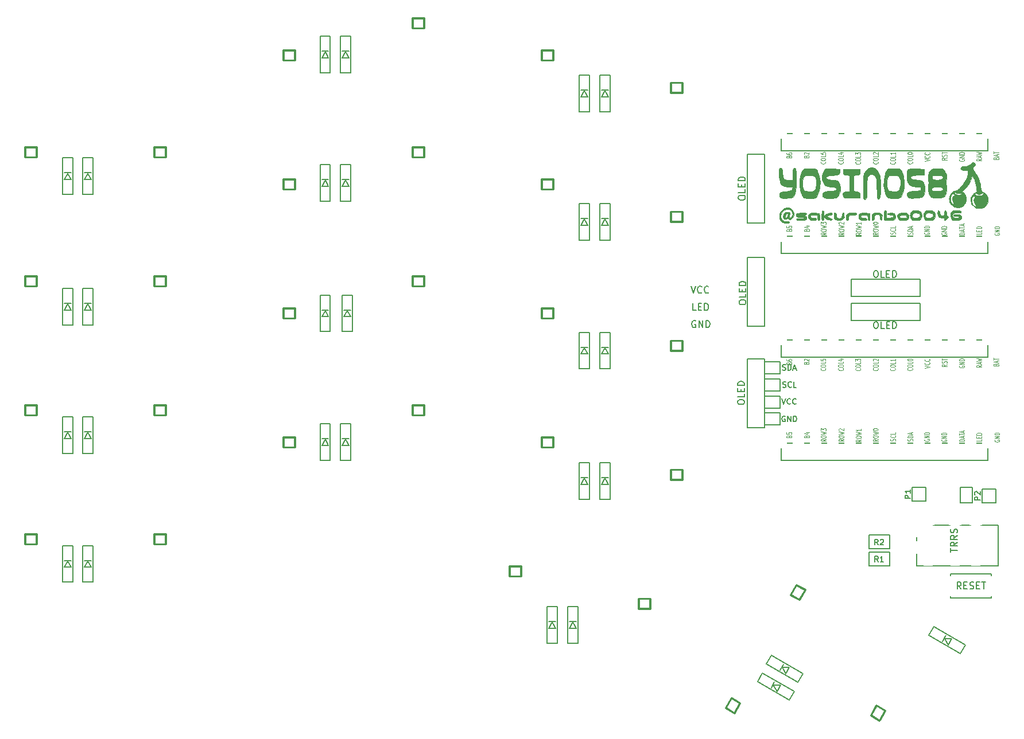
<source format=gto>
G04 #@! TF.GenerationSoftware,KiCad,Pcbnew,(5.0.1)-3*
G04 #@! TF.CreationDate,2019-04-04T15:30:49+09:00*
G04 #@! TF.ProjectId,yosino58,796F73696E6F35382E6B696361645F70,rev?*
G04 #@! TF.SameCoordinates,PX2781868PY76cdd18*
G04 #@! TF.FileFunction,Legend,Top*
G04 #@! TF.FilePolarity,Positive*
%FSLAX46Y46*%
G04 Gerber Fmt 4.6, Leading zero omitted, Abs format (unit mm)*
G04 Created by KiCad (PCBNEW (5.0.1)-3) date 2019/04/04 15:30:49*
%MOMM*%
%LPD*%
G01*
G04 APERTURE LIST*
%ADD10C,0.150000*%
%ADD11C,0.300000*%
%ADD12C,0.010000*%
%ADD13C,0.125000*%
%ADD14R,1.400000X1.200000*%
%ADD15C,1.200000*%
%ADD16C,0.100000*%
%ADD17C,1.724000*%
%ADD18C,5.200000*%
%ADD19C,2.400000*%
%ADD20C,4.187800*%
%ADD21C,3.248000*%
%ADD22C,1.450000*%
%ADD23C,1.450000*%
%ADD24C,4.200000*%
%ADD25C,2.100000*%
%ADD26C,2.600000*%
%ADD27C,1.750000*%
%ADD28C,1.750000*%
%ADD29C,1.900000*%
%ADD30C,1.597000*%
%ADD31R,1.724000X1.724000*%
%ADD32R,1.150000X1.500000*%
%ADD33R,1.597000X1.597000*%
%ADD34C,1.150000*%
%ADD35C,1.400000*%
%ADD36O,2.700000X1.900000*%
%ADD37R,0.581000X0.581000*%
%ADD38R,1.343000X0.835000*%
%ADD39R,0.835000X1.343000*%
%ADD40C,2.200000*%
G04 APERTURE END LIST*
D10*
X109041666Y56322620D02*
X109374999Y55322620D01*
X109708333Y56322620D01*
X110613095Y55417858D02*
X110565476Y55370239D01*
X110422619Y55322620D01*
X110327380Y55322620D01*
X110184523Y55370239D01*
X110089285Y55465477D01*
X110041666Y55560715D01*
X109994047Y55751191D01*
X109994047Y55894048D01*
X110041666Y56084524D01*
X110089285Y56179762D01*
X110184523Y56275000D01*
X110327380Y56322620D01*
X110422619Y56322620D01*
X110565476Y56275000D01*
X110613095Y56227381D01*
X111613095Y55417858D02*
X111565476Y55370239D01*
X111422619Y55322620D01*
X111327380Y55322620D01*
X111184523Y55370239D01*
X111089285Y55465477D01*
X111041666Y55560715D01*
X110994047Y55751191D01*
X110994047Y55894048D01*
X111041666Y56084524D01*
X111089285Y56179762D01*
X111184523Y56275000D01*
X111327380Y56322620D01*
X111422619Y56322620D01*
X111565476Y56275000D01*
X111613095Y56227381D01*
X109713095Y51200000D02*
X109617857Y51247620D01*
X109475000Y51247620D01*
X109332142Y51200000D01*
X109236904Y51104762D01*
X109189285Y51009524D01*
X109141666Y50819048D01*
X109141666Y50676191D01*
X109189285Y50485715D01*
X109236904Y50390477D01*
X109332142Y50295239D01*
X109475000Y50247620D01*
X109570238Y50247620D01*
X109713095Y50295239D01*
X109760714Y50342858D01*
X109760714Y50676191D01*
X109570238Y50676191D01*
X110189285Y50247620D02*
X110189285Y51247620D01*
X110760714Y50247620D01*
X110760714Y51247620D01*
X111236904Y50247620D02*
X111236904Y51247620D01*
X111475000Y51247620D01*
X111617857Y51200000D01*
X111713095Y51104762D01*
X111760714Y51009524D01*
X111808333Y50819048D01*
X111808333Y50676191D01*
X111760714Y50485715D01*
X111713095Y50390477D01*
X111617857Y50295239D01*
X111475000Y50247620D01*
X111236904Y50247620D01*
X109782142Y52772620D02*
X109305952Y52772620D01*
X109305952Y53772620D01*
X110115476Y53296429D02*
X110448809Y53296429D01*
X110591666Y52772620D02*
X110115476Y52772620D01*
X110115476Y53772620D01*
X110591666Y53772620D01*
X111020238Y52772620D02*
X111020238Y53772620D01*
X111258333Y53772620D01*
X111401190Y53725000D01*
X111496428Y53629762D01*
X111544047Y53534524D01*
X111591666Y53344048D01*
X111591666Y53201191D01*
X111544047Y53010715D01*
X111496428Y52915477D01*
X111401190Y52820239D01*
X111258333Y52772620D01*
X111020238Y52772620D01*
D11*
G04 #@! TO.C,L1*
X10853000Y76837500D02*
X12505000Y76837500D01*
X10853000Y75387500D02*
X10853000Y76837500D01*
X12505000Y75387500D02*
X10875000Y75387500D01*
X12505000Y76837500D02*
X12505000Y75387500D01*
G04 #@! TO.C,L2*
X29903000Y76837500D02*
X31555000Y76837500D01*
X29903000Y75387500D02*
X29903000Y76837500D01*
X31555000Y75387500D02*
X29925000Y75387500D01*
X31555000Y76837500D02*
X31555000Y75387500D01*
G04 #@! TO.C,L3*
X48953000Y91125000D02*
X50605000Y91125000D01*
X48953000Y89675000D02*
X48953000Y91125000D01*
X50605000Y89675000D02*
X48975000Y89675000D01*
X50605000Y91125000D02*
X50605000Y89675000D01*
G04 #@! TO.C,L4*
X68003000Y95887500D02*
X69655000Y95887500D01*
X68003000Y94437500D02*
X68003000Y95887500D01*
X69655000Y94437500D02*
X68025000Y94437500D01*
X69655000Y95887500D02*
X69655000Y94437500D01*
G04 #@! TO.C,L5*
X87053000Y91125000D02*
X88705000Y91125000D01*
X87053000Y89675000D02*
X87053000Y91125000D01*
X88705000Y89675000D02*
X87075000Y89675000D01*
X88705000Y91125000D02*
X88705000Y89675000D01*
G04 #@! TO.C,L6*
X106103000Y86362500D02*
X107755000Y86362500D01*
X106103000Y84912500D02*
X106103000Y86362500D01*
X107755000Y84912500D02*
X106125000Y84912500D01*
X107755000Y86362500D02*
X107755000Y84912500D01*
G04 #@! TO.C,L7*
X10853000Y57787500D02*
X12505000Y57787500D01*
X10853000Y56337500D02*
X10853000Y57787500D01*
X12505000Y56337500D02*
X10875000Y56337500D01*
X12505000Y57787500D02*
X12505000Y56337500D01*
G04 #@! TO.C,L8*
X29903000Y57787500D02*
X31555000Y57787500D01*
X29903000Y56337500D02*
X29903000Y57787500D01*
X31555000Y56337500D02*
X29925000Y56337500D01*
X31555000Y57787500D02*
X31555000Y56337500D01*
G04 #@! TO.C,L9*
X48953000Y72075000D02*
X50605000Y72075000D01*
X48953000Y70625000D02*
X48953000Y72075000D01*
X50605000Y70625000D02*
X48975000Y70625000D01*
X50605000Y72075000D02*
X50605000Y70625000D01*
G04 #@! TO.C,L10*
X68003000Y76837500D02*
X69655000Y76837500D01*
X68003000Y75387500D02*
X68003000Y76837500D01*
X69655000Y75387500D02*
X68025000Y75387500D01*
X69655000Y76837500D02*
X69655000Y75387500D01*
G04 #@! TO.C,L11*
X87053000Y72075000D02*
X88705000Y72075000D01*
X87053000Y70625000D02*
X87053000Y72075000D01*
X88705000Y70625000D02*
X87075000Y70625000D01*
X88705000Y72075000D02*
X88705000Y70625000D01*
G04 #@! TO.C,L12*
X106103000Y67312500D02*
X107755000Y67312500D01*
X106103000Y65862500D02*
X106103000Y67312500D01*
X107755000Y65862500D02*
X106125000Y65862500D01*
X107755000Y67312500D02*
X107755000Y65862500D01*
G04 #@! TO.C,L13*
X10853000Y38737500D02*
X12505000Y38737500D01*
X10853000Y37287500D02*
X10853000Y38737500D01*
X12505000Y37287500D02*
X10875000Y37287500D01*
X12505000Y38737500D02*
X12505000Y37287500D01*
G04 #@! TO.C,L14*
X29903000Y38737500D02*
X31555000Y38737500D01*
X29903000Y37287500D02*
X29903000Y38737500D01*
X31555000Y37287500D02*
X29925000Y37287500D01*
X31555000Y38737500D02*
X31555000Y37287500D01*
G04 #@! TO.C,L15*
X48953000Y53025000D02*
X50605000Y53025000D01*
X48953000Y51575000D02*
X48953000Y53025000D01*
X50605000Y51575000D02*
X48975000Y51575000D01*
X50605000Y53025000D02*
X50605000Y51575000D01*
G04 #@! TO.C,L16*
X68003000Y57787500D02*
X69655000Y57787500D01*
X68003000Y56337500D02*
X68003000Y57787500D01*
X69655000Y56337500D02*
X68025000Y56337500D01*
X69655000Y57787500D02*
X69655000Y56337500D01*
G04 #@! TO.C,L17*
X87053000Y53025000D02*
X88705000Y53025000D01*
X87053000Y51575000D02*
X87053000Y53025000D01*
X88705000Y51575000D02*
X87075000Y51575000D01*
X88705000Y53025000D02*
X88705000Y51575000D01*
G04 #@! TO.C,L18*
X106103000Y48262500D02*
X107755000Y48262500D01*
X106103000Y46812500D02*
X106103000Y48262500D01*
X107755000Y46812500D02*
X106125000Y46812500D01*
X107755000Y48262500D02*
X107755000Y46812500D01*
G04 #@! TO.C,L19*
X10853000Y19687500D02*
X12505000Y19687500D01*
X10853000Y18237500D02*
X10853000Y19687500D01*
X12505000Y18237500D02*
X10875000Y18237500D01*
X12505000Y19687500D02*
X12505000Y18237500D01*
G04 #@! TO.C,L20*
X29903000Y19687500D02*
X31555000Y19687500D01*
X29903000Y18237500D02*
X29903000Y19687500D01*
X31555000Y18237500D02*
X29925000Y18237500D01*
X31555000Y19687500D02*
X31555000Y18237500D01*
G04 #@! TO.C,L21*
X48971750Y33975000D02*
X50623750Y33975000D01*
X48971750Y32525000D02*
X48971750Y33975000D01*
X50623750Y32525000D02*
X48993750Y32525000D01*
X50623750Y33975000D02*
X50623750Y32525000D01*
G04 #@! TO.C,L22*
X68003000Y38737500D02*
X69655000Y38737500D01*
X68003000Y37287500D02*
X68003000Y38737500D01*
X69655000Y37287500D02*
X68025000Y37287500D01*
X69655000Y38737500D02*
X69655000Y37287500D01*
G04 #@! TO.C,L23*
X87053000Y33975000D02*
X88705000Y33975000D01*
X87053000Y32525000D02*
X87053000Y33975000D01*
X88705000Y32525000D02*
X87075000Y32525000D01*
X88705000Y33975000D02*
X88705000Y32525000D01*
G04 #@! TO.C,L24*
X106103000Y29212500D02*
X107755000Y29212500D01*
X106103000Y27762500D02*
X106103000Y29212500D01*
X107755000Y27762500D02*
X106125000Y27762500D01*
X107755000Y29212500D02*
X107755000Y27762500D01*
G04 #@! TO.C,L25*
X82290500Y14925000D02*
X83942500Y14925000D01*
X82290500Y13475000D02*
X82290500Y14925000D01*
X83942500Y13475000D02*
X82312500Y13475000D01*
X83942500Y14925000D02*
X83942500Y13475000D01*
G04 #@! TO.C,L26*
X101340500Y10162500D02*
X102992500Y10162500D01*
X101340500Y8712500D02*
X101340500Y10162500D01*
X102992500Y8712500D02*
X101362500Y8712500D01*
X102992500Y10162500D02*
X102992500Y8712500D01*
G04 #@! TO.C,L27*
X114193904Y-5960207D02*
X115019904Y-4529533D01*
X115449641Y-6685207D02*
X114193904Y-5960207D01*
X116275641Y-5254533D02*
X115460641Y-6666154D01*
X115019904Y-4529533D02*
X116275641Y-5254533D01*
G04 #@! TO.C,L28*
X123793904Y10739793D02*
X124619904Y12170467D01*
X125049641Y10014793D02*
X123793904Y10739793D01*
X125875641Y11445467D02*
X125060641Y10033846D01*
X124619904Y12170467D02*
X125875641Y11445467D01*
G04 #@! TO.C,L29*
X135593904Y-7060207D02*
X136419904Y-5629533D01*
X136849641Y-7785207D02*
X135593904Y-7060207D01*
X137675641Y-6354533D02*
X136860641Y-7766154D01*
X136419904Y-5629533D02*
X137675641Y-6354533D01*
D10*
G04 #@! TO.C,U1*
X122343000Y33188600D02*
X152823000Y33188600D01*
X122343000Y30648600D02*
X122343000Y33188600D01*
X152823000Y30648600D02*
X122343000Y30648600D01*
X152823000Y33188600D02*
X152823000Y30648600D01*
X122343000Y48408600D02*
X152823000Y48408600D01*
X122343000Y45868600D02*
X122343000Y48408600D01*
X152823000Y45868600D02*
X122343000Y45868600D01*
X152823000Y48408600D02*
X152823000Y45868600D01*
G04 #@! TO.C,U2*
X152823000Y78908600D02*
X152823000Y76368600D01*
X152823000Y76368600D02*
X122343000Y76368600D01*
X122343000Y76368600D02*
X122343000Y78908600D01*
X122343000Y78908600D02*
X152823000Y78908600D01*
X152823000Y63688600D02*
X152823000Y61148600D01*
X152823000Y61148600D02*
X122343000Y61148600D01*
X122343000Y61148600D02*
X122343000Y63688600D01*
X122343000Y63688600D02*
X152823000Y63688600D01*
G04 #@! TO.C,J6*
X142795000Y57370000D02*
X142795000Y54830000D01*
X132635000Y54830000D02*
X132635000Y57370000D01*
X142795000Y54830000D02*
X132635000Y54830000D01*
X142795000Y57370000D02*
X132635000Y57370000D01*
G04 #@! TO.C,J3*
X117305000Y60595000D02*
X117305000Y50435000D01*
X119845000Y60595000D02*
X119845000Y50435000D01*
X119845000Y50435000D02*
X117305000Y50435000D01*
X117305000Y60595000D02*
X119845000Y60595000D01*
G04 #@! TO.C,J5*
X132646000Y51270000D02*
X132646000Y53810000D01*
X142806000Y53810000D02*
X142806000Y51270000D01*
X132646000Y53810000D02*
X142806000Y53810000D01*
X132646000Y51270000D02*
X142806000Y51270000D01*
G04 #@! TO.C,J4*
X117305000Y75845000D02*
X117305000Y65685000D01*
X119845000Y75845000D02*
X119845000Y65685000D01*
X119845000Y65685000D02*
X117305000Y65685000D01*
X117305000Y75845000D02*
X119845000Y75845000D01*
G04 #@! TO.C,D1*
X17075000Y72975000D02*
X17575000Y72075000D01*
X17575000Y72075000D02*
X16575000Y72075000D01*
X16575000Y72075000D02*
X17075000Y72975000D01*
X17575000Y73075000D02*
X16575000Y73075000D01*
X17825000Y69875000D02*
X17825000Y75275000D01*
X17825000Y75275000D02*
X16325000Y75275000D01*
X16325000Y75275000D02*
X16325000Y69875000D01*
X16325000Y69875000D02*
X17825000Y69875000D01*
G04 #@! TO.C,D2*
X20075000Y72975000D02*
X20575000Y72075000D01*
X20575000Y72075000D02*
X19575000Y72075000D01*
X19575000Y72075000D02*
X20075000Y72975000D01*
X20575000Y73075000D02*
X19575000Y73075000D01*
X20825000Y69875000D02*
X20825000Y75275000D01*
X20825000Y75275000D02*
X19325000Y75275000D01*
X19325000Y75275000D02*
X19325000Y69875000D01*
X19325000Y69875000D02*
X20825000Y69875000D01*
G04 #@! TO.C,D3*
X55075000Y90975000D02*
X55575000Y90075000D01*
X55575000Y90075000D02*
X54575000Y90075000D01*
X54575000Y90075000D02*
X55075000Y90975000D01*
X55575000Y91075000D02*
X54575000Y91075000D01*
X55825000Y87875000D02*
X55825000Y93275000D01*
X55825000Y93275000D02*
X54325000Y93275000D01*
X54325000Y93275000D02*
X54325000Y87875000D01*
X54325000Y87875000D02*
X55825000Y87875000D01*
G04 #@! TO.C,D4*
X57325000Y87875000D02*
X58825000Y87875000D01*
X57325000Y93275000D02*
X57325000Y87875000D01*
X58825000Y93275000D02*
X57325000Y93275000D01*
X58825000Y87875000D02*
X58825000Y93275000D01*
X58575000Y91075000D02*
X57575000Y91075000D01*
X57575000Y90075000D02*
X58075000Y90975000D01*
X58575000Y90075000D02*
X57575000Y90075000D01*
X58075000Y90975000D02*
X58575000Y90075000D01*
G04 #@! TO.C,D5*
X93325000Y85225000D02*
X93825000Y84325000D01*
X93825000Y84325000D02*
X92825000Y84325000D01*
X92825000Y84325000D02*
X93325000Y85225000D01*
X93825000Y85325000D02*
X92825000Y85325000D01*
X94075000Y82125000D02*
X94075000Y87525000D01*
X94075000Y87525000D02*
X92575000Y87525000D01*
X92575000Y87525000D02*
X92575000Y82125000D01*
X92575000Y82125000D02*
X94075000Y82125000D01*
G04 #@! TO.C,D6*
X95575000Y82125000D02*
X97075000Y82125000D01*
X95575000Y87525000D02*
X95575000Y82125000D01*
X97075000Y87525000D02*
X95575000Y87525000D01*
X97075000Y82125000D02*
X97075000Y87525000D01*
X96825000Y85325000D02*
X95825000Y85325000D01*
X95825000Y84325000D02*
X96325000Y85225000D01*
X96825000Y84325000D02*
X95825000Y84325000D01*
X96325000Y85225000D02*
X96825000Y84325000D01*
G04 #@! TO.C,D7*
X17075000Y53725000D02*
X17575000Y52825000D01*
X17575000Y52825000D02*
X16575000Y52825000D01*
X16575000Y52825000D02*
X17075000Y53725000D01*
X17575000Y53825000D02*
X16575000Y53825000D01*
X17825000Y50625000D02*
X17825000Y56025000D01*
X17825000Y56025000D02*
X16325000Y56025000D01*
X16325000Y56025000D02*
X16325000Y50625000D01*
X16325000Y50625000D02*
X17825000Y50625000D01*
G04 #@! TO.C,D8*
X20075000Y53725000D02*
X20575000Y52825000D01*
X20575000Y52825000D02*
X19575000Y52825000D01*
X19575000Y52825000D02*
X20075000Y53725000D01*
X20575000Y53825000D02*
X19575000Y53825000D01*
X20825000Y50625000D02*
X20825000Y56025000D01*
X20825000Y56025000D02*
X19325000Y56025000D01*
X19325000Y56025000D02*
X19325000Y50625000D01*
X19325000Y50625000D02*
X20825000Y50625000D01*
G04 #@! TO.C,D9*
X54325000Y68875000D02*
X55825000Y68875000D01*
X54325000Y74275000D02*
X54325000Y68875000D01*
X55825000Y74275000D02*
X54325000Y74275000D01*
X55825000Y68875000D02*
X55825000Y74275000D01*
X55575000Y72075000D02*
X54575000Y72075000D01*
X54575000Y71075000D02*
X55075000Y71975000D01*
X55575000Y71075000D02*
X54575000Y71075000D01*
X55075000Y71975000D02*
X55575000Y71075000D01*
G04 #@! TO.C,D10*
X57325000Y68875000D02*
X58825000Y68875000D01*
X57325000Y74275000D02*
X57325000Y68875000D01*
X58825000Y74275000D02*
X57325000Y74275000D01*
X58825000Y68875000D02*
X58825000Y74275000D01*
X58575000Y72075000D02*
X57575000Y72075000D01*
X57575000Y71075000D02*
X58075000Y71975000D01*
X58575000Y71075000D02*
X57575000Y71075000D01*
X58075000Y71975000D02*
X58575000Y71075000D01*
G04 #@! TO.C,D11*
X92575000Y63125000D02*
X94075000Y63125000D01*
X92575000Y68525000D02*
X92575000Y63125000D01*
X94075000Y68525000D02*
X92575000Y68525000D01*
X94075000Y63125000D02*
X94075000Y68525000D01*
X93825000Y66325000D02*
X92825000Y66325000D01*
X92825000Y65325000D02*
X93325000Y66225000D01*
X93825000Y65325000D02*
X92825000Y65325000D01*
X93325000Y66225000D02*
X93825000Y65325000D01*
G04 #@! TO.C,D12*
X96325000Y66225000D02*
X96825000Y65325000D01*
X96825000Y65325000D02*
X95825000Y65325000D01*
X95825000Y65325000D02*
X96325000Y66225000D01*
X96825000Y66325000D02*
X95825000Y66325000D01*
X97075000Y63125000D02*
X97075000Y68525000D01*
X97075000Y68525000D02*
X95575000Y68525000D01*
X95575000Y68525000D02*
X95575000Y63125000D01*
X95575000Y63125000D02*
X97075000Y63125000D01*
G04 #@! TO.C,D13*
X17075000Y34725000D02*
X17575000Y33825000D01*
X17575000Y33825000D02*
X16575000Y33825000D01*
X16575000Y33825000D02*
X17075000Y34725000D01*
X17575000Y34825000D02*
X16575000Y34825000D01*
X17825000Y31625000D02*
X17825000Y37025000D01*
X17825000Y37025000D02*
X16325000Y37025000D01*
X16325000Y37025000D02*
X16325000Y31625000D01*
X16325000Y31625000D02*
X17825000Y31625000D01*
G04 #@! TO.C,D14*
X19325000Y31625000D02*
X20825000Y31625000D01*
X19325000Y37025000D02*
X19325000Y31625000D01*
X20825000Y37025000D02*
X19325000Y37025000D01*
X20825000Y31625000D02*
X20825000Y37025000D01*
X20575000Y34825000D02*
X19575000Y34825000D01*
X19575000Y33825000D02*
X20075000Y34725000D01*
X20575000Y33825000D02*
X19575000Y33825000D01*
X20075000Y34725000D02*
X20575000Y33825000D01*
G04 #@! TO.C,D15*
X55075000Y52725000D02*
X55575000Y51825000D01*
X55575000Y51825000D02*
X54575000Y51825000D01*
X54575000Y51825000D02*
X55075000Y52725000D01*
X55575000Y52825000D02*
X54575000Y52825000D01*
X55825000Y49625000D02*
X55825000Y55025000D01*
X55825000Y55025000D02*
X54325000Y55025000D01*
X54325000Y55025000D02*
X54325000Y49625000D01*
X54325000Y49625000D02*
X55825000Y49625000D01*
G04 #@! TO.C,D16*
X57575000Y49625000D02*
X59075000Y49625000D01*
X57575000Y55025000D02*
X57575000Y49625000D01*
X59075000Y55025000D02*
X57575000Y55025000D01*
X59075000Y49625000D02*
X59075000Y55025000D01*
X58825000Y52825000D02*
X57825000Y52825000D01*
X57825000Y51825000D02*
X58325000Y52725000D01*
X58825000Y51825000D02*
X57825000Y51825000D01*
X58325000Y52725000D02*
X58825000Y51825000D01*
G04 #@! TO.C,D17*
X93325000Y47225000D02*
X93825000Y46325000D01*
X93825000Y46325000D02*
X92825000Y46325000D01*
X92825000Y46325000D02*
X93325000Y47225000D01*
X93825000Y47325000D02*
X92825000Y47325000D01*
X94075000Y44125000D02*
X94075000Y49525000D01*
X94075000Y49525000D02*
X92575000Y49525000D01*
X92575000Y49525000D02*
X92575000Y44125000D01*
X92575000Y44125000D02*
X94075000Y44125000D01*
G04 #@! TO.C,D18*
X95575000Y44125000D02*
X97075000Y44125000D01*
X95575000Y49525000D02*
X95575000Y44125000D01*
X97075000Y49525000D02*
X95575000Y49525000D01*
X97075000Y44125000D02*
X97075000Y49525000D01*
X96825000Y47325000D02*
X95825000Y47325000D01*
X95825000Y46325000D02*
X96325000Y47225000D01*
X96825000Y46325000D02*
X95825000Y46325000D01*
X96325000Y47225000D02*
X96825000Y46325000D01*
G04 #@! TO.C,D19*
X16325000Y12625000D02*
X17825000Y12625000D01*
X16325000Y18025000D02*
X16325000Y12625000D01*
X17825000Y18025000D02*
X16325000Y18025000D01*
X17825000Y12625000D02*
X17825000Y18025000D01*
X17575000Y15825000D02*
X16575000Y15825000D01*
X16575000Y14825000D02*
X17075000Y15725000D01*
X17575000Y14825000D02*
X16575000Y14825000D01*
X17075000Y15725000D02*
X17575000Y14825000D01*
G04 #@! TO.C,D20*
X20075000Y15725000D02*
X20575000Y14825000D01*
X20575000Y14825000D02*
X19575000Y14825000D01*
X19575000Y14825000D02*
X20075000Y15725000D01*
X20575000Y15825000D02*
X19575000Y15825000D01*
X20825000Y12625000D02*
X20825000Y18025000D01*
X20825000Y18025000D02*
X19325000Y18025000D01*
X19325000Y18025000D02*
X19325000Y12625000D01*
X19325000Y12625000D02*
X20825000Y12625000D01*
G04 #@! TO.C,D21*
X54325000Y30625000D02*
X55825000Y30625000D01*
X54325000Y36025000D02*
X54325000Y30625000D01*
X55825000Y36025000D02*
X54325000Y36025000D01*
X55825000Y30625000D02*
X55825000Y36025000D01*
X55575000Y33825000D02*
X54575000Y33825000D01*
X54575000Y32825000D02*
X55075000Y33725000D01*
X55575000Y32825000D02*
X54575000Y32825000D01*
X55075000Y33725000D02*
X55575000Y32825000D01*
G04 #@! TO.C,D22*
X58075000Y33725000D02*
X58575000Y32825000D01*
X58575000Y32825000D02*
X57575000Y32825000D01*
X57575000Y32825000D02*
X58075000Y33725000D01*
X58575000Y33825000D02*
X57575000Y33825000D01*
X58825000Y30625000D02*
X58825000Y36025000D01*
X58825000Y36025000D02*
X57325000Y36025000D01*
X57325000Y36025000D02*
X57325000Y30625000D01*
X57325000Y30625000D02*
X58825000Y30625000D01*
G04 #@! TO.C,D23*
X93325000Y27975000D02*
X93825000Y27075000D01*
X93825000Y27075000D02*
X92825000Y27075000D01*
X92825000Y27075000D02*
X93325000Y27975000D01*
X93825000Y28075000D02*
X92825000Y28075000D01*
X94075000Y24875000D02*
X94075000Y30275000D01*
X94075000Y30275000D02*
X92575000Y30275000D01*
X92575000Y30275000D02*
X92575000Y24875000D01*
X92575000Y24875000D02*
X94075000Y24875000D01*
G04 #@! TO.C,D24*
X95575000Y24875000D02*
X97075000Y24875000D01*
X95575000Y30275000D02*
X95575000Y24875000D01*
X97075000Y30275000D02*
X95575000Y30275000D01*
X97075000Y24875000D02*
X97075000Y30275000D01*
X96825000Y28075000D02*
X95825000Y28075000D01*
X95825000Y27075000D02*
X96325000Y27975000D01*
X96825000Y27075000D02*
X95825000Y27075000D01*
X96325000Y27975000D02*
X96825000Y27075000D01*
G04 #@! TO.C,D25*
X87825000Y3625000D02*
X89325000Y3625000D01*
X87825000Y9025000D02*
X87825000Y3625000D01*
X89325000Y9025000D02*
X87825000Y9025000D01*
X89325000Y3625000D02*
X89325000Y9025000D01*
X89075000Y6825000D02*
X88075000Y6825000D01*
X88075000Y5825000D02*
X88575000Y6725000D01*
X89075000Y5825000D02*
X88075000Y5825000D01*
X88575000Y6725000D02*
X89075000Y5825000D01*
G04 #@! TO.C,D26*
X91575000Y6725000D02*
X92075000Y5825000D01*
X92075000Y5825000D02*
X91075000Y5825000D01*
X91075000Y5825000D02*
X91575000Y6725000D01*
X92075000Y6825000D02*
X91075000Y6825000D01*
X92325000Y3625000D02*
X92325000Y9025000D01*
X92325000Y9025000D02*
X90825000Y9025000D01*
X90825000Y9025000D02*
X90825000Y3625000D01*
X90825000Y3625000D02*
X92325000Y3625000D01*
G04 #@! TO.C,D27*
X121191395Y-2587500D02*
X122220818Y-2604487D01*
X122220818Y-2604487D02*
X121720818Y-3470513D01*
X121720818Y-3470513D02*
X121191395Y-2587500D01*
X121354792Y-2104487D02*
X120854792Y-2970513D01*
X124251074Y-3487981D02*
X119574536Y-787981D01*
X119574536Y-787981D02*
X118824536Y-2087019D01*
X118824536Y-2087019D02*
X123501074Y-4787019D01*
X123501074Y-4787019D02*
X124251074Y-3487981D01*
G04 #@! TO.C,D28*
X124788269Y-2174519D02*
X125538269Y-875481D01*
X120111731Y525481D02*
X124788269Y-2174519D01*
X120861731Y1824519D02*
X120111731Y525481D01*
X125538269Y-875481D02*
X120861731Y1824519D01*
X122641987Y508013D02*
X122141987Y-358013D01*
X123008013Y-858013D02*
X122478590Y25000D01*
X123508013Y8013D02*
X123008013Y-858013D01*
X122478590Y25000D02*
X123508013Y8013D01*
G04 #@! TO.C,D29*
X148788269Y2075481D02*
X149538269Y3374519D01*
X144111731Y4775481D02*
X148788269Y2075481D01*
X144861731Y6074519D02*
X144111731Y4775481D01*
X149538269Y3374519D02*
X144861731Y6074519D01*
X146641987Y4758013D02*
X146141987Y3891987D01*
X147008013Y3391987D02*
X146478590Y4275000D01*
X147508013Y4258013D02*
X147008013Y3391987D01*
X146478590Y4275000D02*
X147508013Y4258013D01*
G04 #@! TO.C,J1*
X154325000Y21075000D02*
X154325000Y15075000D01*
X154325000Y15075000D02*
X142325000Y15075000D01*
X142325000Y15075000D02*
X142325000Y21075000D01*
X142325000Y21075000D02*
X154325000Y21075000D01*
G04 #@! TO.C,J2*
X117305000Y45585000D02*
X117305000Y35425000D01*
X119845000Y45585000D02*
X119845000Y35425000D01*
X119845000Y35425000D02*
X117305000Y35425000D01*
X117305000Y45585000D02*
X119845000Y45585000D01*
G04 #@! TO.C,JP1*
X148775000Y26632000D02*
X150553000Y26632000D01*
X148775000Y24346000D02*
X148775000Y26632000D01*
X150553000Y24346000D02*
X148775000Y24346000D01*
X150553000Y26632000D02*
X150553000Y24346000D01*
G04 #@! TO.C,JP2*
X119882000Y35836000D02*
X119882000Y37614000D01*
X122168000Y35836000D02*
X119882000Y35836000D01*
X122168000Y37614000D02*
X122168000Y35836000D01*
X119882000Y37614000D02*
X122168000Y37614000D01*
G04 #@! TO.C,JP3*
X119882000Y40114000D02*
X122168000Y40114000D01*
X122168000Y40114000D02*
X122168000Y38336000D01*
X122168000Y38336000D02*
X119882000Y38336000D01*
X119882000Y38336000D02*
X119882000Y40114000D01*
G04 #@! TO.C,JP4*
X119882000Y40886000D02*
X119882000Y42664000D01*
X122168000Y40886000D02*
X119882000Y40886000D01*
X122168000Y42664000D02*
X122168000Y40886000D01*
X119882000Y42664000D02*
X122168000Y42664000D01*
G04 #@! TO.C,JP5*
X119882000Y45204000D02*
X122168000Y45204000D01*
X122168000Y45204000D02*
X122168000Y43426000D01*
X122168000Y43426000D02*
X119882000Y43426000D01*
X119882000Y43426000D02*
X119882000Y45204000D01*
G04 #@! TO.C,P1*
X143679000Y24616000D02*
X143679000Y26616000D01*
X141679000Y24616000D02*
X143679000Y24616000D01*
X141679000Y26616000D02*
X141679000Y24616000D01*
X143679000Y26616000D02*
X141679000Y26616000D01*
G04 #@! TO.C,P2*
X153966000Y26362000D02*
X151966000Y26362000D01*
X151966000Y26362000D02*
X151966000Y24362000D01*
X151966000Y24362000D02*
X153966000Y24362000D01*
X153966000Y24362000D02*
X153966000Y26362000D01*
G04 #@! TO.C,R1*
X138326140Y15074240D02*
X138326140Y17075760D01*
X138326140Y17075760D02*
X135323860Y17075760D01*
X135323860Y17075760D02*
X135323860Y15074240D01*
X135323860Y15074240D02*
X138326140Y15074240D01*
G04 #@! TO.C,R2*
X135323860Y17574240D02*
X138326140Y17574240D01*
X135323860Y19575760D02*
X135323860Y17574240D01*
X138326140Y19575760D02*
X135323860Y19575760D01*
X138326140Y17574240D02*
X138326140Y19575760D01*
G04 #@! TO.C,RSW1*
X147325000Y10325000D02*
X153325000Y10325000D01*
X153325000Y10325000D02*
X153325000Y10575000D01*
X147325000Y10325000D02*
X147325000Y10575000D01*
X147325000Y13825000D02*
X147325000Y13575000D01*
X147325000Y13825000D02*
X153325000Y13825000D01*
X153325000Y13825000D02*
X153325000Y13575000D01*
D12*
G04 #@! TO.C,G\002A\002A\002A*
G36*
X148323243Y67528153D02*
X148573594Y67502113D01*
X148755497Y67459859D01*
X148815076Y67424893D01*
X148872923Y67307612D01*
X148812734Y67228277D01*
X148626404Y67182965D01*
X148305830Y67167755D01*
X148283660Y67167714D01*
X147953464Y67155110D01*
X147743043Y67109060D01*
X147628569Y67017206D01*
X147586214Y66867191D01*
X147584000Y66804857D01*
X147615485Y66619993D01*
X147725132Y66507309D01*
X147935728Y66452911D01*
X148179085Y66442000D01*
X148427114Y66450880D01*
X148558199Y66482241D01*
X148599719Y66543164D01*
X148600000Y66550857D01*
X148566559Y66614066D01*
X148448016Y66648002D01*
X148217035Y66659500D01*
X148164571Y66659714D01*
X147921375Y66665010D01*
X147789965Y66688274D01*
X147737148Y66740571D01*
X147729142Y66804857D01*
X147742953Y66881381D01*
X147805149Y66925093D01*
X147946880Y66944966D01*
X148199293Y66949972D01*
X148233027Y66950000D01*
X148508634Y66944041D01*
X148678870Y66919276D01*
X148783259Y66865369D01*
X148849885Y66788710D01*
X148952912Y66558029D01*
X148915048Y66350556D01*
X148817714Y66224286D01*
X148706510Y66142607D01*
X148552521Y66099139D01*
X148313566Y66084623D01*
X148182714Y66084872D01*
X147919644Y66093032D01*
X147709093Y66108787D01*
X147600616Y66127715D01*
X147481767Y66237824D01*
X147375444Y66437442D01*
X147306620Y66671468D01*
X147293714Y66804857D01*
X147332186Y67052218D01*
X147430319Y67284743D01*
X147562191Y67448938D01*
X147623537Y67485491D01*
X147802012Y67522192D01*
X148050648Y67535629D01*
X148323243Y67528153D01*
X148323243Y67528153D01*
G37*
X148323243Y67528153D02*
X148573594Y67502113D01*
X148755497Y67459859D01*
X148815076Y67424893D01*
X148872923Y67307612D01*
X148812734Y67228277D01*
X148626404Y67182965D01*
X148305830Y67167755D01*
X148283660Y67167714D01*
X147953464Y67155110D01*
X147743043Y67109060D01*
X147628569Y67017206D01*
X147586214Y66867191D01*
X147584000Y66804857D01*
X147615485Y66619993D01*
X147725132Y66507309D01*
X147935728Y66452911D01*
X148179085Y66442000D01*
X148427114Y66450880D01*
X148558199Y66482241D01*
X148599719Y66543164D01*
X148600000Y66550857D01*
X148566559Y66614066D01*
X148448016Y66648002D01*
X148217035Y66659500D01*
X148164571Y66659714D01*
X147921375Y66665010D01*
X147789965Y66688274D01*
X147737148Y66740571D01*
X147729142Y66804857D01*
X147742953Y66881381D01*
X147805149Y66925093D01*
X147946880Y66944966D01*
X148199293Y66949972D01*
X148233027Y66950000D01*
X148508634Y66944041D01*
X148678870Y66919276D01*
X148783259Y66865369D01*
X148849885Y66788710D01*
X148952912Y66558029D01*
X148915048Y66350556D01*
X148817714Y66224286D01*
X148706510Y66142607D01*
X148552521Y66099139D01*
X148313566Y66084623D01*
X148182714Y66084872D01*
X147919644Y66093032D01*
X147709093Y66108787D01*
X147600616Y66127715D01*
X147481767Y66237824D01*
X147375444Y66437442D01*
X147306620Y66671468D01*
X147293714Y66804857D01*
X147332186Y67052218D01*
X147430319Y67284743D01*
X147562191Y67448938D01*
X147623537Y67485491D01*
X147802012Y67522192D01*
X148050648Y67535629D01*
X148323243Y67528153D01*
G36*
X145533857Y67517146D02*
X145628520Y67446969D01*
X145676734Y67266025D01*
X145682702Y67203397D01*
X145747731Y66935380D01*
X145899014Y66781232D01*
X146142649Y66732286D01*
X146259721Y66742329D01*
X146322274Y66796719D01*
X146351513Y66931846D01*
X146364636Y67113286D01*
X146385516Y67338770D01*
X146424584Y67453627D01*
X146496959Y67492341D01*
X146531714Y67494286D01*
X146619534Y67473116D01*
X146668256Y67386461D01*
X146693389Y67199600D01*
X146698531Y67120827D01*
X146723406Y66888052D01*
X146773038Y66763419D01*
X146861816Y66710335D01*
X146984683Y66634112D01*
X146981403Y66535006D01*
X146862363Y66464094D01*
X146738828Y66369712D01*
X146699078Y66272058D01*
X146629709Y66140192D01*
X146507200Y66085158D01*
X146401175Y66125015D01*
X146357403Y66234184D01*
X146350285Y66308952D01*
X146324169Y66393198D01*
X146222279Y66432700D01*
X146026541Y66442000D01*
X145732424Y66481631D01*
X145539383Y66609931D01*
X145435074Y66841016D01*
X145406857Y67150434D01*
X145413539Y67377175D01*
X145440784Y67490284D01*
X145499393Y67520947D01*
X145533857Y67517146D01*
X145533857Y67517146D01*
G37*
X145533857Y67517146D02*
X145628520Y67446969D01*
X145676734Y67266025D01*
X145682702Y67203397D01*
X145747731Y66935380D01*
X145899014Y66781232D01*
X146142649Y66732286D01*
X146259721Y66742329D01*
X146322274Y66796719D01*
X146351513Y66931846D01*
X146364636Y67113286D01*
X146385516Y67338770D01*
X146424584Y67453627D01*
X146496959Y67492341D01*
X146531714Y67494286D01*
X146619534Y67473116D01*
X146668256Y67386461D01*
X146693389Y67199600D01*
X146698531Y67120827D01*
X146723406Y66888052D01*
X146773038Y66763419D01*
X146861816Y66710335D01*
X146984683Y66634112D01*
X146981403Y66535006D01*
X146862363Y66464094D01*
X146738828Y66369712D01*
X146699078Y66272058D01*
X146629709Y66140192D01*
X146507200Y66085158D01*
X146401175Y66125015D01*
X146357403Y66234184D01*
X146350285Y66308952D01*
X146324169Y66393198D01*
X146222279Y66432700D01*
X146026541Y66442000D01*
X145732424Y66481631D01*
X145539383Y66609931D01*
X145435074Y66841016D01*
X145406857Y67150434D01*
X145413539Y67377175D01*
X145440784Y67490284D01*
X145499393Y67520947D01*
X145533857Y67517146D01*
G36*
X144482290Y67517576D02*
X144650067Y67465245D01*
X144799116Y67350500D01*
X144831868Y67318440D01*
X144992165Y67104591D01*
X145043685Y66867883D01*
X145044000Y66843121D01*
X145006832Y66573156D01*
X144910294Y66329513D01*
X144776836Y66161122D01*
X144714177Y66124223D01*
X144574228Y66100424D01*
X144344016Y66087971D01*
X144077156Y66086693D01*
X143827260Y66096421D01*
X143647940Y66116986D01*
X143609187Y66127715D01*
X143489986Y66238160D01*
X143383718Y66438465D01*
X143315102Y66673828D01*
X143302285Y66808199D01*
X143308785Y66845133D01*
X143602259Y66845133D01*
X143616434Y66637091D01*
X143682665Y66526078D01*
X143818768Y66468720D01*
X144038231Y66448318D01*
X144289111Y66461048D01*
X144519464Y66503090D01*
X144677349Y66570620D01*
X144707096Y66601456D01*
X144745800Y66790688D01*
X144713207Y66928028D01*
X144660970Y67042661D01*
X144579502Y67106749D01*
X144428359Y67138429D01*
X144210020Y67153674D01*
X143948013Y67157535D01*
X143790037Y67130219D01*
X143696873Y67063907D01*
X143685312Y67049089D01*
X143602259Y66845133D01*
X143308785Y66845133D01*
X143347249Y67063690D01*
X143462915Y67295664D01*
X143620447Y67454310D01*
X143695878Y67488124D01*
X143854269Y67511667D01*
X144090768Y67526752D01*
X144233153Y67529581D01*
X144482290Y67517576D01*
X144482290Y67517576D01*
G37*
X144482290Y67517576D02*
X144650067Y67465245D01*
X144799116Y67350500D01*
X144831868Y67318440D01*
X144992165Y67104591D01*
X145043685Y66867883D01*
X145044000Y66843121D01*
X145006832Y66573156D01*
X144910294Y66329513D01*
X144776836Y66161122D01*
X144714177Y66124223D01*
X144574228Y66100424D01*
X144344016Y66087971D01*
X144077156Y66086693D01*
X143827260Y66096421D01*
X143647940Y66116986D01*
X143609187Y66127715D01*
X143489986Y66238160D01*
X143383718Y66438465D01*
X143315102Y66673828D01*
X143302285Y66808199D01*
X143308785Y66845133D01*
X143602259Y66845133D01*
X143616434Y66637091D01*
X143682665Y66526078D01*
X143818768Y66468720D01*
X144038231Y66448318D01*
X144289111Y66461048D01*
X144519464Y66503090D01*
X144677349Y66570620D01*
X144707096Y66601456D01*
X144745800Y66790688D01*
X144713207Y66928028D01*
X144660970Y67042661D01*
X144579502Y67106749D01*
X144428359Y67138429D01*
X144210020Y67153674D01*
X143948013Y67157535D01*
X143790037Y67130219D01*
X143696873Y67063907D01*
X143685312Y67049089D01*
X143602259Y66845133D01*
X143308785Y66845133D01*
X143347249Y67063690D01*
X143462915Y67295664D01*
X143620447Y67454310D01*
X143695878Y67488124D01*
X143854269Y67511667D01*
X144090768Y67526752D01*
X144233153Y67529581D01*
X144482290Y67517576D01*
G36*
X142522862Y67517576D02*
X142690638Y67465245D01*
X142839687Y67350500D01*
X142872439Y67318440D01*
X143032736Y67104591D01*
X143084256Y66867883D01*
X143084571Y66843121D01*
X143047403Y66573156D01*
X142950866Y66329513D01*
X142817407Y66161122D01*
X142754748Y66124223D01*
X142614799Y66100424D01*
X142384588Y66087971D01*
X142117728Y66086693D01*
X141867831Y66096421D01*
X141688511Y66116986D01*
X141649758Y66127715D01*
X141530557Y66238160D01*
X141424290Y66438465D01*
X141355673Y66673828D01*
X141342857Y66808199D01*
X141349356Y66845133D01*
X141642831Y66845133D01*
X141657005Y66637091D01*
X141723236Y66526078D01*
X141859339Y66468720D01*
X142078802Y66448318D01*
X142329682Y66461048D01*
X142560036Y66503090D01*
X142717920Y66570620D01*
X142747667Y66601456D01*
X142786372Y66790688D01*
X142753779Y66928028D01*
X142701541Y67042661D01*
X142620073Y67106749D01*
X142468930Y67138429D01*
X142250592Y67153674D01*
X141988584Y67157535D01*
X141830608Y67130219D01*
X141737444Y67063907D01*
X141725883Y67049089D01*
X141642831Y66845133D01*
X141349356Y66845133D01*
X141387820Y67063690D01*
X141503486Y67295664D01*
X141661019Y67454310D01*
X141736449Y67488124D01*
X141894840Y67511667D01*
X142131339Y67526752D01*
X142273725Y67529581D01*
X142522862Y67517576D01*
X142522862Y67517576D01*
G37*
X142522862Y67517576D02*
X142690638Y67465245D01*
X142839687Y67350500D01*
X142872439Y67318440D01*
X143032736Y67104591D01*
X143084256Y66867883D01*
X143084571Y66843121D01*
X143047403Y66573156D01*
X142950866Y66329513D01*
X142817407Y66161122D01*
X142754748Y66124223D01*
X142614799Y66100424D01*
X142384588Y66087971D01*
X142117728Y66086693D01*
X141867831Y66096421D01*
X141688511Y66116986D01*
X141649758Y66127715D01*
X141530557Y66238160D01*
X141424290Y66438465D01*
X141355673Y66673828D01*
X141342857Y66808199D01*
X141349356Y66845133D01*
X141642831Y66845133D01*
X141657005Y66637091D01*
X141723236Y66526078D01*
X141859339Y66468720D01*
X142078802Y66448318D01*
X142329682Y66461048D01*
X142560036Y66503090D01*
X142717920Y66570620D01*
X142747667Y66601456D01*
X142786372Y66790688D01*
X142753779Y66928028D01*
X142701541Y67042661D01*
X142620073Y67106749D01*
X142468930Y67138429D01*
X142250592Y67153674D01*
X141988584Y67157535D01*
X141830608Y67130219D01*
X141737444Y67063907D01*
X141725883Y67049089D01*
X141642831Y66845133D01*
X141349356Y66845133D01*
X141387820Y67063690D01*
X141503486Y67295664D01*
X141661019Y67454310D01*
X141736449Y67488124D01*
X141894840Y67511667D01*
X142131339Y67526752D01*
X142273725Y67529581D01*
X142522862Y67517576D01*
G36*
X140613452Y67164204D02*
X140798858Y67146684D01*
X140916450Y67104670D01*
X141004871Y67027678D01*
X141052976Y66969288D01*
X141166425Y66757431D01*
X141166882Y66552003D01*
X141087926Y66330142D01*
X140938187Y66185439D01*
X140695466Y66105851D01*
X140337566Y66079339D01*
X140295182Y66079143D01*
X140009369Y66085370D01*
X139826332Y66110968D01*
X139703980Y66166312D01*
X139613793Y66247106D01*
X139485238Y66474047D01*
X139470643Y66653723D01*
X139753008Y66653723D01*
X139772174Y66551781D01*
X139833717Y66490537D01*
X139977776Y66455928D01*
X140231382Y66442630D01*
X140329400Y66442000D01*
X140844498Y66442000D01*
X140821534Y66641572D01*
X140799621Y66752103D01*
X140742377Y66814269D01*
X140614093Y66845032D01*
X140379058Y66861353D01*
X140356512Y66862450D01*
X140028396Y66851184D01*
X139826095Y66781005D01*
X139753008Y66653723D01*
X139470643Y66653723D01*
X139464359Y66731073D01*
X139552038Y66963992D01*
X139601142Y67022572D01*
X139701620Y67098443D01*
X139839861Y67142858D01*
X140053450Y67163388D01*
X140321590Y67167714D01*
X140613452Y67164204D01*
X140613452Y67164204D01*
G37*
X140613452Y67164204D02*
X140798858Y67146684D01*
X140916450Y67104670D01*
X141004871Y67027678D01*
X141052976Y66969288D01*
X141166425Y66757431D01*
X141166882Y66552003D01*
X141087926Y66330142D01*
X140938187Y66185439D01*
X140695466Y66105851D01*
X140337566Y66079339D01*
X140295182Y66079143D01*
X140009369Y66085370D01*
X139826332Y66110968D01*
X139703980Y66166312D01*
X139613793Y66247106D01*
X139485238Y66474047D01*
X139470643Y66653723D01*
X139753008Y66653723D01*
X139772174Y66551781D01*
X139833717Y66490537D01*
X139977776Y66455928D01*
X140231382Y66442630D01*
X140329400Y66442000D01*
X140844498Y66442000D01*
X140821534Y66641572D01*
X140799621Y66752103D01*
X140742377Y66814269D01*
X140614093Y66845032D01*
X140379058Y66861353D01*
X140356512Y66862450D01*
X140028396Y66851184D01*
X139826095Y66781005D01*
X139753008Y66653723D01*
X139470643Y66653723D01*
X139464359Y66731073D01*
X139552038Y66963992D01*
X139601142Y67022572D01*
X139701620Y67098443D01*
X139839861Y67142858D01*
X140053450Y67163388D01*
X140321590Y67167714D01*
X140613452Y67164204D01*
G36*
X137808315Y67393477D02*
X137849192Y67155484D01*
X137858317Y66892256D01*
X137859428Y66435369D01*
X138349285Y66456827D01*
X138608952Y66471475D01*
X138755655Y66495652D01*
X138821524Y66542666D01*
X138838687Y66625825D01*
X138839142Y66659714D01*
X138827925Y66761335D01*
X138771703Y66820416D01*
X138636622Y66853883D01*
X138403714Y66877429D01*
X138143937Y66909779D01*
X138006402Y66957134D01*
X137968285Y67022572D01*
X138033179Y67086792D01*
X138198824Y67132851D01*
X138421670Y67158168D01*
X138658164Y67160161D01*
X138864754Y67136250D01*
X138997888Y67083853D01*
X138998182Y67083610D01*
X139137639Y66888118D01*
X139186085Y66643313D01*
X139146342Y66398845D01*
X139021231Y66204361D01*
X138945137Y66150182D01*
X138818693Y66119039D01*
X138598559Y66096486D01*
X138326124Y66083195D01*
X138042776Y66079836D01*
X137789905Y66087077D01*
X137608901Y66105589D01*
X137544952Y66127524D01*
X137523335Y66217358D01*
X137506701Y66416337D01*
X137497567Y66688483D01*
X137496571Y66819230D01*
X137501341Y67139679D01*
X137518742Y67342660D01*
X137553412Y67455630D01*
X137609987Y67506042D01*
X137612752Y67507138D01*
X137730872Y67507266D01*
X137808315Y67393477D01*
X137808315Y67393477D01*
G37*
X137808315Y67393477D02*
X137849192Y67155484D01*
X137858317Y66892256D01*
X137859428Y66435369D01*
X138349285Y66456827D01*
X138608952Y66471475D01*
X138755655Y66495652D01*
X138821524Y66542666D01*
X138838687Y66625825D01*
X138839142Y66659714D01*
X138827925Y66761335D01*
X138771703Y66820416D01*
X138636622Y66853883D01*
X138403714Y66877429D01*
X138143937Y66909779D01*
X138006402Y66957134D01*
X137968285Y67022572D01*
X138033179Y67086792D01*
X138198824Y67132851D01*
X138421670Y67158168D01*
X138658164Y67160161D01*
X138864754Y67136250D01*
X138997888Y67083853D01*
X138998182Y67083610D01*
X139137639Y66888118D01*
X139186085Y66643313D01*
X139146342Y66398845D01*
X139021231Y66204361D01*
X138945137Y66150182D01*
X138818693Y66119039D01*
X138598559Y66096486D01*
X138326124Y66083195D01*
X138042776Y66079836D01*
X137789905Y66087077D01*
X137608901Y66105589D01*
X137544952Y66127524D01*
X137523335Y66217358D01*
X137506701Y66416337D01*
X137497567Y66688483D01*
X137496571Y66819230D01*
X137501341Y67139679D01*
X137518742Y67342660D01*
X137553412Y67455630D01*
X137609987Y67506042D01*
X137612752Y67507138D01*
X137730872Y67507266D01*
X137808315Y67393477D01*
G36*
X136755626Y67186150D02*
X136974017Y67093756D01*
X137108956Y67002662D01*
X137177819Y66909818D01*
X137199154Y66767334D01*
X137191731Y66531599D01*
X137168068Y66280962D01*
X137125250Y66150472D01*
X137061142Y66115429D01*
X136984443Y66168056D01*
X136934047Y66337875D01*
X136916000Y66476937D01*
X136883132Y66700602D01*
X136826007Y66824323D01*
X136719908Y66893300D01*
X136680142Y66908232D01*
X136393719Y66935598D01*
X136281000Y66908259D01*
X136144720Y66834563D01*
X136079347Y66706330D01*
X136057878Y66550456D01*
X136010204Y66294538D01*
X135925362Y66131507D01*
X135818002Y66080302D01*
X135730666Y66127524D01*
X135695356Y66237027D01*
X135683275Y66432851D01*
X135692854Y66658309D01*
X135722527Y66856713D01*
X135753325Y66947138D01*
X135912017Y67103340D01*
X136161099Y67198742D01*
X136456870Y67228096D01*
X136755626Y67186150D01*
X136755626Y67186150D01*
G37*
X136755626Y67186150D02*
X136974017Y67093756D01*
X137108956Y67002662D01*
X137177819Y66909818D01*
X137199154Y66767334D01*
X137191731Y66531599D01*
X137168068Y66280962D01*
X137125250Y66150472D01*
X137061142Y66115429D01*
X136984443Y66168056D01*
X136934047Y66337875D01*
X136916000Y66476937D01*
X136883132Y66700602D01*
X136826007Y66824323D01*
X136719908Y66893300D01*
X136680142Y66908232D01*
X136393719Y66935598D01*
X136281000Y66908259D01*
X136144720Y66834563D01*
X136079347Y66706330D01*
X136057878Y66550456D01*
X136010204Y66294538D01*
X135925362Y66131507D01*
X135818002Y66080302D01*
X135730666Y66127524D01*
X135695356Y66237027D01*
X135683275Y66432851D01*
X135692854Y66658309D01*
X135722527Y66856713D01*
X135753325Y66947138D01*
X135912017Y67103340D01*
X136161099Y67198742D01*
X136456870Y67228096D01*
X136755626Y67186150D01*
G36*
X134687116Y67152259D02*
X135355714Y67131429D01*
X135377036Y66605286D01*
X135384770Y66333238D01*
X135375686Y66175389D01*
X135342614Y66101116D01*
X135278382Y66079794D01*
X135253829Y66079143D01*
X135167051Y66100085D01*
X135118527Y66185862D01*
X135093216Y66370899D01*
X135087364Y66460143D01*
X135065428Y66841143D01*
X134623369Y66862450D01*
X134341858Y66863745D01*
X134170634Y66830575D01*
X134089107Y66772660D01*
X134017278Y66621230D01*
X134079159Y66511633D01*
X134267543Y66450919D01*
X134428151Y66440889D01*
X134735127Y66416643D01*
X134906092Y66345756D01*
X134942760Y66227394D01*
X134933138Y66195324D01*
X134833090Y66116243D01*
X134639045Y66075218D01*
X134396723Y66071007D01*
X134151849Y66102367D01*
X133950144Y66168055D01*
X133868000Y66224286D01*
X133749198Y66435194D01*
X133726978Y66692265D01*
X133801131Y66933502D01*
X133870687Y67025259D01*
X133957373Y67095656D01*
X134067451Y67137581D01*
X134235177Y67156361D01*
X134494812Y67157326D01*
X134687116Y67152259D01*
X134687116Y67152259D01*
G37*
X134687116Y67152259D02*
X135355714Y67131429D01*
X135377036Y66605286D01*
X135384770Y66333238D01*
X135375686Y66175389D01*
X135342614Y66101116D01*
X135278382Y66079794D01*
X135253829Y66079143D01*
X135167051Y66100085D01*
X135118527Y66185862D01*
X135093216Y66370899D01*
X135087364Y66460143D01*
X135065428Y66841143D01*
X134623369Y66862450D01*
X134341858Y66863745D01*
X134170634Y66830575D01*
X134089107Y66772660D01*
X134017278Y66621230D01*
X134079159Y66511633D01*
X134267543Y66450919D01*
X134428151Y66440889D01*
X134735127Y66416643D01*
X134906092Y66345756D01*
X134942760Y66227394D01*
X134933138Y66195324D01*
X134833090Y66116243D01*
X134639045Y66075218D01*
X134396723Y66071007D01*
X134151849Y66102367D01*
X133950144Y66168055D01*
X133868000Y66224286D01*
X133749198Y66435194D01*
X133726978Y66692265D01*
X133801131Y66933502D01*
X133870687Y67025259D01*
X133957373Y67095656D01*
X134067451Y67137581D01*
X134235177Y67156361D01*
X134494812Y67157326D01*
X134687116Y67152259D01*
G36*
X133119650Y67164857D02*
X133301630Y67151884D01*
X133395335Y67122194D01*
X133429176Y67069187D01*
X133432571Y67025624D01*
X133417916Y66953138D01*
X133354386Y66908064D01*
X133212633Y66881881D01*
X132963311Y66866070D01*
X132870142Y66862338D01*
X132307714Y66841143D01*
X132271428Y66478916D01*
X132226811Y66227923D01*
X132154106Y66108216D01*
X132122747Y66095407D01*
X131993682Y66104697D01*
X131959461Y66125015D01*
X131908896Y66259743D01*
X131906372Y66473312D01*
X131945384Y66710059D01*
X132019425Y66914321D01*
X132058981Y66976499D01*
X132142762Y67070257D01*
X132237134Y67127052D01*
X132378735Y67156077D01*
X132604203Y67166527D01*
X132820981Y67167714D01*
X133119650Y67164857D01*
X133119650Y67164857D01*
G37*
X133119650Y67164857D02*
X133301630Y67151884D01*
X133395335Y67122194D01*
X133429176Y67069187D01*
X133432571Y67025624D01*
X133417916Y66953138D01*
X133354386Y66908064D01*
X133212633Y66881881D01*
X132963311Y66866070D01*
X132870142Y66862338D01*
X132307714Y66841143D01*
X132271428Y66478916D01*
X132226811Y66227923D01*
X132154106Y66108216D01*
X132122747Y66095407D01*
X131993682Y66104697D01*
X131959461Y66125015D01*
X131908896Y66259743D01*
X131906372Y66473312D01*
X131945384Y66710059D01*
X132019425Y66914321D01*
X132058981Y66976499D01*
X132142762Y67070257D01*
X132237134Y67127052D01*
X132378735Y67156077D01*
X132604203Y67166527D01*
X132820981Y67167714D01*
X133119650Y67164857D01*
G36*
X130387948Y67104773D02*
X130448554Y66914640D01*
X130457142Y66798525D01*
X130503012Y66554842D01*
X130646884Y66415158D01*
X130898150Y66370515D01*
X130905943Y66370540D01*
X131113286Y66407520D01*
X131241686Y66531196D01*
X131312010Y66765705D01*
X131324103Y66854230D01*
X131368744Y67089136D01*
X131436898Y67194687D01*
X131473142Y67204000D01*
X131540812Y67163571D01*
X131582132Y67025922D01*
X131603731Y66787830D01*
X131611098Y66549521D01*
X131589223Y66408070D01*
X131519557Y66315583D01*
X131386017Y66225673D01*
X131051317Y66102517D01*
X130681009Y66103222D01*
X130413575Y66182771D01*
X130244433Y66285127D01*
X130143488Y66398607D01*
X130141432Y66403580D01*
X130105760Y66573450D01*
X130095118Y66792631D01*
X130107585Y67007213D01*
X130141240Y67163288D01*
X130170036Y67205965D01*
X130287773Y67212291D01*
X130387948Y67104773D01*
X130387948Y67104773D01*
G37*
X130387948Y67104773D02*
X130448554Y66914640D01*
X130457142Y66798525D01*
X130503012Y66554842D01*
X130646884Y66415158D01*
X130898150Y66370515D01*
X130905943Y66370540D01*
X131113286Y66407520D01*
X131241686Y66531196D01*
X131312010Y66765705D01*
X131324103Y66854230D01*
X131368744Y67089136D01*
X131436898Y67194687D01*
X131473142Y67204000D01*
X131540812Y67163571D01*
X131582132Y67025922D01*
X131603731Y66787830D01*
X131611098Y66549521D01*
X131589223Y66408070D01*
X131519557Y66315583D01*
X131386017Y66225673D01*
X131051317Y66102517D01*
X130681009Y66103222D01*
X130413575Y66182771D01*
X130244433Y66285127D01*
X130143488Y66398607D01*
X130141432Y66403580D01*
X130105760Y66573450D01*
X130095118Y66792631D01*
X130107585Y67007213D01*
X130141240Y67163288D01*
X130170036Y67205965D01*
X130287773Y67212291D01*
X130387948Y67104773D01*
G36*
X129781797Y67153284D02*
X129807643Y67127038D01*
X129859706Y67024976D01*
X129811511Y66944491D01*
X129647538Y66873427D01*
X129404156Y66811044D01*
X129173345Y66745118D01*
X129043286Y66677279D01*
X129025313Y66637204D01*
X129105216Y66573060D01*
X129282316Y66494617D01*
X129446612Y66440418D01*
X129690682Y66351442D01*
X129822868Y66261975D01*
X129840285Y66220968D01*
X129777901Y66132260D01*
X129606965Y66103158D01*
X129351805Y66134877D01*
X129157834Y66186927D01*
X128907591Y66287032D01*
X128771808Y66408216D01*
X128720291Y66583461D01*
X128716539Y66668971D01*
X128736527Y66820372D01*
X128816358Y66929979D01*
X128982709Y67017886D01*
X129262254Y67104187D01*
X129311539Y67117180D01*
X129554617Y67173967D01*
X129698517Y67185746D01*
X129781797Y67153284D01*
X129781797Y67153284D01*
G37*
X129781797Y67153284D02*
X129807643Y67127038D01*
X129859706Y67024976D01*
X129811511Y66944491D01*
X129647538Y66873427D01*
X129404156Y66811044D01*
X129173345Y66745118D01*
X129043286Y66677279D01*
X129025313Y66637204D01*
X129105216Y66573060D01*
X129282316Y66494617D01*
X129446612Y66440418D01*
X129690682Y66351442D01*
X129822868Y66261975D01*
X129840285Y66220968D01*
X129777901Y66132260D01*
X129606965Y66103158D01*
X129351805Y66134877D01*
X129157834Y66186927D01*
X128907591Y66287032D01*
X128771808Y66408216D01*
X128720291Y66583461D01*
X128716539Y66668971D01*
X128736527Y66820372D01*
X128816358Y66929979D01*
X128982709Y67017886D01*
X129262254Y67104187D01*
X129311539Y67117180D01*
X129554617Y67173967D01*
X129698517Y67185746D01*
X129781797Y67153284D01*
G36*
X128528927Y67483862D02*
X128571510Y67434630D01*
X128594858Y67319647D01*
X128604650Y67111971D01*
X128606571Y66805851D01*
X128603373Y66481110D01*
X128590541Y66274218D01*
X128563218Y66157956D01*
X128516548Y66105110D01*
X128479352Y66092916D01*
X128352803Y66120447D01*
X128312936Y66170560D01*
X128297263Y66287077D01*
X128290019Y66507253D01*
X128292242Y66789793D01*
X128295012Y66883495D01*
X128308452Y67182145D01*
X128328398Y67364042D01*
X128362584Y67457572D01*
X128418744Y67491118D01*
X128461428Y67494286D01*
X128528927Y67483862D01*
X128528927Y67483862D01*
G37*
X128528927Y67483862D02*
X128571510Y67434630D01*
X128594858Y67319647D01*
X128604650Y67111971D01*
X128606571Y66805851D01*
X128603373Y66481110D01*
X128590541Y66274218D01*
X128563218Y66157956D01*
X128516548Y66105110D01*
X128479352Y66092916D01*
X128352803Y66120447D01*
X128312936Y66170560D01*
X128297263Y66287077D01*
X128290019Y66507253D01*
X128292242Y66789793D01*
X128295012Y66883495D01*
X128308452Y67182145D01*
X128328398Y67364042D01*
X128362584Y67457572D01*
X128418744Y67491118D01*
X128461428Y67494286D01*
X128528927Y67483862D01*
G36*
X127284830Y67152259D02*
X127953428Y67131429D01*
X127974750Y66605286D01*
X127982484Y66333238D01*
X127973401Y66175389D01*
X127940328Y66101116D01*
X127876096Y66079794D01*
X127851543Y66079143D01*
X127764765Y66100085D01*
X127716241Y66185862D01*
X127690931Y66370899D01*
X127685078Y66460143D01*
X127663142Y66841143D01*
X127221083Y66862450D01*
X126939572Y66863745D01*
X126768348Y66830575D01*
X126686821Y66772660D01*
X126614993Y66621230D01*
X126676873Y66511633D01*
X126865257Y66450919D01*
X127025865Y66440889D01*
X127332841Y66416643D01*
X127503806Y66345756D01*
X127540475Y66227394D01*
X127530852Y66195324D01*
X127430805Y66116243D01*
X127236759Y66075218D01*
X126994438Y66071007D01*
X126749563Y66102367D01*
X126547858Y66168055D01*
X126465714Y66224286D01*
X126346912Y66435194D01*
X126324692Y66692265D01*
X126398846Y66933502D01*
X126468402Y67025259D01*
X126555088Y67095656D01*
X126665165Y67137581D01*
X126832891Y67156361D01*
X127092526Y67157326D01*
X127284830Y67152259D01*
X127284830Y67152259D01*
G37*
X127284830Y67152259D02*
X127953428Y67131429D01*
X127974750Y66605286D01*
X127982484Y66333238D01*
X127973401Y66175389D01*
X127940328Y66101116D01*
X127876096Y66079794D01*
X127851543Y66079143D01*
X127764765Y66100085D01*
X127716241Y66185862D01*
X127690931Y66370899D01*
X127685078Y66460143D01*
X127663142Y66841143D01*
X127221083Y66862450D01*
X126939572Y66863745D01*
X126768348Y66830575D01*
X126686821Y66772660D01*
X126614993Y66621230D01*
X126676873Y66511633D01*
X126865257Y66450919D01*
X127025865Y66440889D01*
X127332841Y66416643D01*
X127503806Y66345756D01*
X127540475Y66227394D01*
X127530852Y66195324D01*
X127430805Y66116243D01*
X127236759Y66075218D01*
X126994438Y66071007D01*
X126749563Y66102367D01*
X126547858Y66168055D01*
X126465714Y66224286D01*
X126346912Y66435194D01*
X126324692Y66692265D01*
X126398846Y66933502D01*
X126468402Y67025259D01*
X126555088Y67095656D01*
X126665165Y67137581D01*
X126832891Y67156361D01*
X127092526Y67157326D01*
X127284830Y67152259D01*
G36*
X125691176Y67165253D02*
X125882639Y67153726D01*
X125984447Y67126924D01*
X126024329Y67078634D01*
X126030285Y67022572D01*
X126018329Y66952480D01*
X125963845Y66908215D01*
X125838908Y66882760D01*
X125615593Y66869098D01*
X125395285Y66863009D01*
X124760285Y66848589D01*
X125302734Y66823215D01*
X125686081Y66782902D01*
X125939612Y66700860D01*
X126073944Y66572029D01*
X126102857Y66442000D01*
X126061547Y66280627D01*
X125927569Y66170605D01*
X125685849Y66105821D01*
X125321315Y66080161D01*
X125208142Y66079143D01*
X124904621Y66081744D01*
X124718096Y66093871D01*
X124620451Y66122007D01*
X124583572Y66172639D01*
X124578857Y66224286D01*
X124590336Y66294859D01*
X124643694Y66337966D01*
X124767311Y66360286D01*
X124989567Y66368495D01*
X125195714Y66369429D01*
X125496121Y66377455D01*
X125708856Y66399529D01*
X125808372Y66432647D01*
X125812571Y66442000D01*
X125745091Y66478659D01*
X125562667Y66504180D01*
X125295327Y66514521D01*
X125273469Y66514572D01*
X124903571Y66535397D01*
X124661019Y66601337D01*
X124533613Y66717584D01*
X124506285Y66841143D01*
X124543885Y66986492D01*
X124667996Y67084929D01*
X124895585Y67142780D01*
X125243619Y67166369D01*
X125382326Y67167714D01*
X125691176Y67165253D01*
X125691176Y67165253D01*
G37*
X125691176Y67165253D02*
X125882639Y67153726D01*
X125984447Y67126924D01*
X126024329Y67078634D01*
X126030285Y67022572D01*
X126018329Y66952480D01*
X125963845Y66908215D01*
X125838908Y66882760D01*
X125615593Y66869098D01*
X125395285Y66863009D01*
X124760285Y66848589D01*
X125302734Y66823215D01*
X125686081Y66782902D01*
X125939612Y66700860D01*
X126073944Y66572029D01*
X126102857Y66442000D01*
X126061547Y66280627D01*
X125927569Y66170605D01*
X125685849Y66105821D01*
X125321315Y66080161D01*
X125208142Y66079143D01*
X124904621Y66081744D01*
X124718096Y66093871D01*
X124620451Y66122007D01*
X124583572Y66172639D01*
X124578857Y66224286D01*
X124590336Y66294859D01*
X124643694Y66337966D01*
X124767311Y66360286D01*
X124989567Y66368495D01*
X125195714Y66369429D01*
X125496121Y66377455D01*
X125708856Y66399529D01*
X125808372Y66432647D01*
X125812571Y66442000D01*
X125745091Y66478659D01*
X125562667Y66504180D01*
X125295327Y66514521D01*
X125273469Y66514572D01*
X124903571Y66535397D01*
X124661019Y66601337D01*
X124533613Y66717584D01*
X124506285Y66841143D01*
X124543885Y66986492D01*
X124667996Y67084929D01*
X124895585Y67142780D01*
X125243619Y67166369D01*
X125382326Y67167714D01*
X125691176Y67165253D01*
G36*
X123731338Y67844528D02*
X123980437Y67647901D01*
X124144688Y67366992D01*
X124202676Y67014784D01*
X124194936Y66885940D01*
X124118159Y66617988D01*
X123971707Y66403779D01*
X123783901Y66262796D01*
X123583064Y66214519D01*
X123397516Y66278431D01*
X123359657Y66311372D01*
X123260902Y66361090D01*
X123185485Y66311372D01*
X123020809Y66229860D01*
X122844979Y66261341D01*
X122698704Y66383243D01*
X122622694Y66572999D01*
X122621417Y66593423D01*
X122924544Y66593423D01*
X122937954Y66545656D01*
X123022539Y66453072D01*
X123134387Y66475115D01*
X123239755Y66594716D01*
X123290764Y66724133D01*
X123313628Y66942544D01*
X123254073Y67066839D01*
X123121744Y67079616D01*
X123098183Y67071601D01*
X122993333Y66965691D01*
X122928572Y66783711D01*
X122924544Y66593423D01*
X122621417Y66593423D01*
X122619428Y66625198D01*
X122665050Y66881463D01*
X122783654Y67097298D01*
X122947846Y67245875D01*
X123130233Y67300364D01*
X123267736Y67260147D01*
X123413893Y67218723D01*
X123472781Y67251810D01*
X123556110Y67290144D01*
X123593406Y67205070D01*
X123581121Y67011964D01*
X123556931Y66887016D01*
X123523168Y66682637D01*
X123521060Y66537385D01*
X123529444Y66509923D01*
X123632546Y66439626D01*
X123758043Y66479189D01*
X123878831Y66602030D01*
X123967807Y66781568D01*
X123998285Y66969752D01*
X123934974Y67291470D01*
X123760860Y67539229D01*
X123499673Y67693542D01*
X123175143Y67734924D01*
X123079537Y67724175D01*
X122768634Y67609476D01*
X122522990Y67396701D01*
X122353696Y67117391D01*
X122271843Y66803085D01*
X122288522Y66485325D01*
X122414826Y66195650D01*
X122504434Y66088744D01*
X122636838Y65977898D01*
X122783245Y65920701D01*
X122996884Y65901096D01*
X123129243Y65900259D01*
X123403773Y65888101D01*
X123544520Y65848399D01*
X123562857Y65818009D01*
X123499004Y65723218D01*
X123333016Y65666659D01*
X123103250Y65650111D01*
X122848062Y65675356D01*
X122605809Y65744176D01*
X122546857Y65770827D01*
X122284222Y65974783D01*
X122118524Y66255641D01*
X122047711Y66584154D01*
X122069731Y66931075D01*
X122182534Y67267157D01*
X122384068Y67563151D01*
X122672281Y67789810D01*
X122689098Y67798887D01*
X123064254Y67933004D01*
X123418805Y67943890D01*
X123731338Y67844528D01*
X123731338Y67844528D01*
G37*
X123731338Y67844528D02*
X123980437Y67647901D01*
X124144688Y67366992D01*
X124202676Y67014784D01*
X124194936Y66885940D01*
X124118159Y66617988D01*
X123971707Y66403779D01*
X123783901Y66262796D01*
X123583064Y66214519D01*
X123397516Y66278431D01*
X123359657Y66311372D01*
X123260902Y66361090D01*
X123185485Y66311372D01*
X123020809Y66229860D01*
X122844979Y66261341D01*
X122698704Y66383243D01*
X122622694Y66572999D01*
X122621417Y66593423D01*
X122924544Y66593423D01*
X122937954Y66545656D01*
X123022539Y66453072D01*
X123134387Y66475115D01*
X123239755Y66594716D01*
X123290764Y66724133D01*
X123313628Y66942544D01*
X123254073Y67066839D01*
X123121744Y67079616D01*
X123098183Y67071601D01*
X122993333Y66965691D01*
X122928572Y66783711D01*
X122924544Y66593423D01*
X122621417Y66593423D01*
X122619428Y66625198D01*
X122665050Y66881463D01*
X122783654Y67097298D01*
X122947846Y67245875D01*
X123130233Y67300364D01*
X123267736Y67260147D01*
X123413893Y67218723D01*
X123472781Y67251810D01*
X123556110Y67290144D01*
X123593406Y67205070D01*
X123581121Y67011964D01*
X123556931Y66887016D01*
X123523168Y66682637D01*
X123521060Y66537385D01*
X123529444Y66509923D01*
X123632546Y66439626D01*
X123758043Y66479189D01*
X123878831Y66602030D01*
X123967807Y66781568D01*
X123998285Y66969752D01*
X123934974Y67291470D01*
X123760860Y67539229D01*
X123499673Y67693542D01*
X123175143Y67734924D01*
X123079537Y67724175D01*
X122768634Y67609476D01*
X122522990Y67396701D01*
X122353696Y67117391D01*
X122271843Y66803085D01*
X122288522Y66485325D01*
X122414826Y66195650D01*
X122504434Y66088744D01*
X122636838Y65977898D01*
X122783245Y65920701D01*
X122996884Y65901096D01*
X123129243Y65900259D01*
X123403773Y65888101D01*
X123544520Y65848399D01*
X123562857Y65818009D01*
X123499004Y65723218D01*
X123333016Y65666659D01*
X123103250Y65650111D01*
X122848062Y65675356D01*
X122605809Y65744176D01*
X122546857Y65770827D01*
X122284222Y65974783D01*
X122118524Y66255641D01*
X122047711Y66584154D01*
X122069731Y66931075D01*
X122182534Y67267157D01*
X122384068Y67563151D01*
X122672281Y67789810D01*
X122689098Y67798887D01*
X123064254Y67933004D01*
X123418805Y67943890D01*
X123731338Y67844528D01*
G36*
X150734053Y74605614D02*
X150775317Y74591253D01*
X150846677Y74537797D01*
X150903865Y74463776D01*
X150940253Y74379750D01*
X150949934Y74313135D01*
X150934739Y74237971D01*
X150889867Y74150081D01*
X150816383Y74050941D01*
X150715356Y73942030D01*
X150612974Y73846700D01*
X150579093Y73817581D01*
X150554744Y73794540D01*
X150541174Y73772998D01*
X150539630Y73748379D01*
X150551357Y73716105D01*
X150577602Y73671599D01*
X150619612Y73610283D01*
X150678632Y73527579D01*
X150712947Y73479534D01*
X150774237Y73391049D01*
X150835989Y73297699D01*
X150891794Y73209434D01*
X150935243Y73136209D01*
X150942549Y73123027D01*
X150985822Y73046481D01*
X151032392Y72968757D01*
X151074192Y72903196D01*
X151085943Y72885961D01*
X151166049Y72769079D01*
X151236503Y72659995D01*
X151298746Y72554879D01*
X151354221Y72449905D01*
X151404367Y72341245D01*
X151450626Y72225069D01*
X151494440Y72097552D01*
X151537248Y71954864D01*
X151580493Y71793178D01*
X151625615Y71608665D01*
X151674055Y71397499D01*
X151713516Y71218934D01*
X151720179Y71178707D01*
X151728810Y71112380D01*
X151738512Y71027595D01*
X151748386Y70931997D01*
X151753456Y70878769D01*
X151763678Y70773341D01*
X151772935Y70694774D01*
X151782655Y70636148D01*
X151794270Y70590542D01*
X151809210Y70551035D01*
X151828905Y70510707D01*
X151829933Y70508749D01*
X151857084Y70449856D01*
X151875692Y70395578D01*
X151881267Y70363394D01*
X151886652Y70329840D01*
X151908967Y70309039D01*
X151944767Y70295041D01*
X152086700Y70236626D01*
X152230096Y70155335D01*
X152364790Y70058075D01*
X152480619Y69951751D01*
X152526001Y69900178D01*
X152643408Y69729773D01*
X152731220Y69547160D01*
X152789043Y69355936D01*
X152816487Y69159699D01*
X152813158Y68962048D01*
X152778666Y68766579D01*
X152712618Y68576891D01*
X152677956Y68504745D01*
X152571876Y68333924D01*
X152442717Y68182013D01*
X152355400Y68102050D01*
X152270984Y68041855D01*
X152165081Y67980599D01*
X152049375Y67924051D01*
X151935550Y67877979D01*
X151846319Y67850707D01*
X151744117Y67833727D01*
X151621970Y67825372D01*
X151492142Y67825506D01*
X151366899Y67833994D01*
X151258508Y67850702D01*
X151230399Y67857488D01*
X151105632Y67899848D01*
X150974865Y67959226D01*
X150851093Y68028989D01*
X150747309Y68102505D01*
X150742359Y68106593D01*
X150597891Y68247965D01*
X150479583Y68407398D01*
X150388233Y68581156D01*
X150324638Y68765502D01*
X150298800Y68906493D01*
X150427919Y68906493D01*
X150431145Y68859449D01*
X150438214Y68817044D01*
X150449490Y68771991D01*
X150457989Y68742167D01*
X150506876Y68602332D01*
X150566868Y68477164D01*
X150634160Y68373837D01*
X150681771Y68320075D01*
X150777900Y68233955D01*
X150858003Y68177137D01*
X150922604Y68149377D01*
X150972226Y68150431D01*
X151000868Y68171096D01*
X151016092Y68215911D01*
X151006300Y68283464D01*
X150971510Y68373687D01*
X150918206Y68475322D01*
X150881839Y68540880D01*
X150852964Y68596993D01*
X150835231Y68636325D01*
X150831400Y68649767D01*
X150825352Y68675767D01*
X150809358Y68723473D01*
X150786645Y68783394D01*
X150782228Y68794411D01*
X150745215Y68896142D01*
X150726053Y68980108D01*
X150724069Y69056899D01*
X150738591Y69137102D01*
X150756720Y69196541D01*
X150781211Y69261638D01*
X150806638Y69317552D01*
X150827978Y69353380D01*
X150830223Y69356031D01*
X150873121Y69414816D01*
X150900880Y69476556D01*
X150911901Y69533681D01*
X150904584Y69578620D01*
X150882200Y69601846D01*
X150850975Y69616665D01*
X150805607Y69638355D01*
X150794353Y69643754D01*
X150738800Y69662949D01*
X150688533Y69660456D01*
X150634808Y69634167D01*
X150580736Y69592260D01*
X150538383Y69553720D01*
X150506504Y69516720D01*
X150483196Y69475362D01*
X150466558Y69423747D01*
X150454689Y69355976D01*
X150445688Y69266152D01*
X150437653Y69148374D01*
X150437650Y69148318D01*
X150431536Y69043641D01*
X150428171Y68965462D01*
X150427919Y68906493D01*
X150298800Y68906493D01*
X150289598Y68956702D01*
X150283910Y69151019D01*
X150308373Y69344717D01*
X150363783Y69534059D01*
X150413431Y69646439D01*
X150503429Y69799585D01*
X150610071Y69937984D01*
X150668313Y69995397D01*
X150904696Y69995397D01*
X150916404Y69936428D01*
X150955673Y69877223D01*
X151019620Y69820687D01*
X151105365Y69769728D01*
X151210027Y69727254D01*
X151258979Y69712631D01*
X151376817Y69692008D01*
X151509135Y69686879D01*
X151641699Y69696840D01*
X151760275Y69721488D01*
X151778734Y69727351D01*
X151862541Y69762017D01*
X151946349Y69807653D01*
X152024398Y69859832D01*
X152090926Y69914125D01*
X152140175Y69966105D01*
X152166383Y70011344D01*
X152169134Y70027452D01*
X152156138Y70081965D01*
X152122948Y70116641D01*
X152078261Y70127946D01*
X152030776Y70112342D01*
X152008267Y70092867D01*
X151977640Y70067414D01*
X151955426Y70059000D01*
X151930316Y70051305D01*
X151885302Y70031074D01*
X151829872Y70002594D01*
X151826817Y70000931D01*
X151753423Y69966533D01*
X151672025Y69936763D01*
X151614561Y69921342D01*
X151554843Y69911022D01*
X151505605Y69908819D01*
X151452745Y69915376D01*
X151382161Y69931339D01*
X151379113Y69932096D01*
X151291141Y69959938D01*
X151200545Y69998105D01*
X151142980Y70028619D01*
X151064225Y70070956D01*
X151005065Y70089720D01*
X150961213Y70085354D01*
X150928385Y70058297D01*
X150923428Y70051222D01*
X150904696Y69995397D01*
X150668313Y69995397D01*
X150726227Y70052486D01*
X150736223Y70060752D01*
X150788404Y70099113D01*
X150855327Y70142449D01*
X150929868Y70186826D01*
X151004902Y70228310D01*
X151073306Y70262966D01*
X151127956Y70286860D01*
X151161729Y70296059D01*
X151162322Y70296067D01*
X151187118Y70303505D01*
X151194690Y70329277D01*
X151185937Y70378572D01*
X151180178Y70399009D01*
X151170689Y70443354D01*
X151160095Y70512888D01*
X151149533Y70599011D01*
X151140136Y70693118D01*
X151137895Y70719400D01*
X151125160Y70857392D01*
X151110112Y70981203D01*
X151090952Y71101874D01*
X151065882Y71230446D01*
X151033101Y71377960D01*
X151024766Y71413667D01*
X150982409Y71590184D01*
X150944170Y71739010D01*
X150907796Y71865717D01*
X150871033Y71975876D01*
X150831626Y72075057D01*
X150787322Y72168832D01*
X150735866Y72262771D01*
X150675006Y72362447D01*
X150602486Y72473429D01*
X150586104Y72497890D01*
X150466343Y72676180D01*
X150430685Y72489423D01*
X150381473Y72290920D01*
X150309164Y72081752D01*
X150217906Y71871372D01*
X150111849Y71669230D01*
X149995141Y71484777D01*
X149980751Y71464467D01*
X149947322Y71417850D01*
X149901288Y71353613D01*
X149849756Y71281672D01*
X149816955Y71235867D01*
X149743561Y71138077D01*
X149652140Y71023611D01*
X149548785Y70899566D01*
X149439588Y70773042D01*
X149330643Y70651136D01*
X149228041Y70540946D01*
X149165124Y70476451D01*
X149102866Y70413387D01*
X149062187Y70369525D01*
X149040119Y70340731D01*
X149033697Y70322874D01*
X149039953Y70311819D01*
X149044720Y70308718D01*
X149091119Y70276826D01*
X149151920Y70226932D01*
X149219085Y70166399D01*
X149284575Y70102590D01*
X149340352Y70042870D01*
X149358647Y70021151D01*
X149426550Y69924377D01*
X149492678Y69807790D01*
X149549909Y69685019D01*
X149586588Y69584867D01*
X149600460Y69523339D01*
X149612527Y69438312D01*
X149621467Y69340150D01*
X149624414Y69288009D01*
X149622908Y69109514D01*
X149600177Y68948206D01*
X149554190Y68793372D01*
X149511549Y68692583D01*
X149411419Y68516902D01*
X149287221Y68362664D01*
X149142272Y68231386D01*
X148979887Y68124580D01*
X148803382Y68043762D01*
X148616070Y67990445D01*
X148421269Y67966146D01*
X148222292Y67972378D01*
X148022456Y68010656D01*
X148020221Y68011273D01*
X147854974Y68068714D01*
X147706344Y68146567D01*
X147566221Y68249659D01*
X147468691Y68339588D01*
X147397126Y68412956D01*
X147343969Y68474033D01*
X147301954Y68532618D01*
X147263817Y68598507D01*
X147235876Y68653534D01*
X147179607Y68775966D01*
X147140543Y68883173D01*
X147115952Y68987010D01*
X147103099Y69099331D01*
X147100097Y69202921D01*
X147326795Y69202921D01*
X147327350Y69077883D01*
X147331373Y68977628D01*
X147341486Y68895315D01*
X147360314Y68824105D01*
X147390477Y68757158D01*
X147434598Y68687634D01*
X147495300Y68608693D01*
X147575206Y68513496D01*
X147603982Y68479967D01*
X147644116Y68443231D01*
X147681365Y68436278D01*
X147725585Y68457514D01*
X147728833Y68459760D01*
X147753000Y68491214D01*
X147766166Y68535768D01*
X147766461Y68579739D01*
X147752013Y68609446D01*
X147749534Y68611200D01*
X147737997Y68633760D01*
X147732646Y68674637D01*
X147732600Y68678888D01*
X147718077Y68741058D01*
X147684027Y68789291D01*
X147645401Y68851484D01*
X147615297Y68941207D01*
X147594692Y69052974D01*
X147584560Y69181300D01*
X147585877Y69320699D01*
X147586754Y69336334D01*
X147595742Y69443963D01*
X147610132Y69524601D01*
X147633550Y69585074D01*
X147669619Y69632211D01*
X147721965Y69672841D01*
X147784401Y69708649D01*
X147853710Y69755013D01*
X147890204Y69804390D01*
X147894913Y69858566D01*
X147886565Y69885890D01*
X147849165Y69936263D01*
X147786401Y69966431D01*
X147697060Y69976925D01*
X147679045Y69976789D01*
X147589274Y69967423D01*
X147522503Y69940568D01*
X147471361Y69891073D01*
X147428479Y69813791D01*
X147421070Y69796534D01*
X147386668Y69706801D01*
X147361443Y69621641D01*
X147344118Y69533025D01*
X147333419Y69432922D01*
X147328070Y69313303D01*
X147326795Y69202921D01*
X147100097Y69202921D01*
X147099254Y69231990D01*
X147099258Y69246200D01*
X147100214Y69339485D01*
X147103669Y69409733D01*
X147111233Y69467764D01*
X147124517Y69524397D01*
X147145130Y69590451D01*
X147154694Y69618734D01*
X147193781Y69725866D01*
X147232629Y69812973D01*
X147278159Y69893132D01*
X147337292Y69979420D01*
X147366312Y70018590D01*
X147420144Y70081369D01*
X147493118Y70154516D01*
X147546532Y70202937D01*
X147894585Y70202937D01*
X147896435Y70126890D01*
X147928733Y70054889D01*
X147988100Y69989284D01*
X148071161Y69932425D01*
X148174539Y69886661D01*
X148294855Y69854343D01*
X148418400Y69838451D01*
X148494714Y69833383D01*
X148561581Y69828912D01*
X148609589Y69825668D01*
X148625199Y69824589D01*
X148661208Y69828939D01*
X148714831Y69842946D01*
X148757183Y69857298D01*
X148825088Y69888837D01*
X148872035Y69927880D01*
X148895383Y69958668D01*
X148921188Y70000037D01*
X148929381Y70026333D01*
X148921660Y70050310D01*
X148910060Y70068938D01*
X148886004Y70095687D01*
X148854750Y70105948D01*
X148808589Y70100173D01*
X148740134Y70078930D01*
X148666430Y70058509D01*
X148579476Y70042404D01*
X148492132Y70032307D01*
X148417260Y70029910D01*
X148386606Y70032404D01*
X148334135Y70045495D01*
X148266098Y70069419D01*
X148196829Y70099111D01*
X148193935Y70100491D01*
X148130993Y70132531D01*
X148091877Y70158799D01*
X148068864Y70185838D01*
X148054837Y70218341D01*
X148027556Y70269140D01*
X147993532Y70289499D01*
X147945912Y70288613D01*
X147912812Y70257798D01*
X147894585Y70202937D01*
X147546532Y70202937D01*
X147576107Y70229746D01*
X147659987Y70298777D01*
X147733641Y70352025D01*
X147773234Y70371441D01*
X147836948Y70395665D01*
X147915891Y70421950D01*
X148001169Y70447552D01*
X148083890Y70469726D01*
X148155161Y70485726D01*
X148181239Y70490197D01*
X148246320Y70506424D01*
X148302053Y70538606D01*
X148337494Y70568658D01*
X148379705Y70604653D01*
X148413905Y70628651D01*
X148428634Y70634734D01*
X148446472Y70646281D01*
X148483374Y70678219D01*
X148534967Y70726491D01*
X148596876Y70787041D01*
X148643167Y70833700D01*
X148920122Y71135307D01*
X149186099Y71463002D01*
X149435291Y71809404D01*
X149556172Y71994258D01*
X149592508Y72060376D01*
X149634030Y72149573D01*
X149677237Y72252761D01*
X149718627Y72360854D01*
X149754700Y72464762D01*
X149781954Y72555400D01*
X149795691Y72615934D01*
X149825100Y72807829D01*
X149846510Y72982741D01*
X149859453Y73135947D01*
X149863460Y73262722D01*
X149862903Y73293267D01*
X149857734Y73454134D01*
X149806934Y73450214D01*
X149604121Y73437521D01*
X149430980Y73433535D01*
X149284320Y73438770D01*
X149160952Y73453742D01*
X149057685Y73478965D01*
X148971329Y73514956D01*
X148898696Y73562228D01*
X148852306Y73604362D01*
X148802787Y73675324D01*
X148785240Y73749826D01*
X148798544Y73824196D01*
X148841580Y73894760D01*
X148913230Y73957843D01*
X148970022Y73990840D01*
X149007639Y74008334D01*
X149043735Y74021134D01*
X149085105Y74030305D01*
X149138546Y74036912D01*
X149210852Y74042020D01*
X149308819Y74046694D01*
X149332800Y74047700D01*
X149477671Y74056169D01*
X149594260Y74069109D01*
X149687998Y74087798D01*
X149764320Y74113515D01*
X149828660Y74147537D01*
X149864062Y74172695D01*
X149912556Y74202312D01*
X149979079Y74232725D01*
X150044501Y74255830D01*
X150097934Y74273206D01*
X150142378Y74292902D01*
X150185530Y74319951D01*
X150235088Y74359389D01*
X150298750Y74416249D01*
X150320603Y74436395D01*
X150384682Y74493780D01*
X150444051Y74543499D01*
X150492216Y74580334D01*
X150522685Y74599068D01*
X150523302Y74599313D01*
X150586890Y74613241D01*
X150662500Y74615170D01*
X150734053Y74605614D01*
X150734053Y74605614D01*
G37*
X150734053Y74605614D02*
X150775317Y74591253D01*
X150846677Y74537797D01*
X150903865Y74463776D01*
X150940253Y74379750D01*
X150949934Y74313135D01*
X150934739Y74237971D01*
X150889867Y74150081D01*
X150816383Y74050941D01*
X150715356Y73942030D01*
X150612974Y73846700D01*
X150579093Y73817581D01*
X150554744Y73794540D01*
X150541174Y73772998D01*
X150539630Y73748379D01*
X150551357Y73716105D01*
X150577602Y73671599D01*
X150619612Y73610283D01*
X150678632Y73527579D01*
X150712947Y73479534D01*
X150774237Y73391049D01*
X150835989Y73297699D01*
X150891794Y73209434D01*
X150935243Y73136209D01*
X150942549Y73123027D01*
X150985822Y73046481D01*
X151032392Y72968757D01*
X151074192Y72903196D01*
X151085943Y72885961D01*
X151166049Y72769079D01*
X151236503Y72659995D01*
X151298746Y72554879D01*
X151354221Y72449905D01*
X151404367Y72341245D01*
X151450626Y72225069D01*
X151494440Y72097552D01*
X151537248Y71954864D01*
X151580493Y71793178D01*
X151625615Y71608665D01*
X151674055Y71397499D01*
X151713516Y71218934D01*
X151720179Y71178707D01*
X151728810Y71112380D01*
X151738512Y71027595D01*
X151748386Y70931997D01*
X151753456Y70878769D01*
X151763678Y70773341D01*
X151772935Y70694774D01*
X151782655Y70636148D01*
X151794270Y70590542D01*
X151809210Y70551035D01*
X151828905Y70510707D01*
X151829933Y70508749D01*
X151857084Y70449856D01*
X151875692Y70395578D01*
X151881267Y70363394D01*
X151886652Y70329840D01*
X151908967Y70309039D01*
X151944767Y70295041D01*
X152086700Y70236626D01*
X152230096Y70155335D01*
X152364790Y70058075D01*
X152480619Y69951751D01*
X152526001Y69900178D01*
X152643408Y69729773D01*
X152731220Y69547160D01*
X152789043Y69355936D01*
X152816487Y69159699D01*
X152813158Y68962048D01*
X152778666Y68766579D01*
X152712618Y68576891D01*
X152677956Y68504745D01*
X152571876Y68333924D01*
X152442717Y68182013D01*
X152355400Y68102050D01*
X152270984Y68041855D01*
X152165081Y67980599D01*
X152049375Y67924051D01*
X151935550Y67877979D01*
X151846319Y67850707D01*
X151744117Y67833727D01*
X151621970Y67825372D01*
X151492142Y67825506D01*
X151366899Y67833994D01*
X151258508Y67850702D01*
X151230399Y67857488D01*
X151105632Y67899848D01*
X150974865Y67959226D01*
X150851093Y68028989D01*
X150747309Y68102505D01*
X150742359Y68106593D01*
X150597891Y68247965D01*
X150479583Y68407398D01*
X150388233Y68581156D01*
X150324638Y68765502D01*
X150298800Y68906493D01*
X150427919Y68906493D01*
X150431145Y68859449D01*
X150438214Y68817044D01*
X150449490Y68771991D01*
X150457989Y68742167D01*
X150506876Y68602332D01*
X150566868Y68477164D01*
X150634160Y68373837D01*
X150681771Y68320075D01*
X150777900Y68233955D01*
X150858003Y68177137D01*
X150922604Y68149377D01*
X150972226Y68150431D01*
X151000868Y68171096D01*
X151016092Y68215911D01*
X151006300Y68283464D01*
X150971510Y68373687D01*
X150918206Y68475322D01*
X150881839Y68540880D01*
X150852964Y68596993D01*
X150835231Y68636325D01*
X150831400Y68649767D01*
X150825352Y68675767D01*
X150809358Y68723473D01*
X150786645Y68783394D01*
X150782228Y68794411D01*
X150745215Y68896142D01*
X150726053Y68980108D01*
X150724069Y69056899D01*
X150738591Y69137102D01*
X150756720Y69196541D01*
X150781211Y69261638D01*
X150806638Y69317552D01*
X150827978Y69353380D01*
X150830223Y69356031D01*
X150873121Y69414816D01*
X150900880Y69476556D01*
X150911901Y69533681D01*
X150904584Y69578620D01*
X150882200Y69601846D01*
X150850975Y69616665D01*
X150805607Y69638355D01*
X150794353Y69643754D01*
X150738800Y69662949D01*
X150688533Y69660456D01*
X150634808Y69634167D01*
X150580736Y69592260D01*
X150538383Y69553720D01*
X150506504Y69516720D01*
X150483196Y69475362D01*
X150466558Y69423747D01*
X150454689Y69355976D01*
X150445688Y69266152D01*
X150437653Y69148374D01*
X150437650Y69148318D01*
X150431536Y69043641D01*
X150428171Y68965462D01*
X150427919Y68906493D01*
X150298800Y68906493D01*
X150289598Y68956702D01*
X150283910Y69151019D01*
X150308373Y69344717D01*
X150363783Y69534059D01*
X150413431Y69646439D01*
X150503429Y69799585D01*
X150610071Y69937984D01*
X150668313Y69995397D01*
X150904696Y69995397D01*
X150916404Y69936428D01*
X150955673Y69877223D01*
X151019620Y69820687D01*
X151105365Y69769728D01*
X151210027Y69727254D01*
X151258979Y69712631D01*
X151376817Y69692008D01*
X151509135Y69686879D01*
X151641699Y69696840D01*
X151760275Y69721488D01*
X151778734Y69727351D01*
X151862541Y69762017D01*
X151946349Y69807653D01*
X152024398Y69859832D01*
X152090926Y69914125D01*
X152140175Y69966105D01*
X152166383Y70011344D01*
X152169134Y70027452D01*
X152156138Y70081965D01*
X152122948Y70116641D01*
X152078261Y70127946D01*
X152030776Y70112342D01*
X152008267Y70092867D01*
X151977640Y70067414D01*
X151955426Y70059000D01*
X151930316Y70051305D01*
X151885302Y70031074D01*
X151829872Y70002594D01*
X151826817Y70000931D01*
X151753423Y69966533D01*
X151672025Y69936763D01*
X151614561Y69921342D01*
X151554843Y69911022D01*
X151505605Y69908819D01*
X151452745Y69915376D01*
X151382161Y69931339D01*
X151379113Y69932096D01*
X151291141Y69959938D01*
X151200545Y69998105D01*
X151142980Y70028619D01*
X151064225Y70070956D01*
X151005065Y70089720D01*
X150961213Y70085354D01*
X150928385Y70058297D01*
X150923428Y70051222D01*
X150904696Y69995397D01*
X150668313Y69995397D01*
X150726227Y70052486D01*
X150736223Y70060752D01*
X150788404Y70099113D01*
X150855327Y70142449D01*
X150929868Y70186826D01*
X151004902Y70228310D01*
X151073306Y70262966D01*
X151127956Y70286860D01*
X151161729Y70296059D01*
X151162322Y70296067D01*
X151187118Y70303505D01*
X151194690Y70329277D01*
X151185937Y70378572D01*
X151180178Y70399009D01*
X151170689Y70443354D01*
X151160095Y70512888D01*
X151149533Y70599011D01*
X151140136Y70693118D01*
X151137895Y70719400D01*
X151125160Y70857392D01*
X151110112Y70981203D01*
X151090952Y71101874D01*
X151065882Y71230446D01*
X151033101Y71377960D01*
X151024766Y71413667D01*
X150982409Y71590184D01*
X150944170Y71739010D01*
X150907796Y71865717D01*
X150871033Y71975876D01*
X150831626Y72075057D01*
X150787322Y72168832D01*
X150735866Y72262771D01*
X150675006Y72362447D01*
X150602486Y72473429D01*
X150586104Y72497890D01*
X150466343Y72676180D01*
X150430685Y72489423D01*
X150381473Y72290920D01*
X150309164Y72081752D01*
X150217906Y71871372D01*
X150111849Y71669230D01*
X149995141Y71484777D01*
X149980751Y71464467D01*
X149947322Y71417850D01*
X149901288Y71353613D01*
X149849756Y71281672D01*
X149816955Y71235867D01*
X149743561Y71138077D01*
X149652140Y71023611D01*
X149548785Y70899566D01*
X149439588Y70773042D01*
X149330643Y70651136D01*
X149228041Y70540946D01*
X149165124Y70476451D01*
X149102866Y70413387D01*
X149062187Y70369525D01*
X149040119Y70340731D01*
X149033697Y70322874D01*
X149039953Y70311819D01*
X149044720Y70308718D01*
X149091119Y70276826D01*
X149151920Y70226932D01*
X149219085Y70166399D01*
X149284575Y70102590D01*
X149340352Y70042870D01*
X149358647Y70021151D01*
X149426550Y69924377D01*
X149492678Y69807790D01*
X149549909Y69685019D01*
X149586588Y69584867D01*
X149600460Y69523339D01*
X149612527Y69438312D01*
X149621467Y69340150D01*
X149624414Y69288009D01*
X149622908Y69109514D01*
X149600177Y68948206D01*
X149554190Y68793372D01*
X149511549Y68692583D01*
X149411419Y68516902D01*
X149287221Y68362664D01*
X149142272Y68231386D01*
X148979887Y68124580D01*
X148803382Y68043762D01*
X148616070Y67990445D01*
X148421269Y67966146D01*
X148222292Y67972378D01*
X148022456Y68010656D01*
X148020221Y68011273D01*
X147854974Y68068714D01*
X147706344Y68146567D01*
X147566221Y68249659D01*
X147468691Y68339588D01*
X147397126Y68412956D01*
X147343969Y68474033D01*
X147301954Y68532618D01*
X147263817Y68598507D01*
X147235876Y68653534D01*
X147179607Y68775966D01*
X147140543Y68883173D01*
X147115952Y68987010D01*
X147103099Y69099331D01*
X147100097Y69202921D01*
X147326795Y69202921D01*
X147327350Y69077883D01*
X147331373Y68977628D01*
X147341486Y68895315D01*
X147360314Y68824105D01*
X147390477Y68757158D01*
X147434598Y68687634D01*
X147495300Y68608693D01*
X147575206Y68513496D01*
X147603982Y68479967D01*
X147644116Y68443231D01*
X147681365Y68436278D01*
X147725585Y68457514D01*
X147728833Y68459760D01*
X147753000Y68491214D01*
X147766166Y68535768D01*
X147766461Y68579739D01*
X147752013Y68609446D01*
X147749534Y68611200D01*
X147737997Y68633760D01*
X147732646Y68674637D01*
X147732600Y68678888D01*
X147718077Y68741058D01*
X147684027Y68789291D01*
X147645401Y68851484D01*
X147615297Y68941207D01*
X147594692Y69052974D01*
X147584560Y69181300D01*
X147585877Y69320699D01*
X147586754Y69336334D01*
X147595742Y69443963D01*
X147610132Y69524601D01*
X147633550Y69585074D01*
X147669619Y69632211D01*
X147721965Y69672841D01*
X147784401Y69708649D01*
X147853710Y69755013D01*
X147890204Y69804390D01*
X147894913Y69858566D01*
X147886565Y69885890D01*
X147849165Y69936263D01*
X147786401Y69966431D01*
X147697060Y69976925D01*
X147679045Y69976789D01*
X147589274Y69967423D01*
X147522503Y69940568D01*
X147471361Y69891073D01*
X147428479Y69813791D01*
X147421070Y69796534D01*
X147386668Y69706801D01*
X147361443Y69621641D01*
X147344118Y69533025D01*
X147333419Y69432922D01*
X147328070Y69313303D01*
X147326795Y69202921D01*
X147100097Y69202921D01*
X147099254Y69231990D01*
X147099258Y69246200D01*
X147100214Y69339485D01*
X147103669Y69409733D01*
X147111233Y69467764D01*
X147124517Y69524397D01*
X147145130Y69590451D01*
X147154694Y69618734D01*
X147193781Y69725866D01*
X147232629Y69812973D01*
X147278159Y69893132D01*
X147337292Y69979420D01*
X147366312Y70018590D01*
X147420144Y70081369D01*
X147493118Y70154516D01*
X147546532Y70202937D01*
X147894585Y70202937D01*
X147896435Y70126890D01*
X147928733Y70054889D01*
X147988100Y69989284D01*
X148071161Y69932425D01*
X148174539Y69886661D01*
X148294855Y69854343D01*
X148418400Y69838451D01*
X148494714Y69833383D01*
X148561581Y69828912D01*
X148609589Y69825668D01*
X148625199Y69824589D01*
X148661208Y69828939D01*
X148714831Y69842946D01*
X148757183Y69857298D01*
X148825088Y69888837D01*
X148872035Y69927880D01*
X148895383Y69958668D01*
X148921188Y70000037D01*
X148929381Y70026333D01*
X148921660Y70050310D01*
X148910060Y70068938D01*
X148886004Y70095687D01*
X148854750Y70105948D01*
X148808589Y70100173D01*
X148740134Y70078930D01*
X148666430Y70058509D01*
X148579476Y70042404D01*
X148492132Y70032307D01*
X148417260Y70029910D01*
X148386606Y70032404D01*
X148334135Y70045495D01*
X148266098Y70069419D01*
X148196829Y70099111D01*
X148193935Y70100491D01*
X148130993Y70132531D01*
X148091877Y70158799D01*
X148068864Y70185838D01*
X148054837Y70218341D01*
X148027556Y70269140D01*
X147993532Y70289499D01*
X147945912Y70288613D01*
X147912812Y70257798D01*
X147894585Y70202937D01*
X147546532Y70202937D01*
X147576107Y70229746D01*
X147659987Y70298777D01*
X147733641Y70352025D01*
X147773234Y70371441D01*
X147836948Y70395665D01*
X147915891Y70421950D01*
X148001169Y70447552D01*
X148083890Y70469726D01*
X148155161Y70485726D01*
X148181239Y70490197D01*
X148246320Y70506424D01*
X148302053Y70538606D01*
X148337494Y70568658D01*
X148379705Y70604653D01*
X148413905Y70628651D01*
X148428634Y70634734D01*
X148446472Y70646281D01*
X148483374Y70678219D01*
X148534967Y70726491D01*
X148596876Y70787041D01*
X148643167Y70833700D01*
X148920122Y71135307D01*
X149186099Y71463002D01*
X149435291Y71809404D01*
X149556172Y71994258D01*
X149592508Y72060376D01*
X149634030Y72149573D01*
X149677237Y72252761D01*
X149718627Y72360854D01*
X149754700Y72464762D01*
X149781954Y72555400D01*
X149795691Y72615934D01*
X149825100Y72807829D01*
X149846510Y72982741D01*
X149859453Y73135947D01*
X149863460Y73262722D01*
X149862903Y73293267D01*
X149857734Y73454134D01*
X149806934Y73450214D01*
X149604121Y73437521D01*
X149430980Y73433535D01*
X149284320Y73438770D01*
X149160952Y73453742D01*
X149057685Y73478965D01*
X148971329Y73514956D01*
X148898696Y73562228D01*
X148852306Y73604362D01*
X148802787Y73675324D01*
X148785240Y73749826D01*
X148798544Y73824196D01*
X148841580Y73894760D01*
X148913230Y73957843D01*
X148970022Y73990840D01*
X149007639Y74008334D01*
X149043735Y74021134D01*
X149085105Y74030305D01*
X149138546Y74036912D01*
X149210852Y74042020D01*
X149308819Y74046694D01*
X149332800Y74047700D01*
X149477671Y74056169D01*
X149594260Y74069109D01*
X149687998Y74087798D01*
X149764320Y74113515D01*
X149828660Y74147537D01*
X149864062Y74172695D01*
X149912556Y74202312D01*
X149979079Y74232725D01*
X150044501Y74255830D01*
X150097934Y74273206D01*
X150142378Y74292902D01*
X150185530Y74319951D01*
X150235088Y74359389D01*
X150298750Y74416249D01*
X150320603Y74436395D01*
X150384682Y74493780D01*
X150444051Y74543499D01*
X150492216Y74580334D01*
X150522685Y74599068D01*
X150523302Y74599313D01*
X150586890Y74613241D01*
X150662500Y74615170D01*
X150734053Y74605614D01*
G36*
X145783414Y73732435D02*
X146048127Y73702762D01*
X146223328Y73627688D01*
X146354971Y73486251D01*
X146489007Y73257490D01*
X146506240Y73225405D01*
X146681939Y72842665D01*
X146736527Y72524807D01*
X146714660Y72251739D01*
X146664215Y71841219D01*
X146658940Y71509305D01*
X146699067Y71075530D01*
X146716346Y70928961D01*
X146731335Y70494757D01*
X146635313Y70108786D01*
X146551697Y69912961D01*
X146435049Y69680991D01*
X146315081Y69533698D01*
X146147643Y69449186D01*
X145888586Y69405557D01*
X145493761Y69380914D01*
X145477425Y69380149D01*
X145080988Y69379054D01*
X144735242Y69409484D01*
X144493269Y69465456D01*
X144431539Y69498041D01*
X144237413Y69753894D01*
X144074928Y70104983D01*
X143971697Y70507624D01*
X143984449Y70781398D01*
X144518994Y70781398D01*
X144528919Y70554099D01*
X144536874Y70528699D01*
X144666799Y70428124D01*
X144965820Y70381121D01*
X145386219Y70386945D01*
X145778833Y70422902D01*
X146020467Y70479308D01*
X146141513Y70567862D01*
X146172500Y70689667D01*
X146135659Y70820634D01*
X146004734Y70907510D01*
X145749130Y70962476D01*
X145409863Y70993278D01*
X144948928Y70995379D01*
X144655484Y70926622D01*
X144518994Y70781398D01*
X143984449Y70781398D01*
X143990037Y70901352D01*
X144019210Y71059307D01*
X144071711Y71693746D01*
X144037887Y71973549D01*
X144011704Y72495889D01*
X144585000Y72495889D01*
X144607251Y72274734D01*
X144696760Y72139217D01*
X144887665Y72069451D01*
X145214104Y72045547D01*
X145360083Y72044334D01*
X145794381Y72080501D01*
X146052049Y72189127D01*
X146115249Y72271581D01*
X146175313Y72470900D01*
X146131011Y72603320D01*
X145961467Y72680976D01*
X145645803Y72716004D01*
X145340953Y72721667D01*
X144947745Y72707221D01*
X144709376Y72658696D01*
X144599807Y72568315D01*
X144585000Y72495889D01*
X144011704Y72495889D01*
X144008663Y72556554D01*
X144136238Y73116745D01*
X144327316Y73466579D01*
X144495861Y73609695D01*
X144757851Y73695741D01*
X145148613Y73733787D01*
X145383234Y73737667D01*
X145783414Y73732435D01*
X145783414Y73732435D01*
G37*
X145783414Y73732435D02*
X146048127Y73702762D01*
X146223328Y73627688D01*
X146354971Y73486251D01*
X146489007Y73257490D01*
X146506240Y73225405D01*
X146681939Y72842665D01*
X146736527Y72524807D01*
X146714660Y72251739D01*
X146664215Y71841219D01*
X146658940Y71509305D01*
X146699067Y71075530D01*
X146716346Y70928961D01*
X146731335Y70494757D01*
X146635313Y70108786D01*
X146551697Y69912961D01*
X146435049Y69680991D01*
X146315081Y69533698D01*
X146147643Y69449186D01*
X145888586Y69405557D01*
X145493761Y69380914D01*
X145477425Y69380149D01*
X145080988Y69379054D01*
X144735242Y69409484D01*
X144493269Y69465456D01*
X144431539Y69498041D01*
X144237413Y69753894D01*
X144074928Y70104983D01*
X143971697Y70507624D01*
X143984449Y70781398D01*
X144518994Y70781398D01*
X144528919Y70554099D01*
X144536874Y70528699D01*
X144666799Y70428124D01*
X144965820Y70381121D01*
X145386219Y70386945D01*
X145778833Y70422902D01*
X146020467Y70479308D01*
X146141513Y70567862D01*
X146172500Y70689667D01*
X146135659Y70820634D01*
X146004734Y70907510D01*
X145749130Y70962476D01*
X145409863Y70993278D01*
X144948928Y70995379D01*
X144655484Y70926622D01*
X144518994Y70781398D01*
X143984449Y70781398D01*
X143990037Y70901352D01*
X144019210Y71059307D01*
X144071711Y71693746D01*
X144037887Y71973549D01*
X144011704Y72495889D01*
X144585000Y72495889D01*
X144607251Y72274734D01*
X144696760Y72139217D01*
X144887665Y72069451D01*
X145214104Y72045547D01*
X145360083Y72044334D01*
X145794381Y72080501D01*
X146052049Y72189127D01*
X146115249Y72271581D01*
X146175313Y72470900D01*
X146131011Y72603320D01*
X145961467Y72680976D01*
X145645803Y72716004D01*
X145340953Y72721667D01*
X144947745Y72707221D01*
X144709376Y72658696D01*
X144599807Y72568315D01*
X144585000Y72495889D01*
X144011704Y72495889D01*
X144008663Y72556554D01*
X144136238Y73116745D01*
X144327316Y73466579D01*
X144495861Y73609695D01*
X144757851Y73695741D01*
X145148613Y73733787D01*
X145383234Y73737667D01*
X145783414Y73732435D01*
G36*
X142284437Y73700533D02*
X143451072Y73653000D01*
X143451072Y72806334D01*
X142424468Y72758349D01*
X141978719Y72732448D01*
X141685173Y72697823D01*
X141514608Y72644545D01*
X141437798Y72562689D01*
X141425520Y72442326D01*
X141427504Y72419682D01*
X141470163Y72276719D01*
X141585607Y72178330D01*
X141807061Y72110110D01*
X142167749Y72057655D01*
X142293248Y72044334D01*
X142709291Y71990432D01*
X142987117Y71917197D01*
X143169936Y71805577D01*
X143300960Y71636517D01*
X143328008Y71588075D01*
X143494710Y71060240D01*
X143512271Y70458807D01*
X143380702Y69902955D01*
X143327840Y69791260D01*
X143221668Y69626391D01*
X143087517Y69514585D01*
X142887633Y69442632D01*
X142584260Y69397325D01*
X142139643Y69365455D01*
X142105312Y69363553D01*
X141642299Y69346159D01*
X141327346Y69358086D01*
X141127516Y69405378D01*
X141009871Y69494079D01*
X140963515Y69573063D01*
X140865406Y69869275D01*
X140884033Y70085258D01*
X141034536Y70233817D01*
X141332054Y70327757D01*
X141791729Y70379884D01*
X141926492Y70387528D01*
X142364741Y70415659D01*
X142653246Y70455718D01*
X142823691Y70518528D01*
X142907760Y70614910D01*
X142935041Y70732000D01*
X142930326Y70884503D01*
X142853953Y70973943D01*
X142670881Y71016468D01*
X142346069Y71028223D01*
X142291974Y71028334D01*
X141694566Y71089489D01*
X141265528Y71272816D01*
X141005262Y71578112D01*
X140954514Y71712346D01*
X140885883Y72145364D01*
X140868949Y72685691D01*
X140900886Y73193700D01*
X140978870Y73529768D01*
X140991758Y73552799D01*
X141151573Y73645993D01*
X141485570Y73697935D01*
X141996175Y73708902D01*
X142284437Y73700533D01*
X142284437Y73700533D01*
G37*
X142284437Y73700533D02*
X143451072Y73653000D01*
X143451072Y72806334D01*
X142424468Y72758349D01*
X141978719Y72732448D01*
X141685173Y72697823D01*
X141514608Y72644545D01*
X141437798Y72562689D01*
X141425520Y72442326D01*
X141427504Y72419682D01*
X141470163Y72276719D01*
X141585607Y72178330D01*
X141807061Y72110110D01*
X142167749Y72057655D01*
X142293248Y72044334D01*
X142709291Y71990432D01*
X142987117Y71917197D01*
X143169936Y71805577D01*
X143300960Y71636517D01*
X143328008Y71588075D01*
X143494710Y71060240D01*
X143512271Y70458807D01*
X143380702Y69902955D01*
X143327840Y69791260D01*
X143221668Y69626391D01*
X143087517Y69514585D01*
X142887633Y69442632D01*
X142584260Y69397325D01*
X142139643Y69365455D01*
X142105312Y69363553D01*
X141642299Y69346159D01*
X141327346Y69358086D01*
X141127516Y69405378D01*
X141009871Y69494079D01*
X140963515Y69573063D01*
X140865406Y69869275D01*
X140884033Y70085258D01*
X141034536Y70233817D01*
X141332054Y70327757D01*
X141791729Y70379884D01*
X141926492Y70387528D01*
X142364741Y70415659D01*
X142653246Y70455718D01*
X142823691Y70518528D01*
X142907760Y70614910D01*
X142935041Y70732000D01*
X142930326Y70884503D01*
X142853953Y70973943D01*
X142670881Y71016468D01*
X142346069Y71028223D01*
X142291974Y71028334D01*
X141694566Y71089489D01*
X141265528Y71272816D01*
X141005262Y71578112D01*
X140954514Y71712346D01*
X140885883Y72145364D01*
X140868949Y72685691D01*
X140900886Y73193700D01*
X140978870Y73529768D01*
X140991758Y73552799D01*
X141151573Y73645993D01*
X141485570Y73697935D01*
X141996175Y73708902D01*
X142284437Y73700533D01*
G36*
X139380456Y73733124D02*
X139661412Y73707867D01*
X139846213Y73644458D01*
X139977495Y73525457D01*
X140097890Y73333425D01*
X140140307Y73255146D01*
X140380126Y72584858D01*
X140486556Y71784910D01*
X140459598Y70955202D01*
X140299252Y70195634D01*
X140140307Y69817522D01*
X140014523Y69598914D01*
X139891261Y69458822D01*
X139727888Y69379808D01*
X139481772Y69344431D01*
X139110279Y69335253D01*
X138960715Y69335000D01*
X138540973Y69339544D01*
X138260018Y69364800D01*
X138075216Y69428209D01*
X137943934Y69547210D01*
X137823539Y69739243D01*
X137781122Y69817522D01*
X137541304Y70487809D01*
X137434873Y71287758D01*
X137449287Y71731405D01*
X137885264Y71731405D01*
X137917796Y71081387D01*
X138013359Y70727345D01*
X138101235Y70541048D01*
X138221787Y70428514D01*
X138418424Y70371631D01*
X138734555Y70352288D01*
X138915357Y70351000D01*
X139295294Y70359891D01*
X139537321Y70398637D01*
X139684848Y70485351D01*
X139781284Y70638145D01*
X139817356Y70727345D01*
X139945451Y71341263D01*
X139912919Y71991281D01*
X139817356Y72345323D01*
X139729480Y72531620D01*
X139608928Y72644153D01*
X139412291Y72701036D01*
X139096160Y72720380D01*
X138915357Y72721667D01*
X138535421Y72712777D01*
X138293394Y72674030D01*
X138145867Y72587317D01*
X138049431Y72434523D01*
X138013359Y72345323D01*
X137885264Y71731405D01*
X137449287Y71731405D01*
X137461831Y72117466D01*
X137622178Y72877034D01*
X137781122Y73255146D01*
X137906907Y73473754D01*
X138030168Y73613846D01*
X138193541Y73692860D01*
X138439657Y73728237D01*
X138811151Y73737415D01*
X138960715Y73737667D01*
X139380456Y73733124D01*
X139380456Y73733124D01*
G37*
X139380456Y73733124D02*
X139661412Y73707867D01*
X139846213Y73644458D01*
X139977495Y73525457D01*
X140097890Y73333425D01*
X140140307Y73255146D01*
X140380126Y72584858D01*
X140486556Y71784910D01*
X140459598Y70955202D01*
X140299252Y70195634D01*
X140140307Y69817522D01*
X140014523Y69598914D01*
X139891261Y69458822D01*
X139727888Y69379808D01*
X139481772Y69344431D01*
X139110279Y69335253D01*
X138960715Y69335000D01*
X138540973Y69339544D01*
X138260018Y69364800D01*
X138075216Y69428209D01*
X137943934Y69547210D01*
X137823539Y69739243D01*
X137781122Y69817522D01*
X137541304Y70487809D01*
X137434873Y71287758D01*
X137449287Y71731405D01*
X137885264Y71731405D01*
X137917796Y71081387D01*
X138013359Y70727345D01*
X138101235Y70541048D01*
X138221787Y70428514D01*
X138418424Y70371631D01*
X138734555Y70352288D01*
X138915357Y70351000D01*
X139295294Y70359891D01*
X139537321Y70398637D01*
X139684848Y70485351D01*
X139781284Y70638145D01*
X139817356Y70727345D01*
X139945451Y71341263D01*
X139912919Y71991281D01*
X139817356Y72345323D01*
X139729480Y72531620D01*
X139608928Y72644153D01*
X139412291Y72701036D01*
X139096160Y72720380D01*
X138915357Y72721667D01*
X138535421Y72712777D01*
X138293394Y72674030D01*
X138145867Y72587317D01*
X138049431Y72434523D01*
X138013359Y72345323D01*
X137885264Y71731405D01*
X137449287Y71731405D01*
X137461831Y72117466D01*
X137622178Y72877034D01*
X137781122Y73255146D01*
X137906907Y73473754D01*
X138030168Y73613846D01*
X138193541Y73692860D01*
X138439657Y73728237D01*
X138811151Y73737415D01*
X138960715Y73737667D01*
X139380456Y73733124D01*
G36*
X133926072Y73229667D02*
X133910452Y72980850D01*
X133833465Y72846518D01*
X133649918Y72781643D01*
X133449822Y72755151D01*
X132973572Y72703969D01*
X132973572Y70368699D01*
X133449822Y70317516D01*
X133727853Y70273752D01*
X133869668Y70190078D01*
X133920461Y70021467D01*
X133926072Y69843000D01*
X133926072Y69419667D01*
X132722276Y69372395D01*
X132222607Y69358380D01*
X131875886Y69365499D01*
X131653843Y69398510D01*
X131528210Y69462176D01*
X131470717Y69561254D01*
X131465249Y69584062D01*
X131435708Y69985024D01*
X131552314Y70232675D01*
X131825201Y70342329D01*
X131972868Y70351000D01*
X132429286Y70351000D01*
X132429286Y72703969D01*
X131953036Y72755151D01*
X131675005Y72798915D01*
X131533189Y72882589D01*
X131482397Y73051201D01*
X131476786Y73229667D01*
X131476786Y73653000D01*
X133926072Y73653000D01*
X133926072Y73229667D01*
X133926072Y73229667D01*
G37*
X133926072Y73229667D02*
X133910452Y72980850D01*
X133833465Y72846518D01*
X133649918Y72781643D01*
X133449822Y72755151D01*
X132973572Y72703969D01*
X132973572Y70368699D01*
X133449822Y70317516D01*
X133727853Y70273752D01*
X133869668Y70190078D01*
X133920461Y70021467D01*
X133926072Y69843000D01*
X133926072Y69419667D01*
X132722276Y69372395D01*
X132222607Y69358380D01*
X131875886Y69365499D01*
X131653843Y69398510D01*
X131528210Y69462176D01*
X131470717Y69561254D01*
X131465249Y69584062D01*
X131435708Y69985024D01*
X131552314Y70232675D01*
X131825201Y70342329D01*
X131972868Y70351000D01*
X132429286Y70351000D01*
X132429286Y72703969D01*
X131953036Y72755151D01*
X131675005Y72798915D01*
X131533189Y72882589D01*
X131482397Y73051201D01*
X131476786Y73229667D01*
X131476786Y73653000D01*
X133926072Y73653000D01*
X133926072Y73229667D01*
G36*
X129907995Y73700949D02*
X130932500Y73653000D01*
X130932500Y73229667D01*
X130926689Y73044416D01*
X130888230Y72919912D01*
X130785589Y72840100D01*
X130587231Y72788926D01*
X130261622Y72750337D01*
X129934643Y72721667D01*
X129484278Y72675087D01*
X129187638Y72620114D01*
X129017020Y72547346D01*
X128944724Y72447382D01*
X128936786Y72383000D01*
X128972158Y72259176D01*
X129097362Y72170303D01*
X129341031Y72105519D01*
X129731800Y72053963D01*
X129829590Y72044334D01*
X130248274Y71996969D01*
X130525998Y71937956D01*
X130703195Y71848919D01*
X130820301Y71711481D01*
X130895483Y71559908D01*
X131049049Y70991932D01*
X131021558Y70419661D01*
X130813306Y69848637D01*
X130803407Y69829975D01*
X130681241Y69614352D01*
X130564313Y69472679D01*
X130412698Y69389431D01*
X130186473Y69349083D01*
X129845714Y69336109D01*
X129530560Y69335000D01*
X129072463Y69343552D01*
X128766087Y69373927D01*
X128581897Y69433201D01*
X128490357Y69528455D01*
X128470662Y69589000D01*
X128430695Y69893301D01*
X128472387Y70106452D01*
X128618689Y70246264D01*
X128892555Y70330549D01*
X129316937Y70377117D01*
X129499710Y70387528D01*
X129943690Y70417466D01*
X130234651Y70461013D01*
X130400985Y70526931D01*
X130471084Y70623978D01*
X130478929Y70689667D01*
X130442050Y70816797D01*
X130312123Y70907909D01*
X130060215Y70974663D01*
X129657391Y71028717D01*
X129630494Y71031532D01*
X129226831Y71080488D01*
X128960536Y71141883D01*
X128787640Y71238809D01*
X128664172Y71394358D01*
X128564601Y71591308D01*
X128386046Y72116543D01*
X128376368Y72596098D01*
X128537519Y73093705D01*
X128615316Y73248308D01*
X128883489Y73748897D01*
X129907995Y73700949D01*
X129907995Y73700949D01*
G37*
X129907995Y73700949D02*
X130932500Y73653000D01*
X130932500Y73229667D01*
X130926689Y73044416D01*
X130888230Y72919912D01*
X130785589Y72840100D01*
X130587231Y72788926D01*
X130261622Y72750337D01*
X129934643Y72721667D01*
X129484278Y72675087D01*
X129187638Y72620114D01*
X129017020Y72547346D01*
X128944724Y72447382D01*
X128936786Y72383000D01*
X128972158Y72259176D01*
X129097362Y72170303D01*
X129341031Y72105519D01*
X129731800Y72053963D01*
X129829590Y72044334D01*
X130248274Y71996969D01*
X130525998Y71937956D01*
X130703195Y71848919D01*
X130820301Y71711481D01*
X130895483Y71559908D01*
X131049049Y70991932D01*
X131021558Y70419661D01*
X130813306Y69848637D01*
X130803407Y69829975D01*
X130681241Y69614352D01*
X130564313Y69472679D01*
X130412698Y69389431D01*
X130186473Y69349083D01*
X129845714Y69336109D01*
X129530560Y69335000D01*
X129072463Y69343552D01*
X128766087Y69373927D01*
X128581897Y69433201D01*
X128490357Y69528455D01*
X128470662Y69589000D01*
X128430695Y69893301D01*
X128472387Y70106452D01*
X128618689Y70246264D01*
X128892555Y70330549D01*
X129316937Y70377117D01*
X129499710Y70387528D01*
X129943690Y70417466D01*
X130234651Y70461013D01*
X130400985Y70526931D01*
X130471084Y70623978D01*
X130478929Y70689667D01*
X130442050Y70816797D01*
X130312123Y70907909D01*
X130060215Y70974663D01*
X129657391Y71028717D01*
X129630494Y71031532D01*
X129226831Y71080488D01*
X128960536Y71141883D01*
X128787640Y71238809D01*
X128664172Y71394358D01*
X128564601Y71591308D01*
X128386046Y72116543D01*
X128376368Y72596098D01*
X128537519Y73093705D01*
X128615316Y73248308D01*
X128883489Y73748897D01*
X129907995Y73700949D01*
G36*
X126952599Y73733124D02*
X127233554Y73707867D01*
X127418356Y73644458D01*
X127549638Y73525457D01*
X127670033Y73333425D01*
X127712450Y73255146D01*
X127952269Y72584858D01*
X128058699Y71784910D01*
X128031741Y70955202D01*
X127871395Y70195634D01*
X127712450Y69817522D01*
X127586665Y69598914D01*
X127463404Y69458822D01*
X127300031Y69379808D01*
X127053915Y69344431D01*
X126682422Y69335253D01*
X126532857Y69335000D01*
X126113116Y69339544D01*
X125832161Y69364800D01*
X125647359Y69428209D01*
X125516077Y69547210D01*
X125395682Y69739243D01*
X125353265Y69817522D01*
X125113446Y70487809D01*
X125007016Y71287758D01*
X125021430Y71731405D01*
X125457407Y71731405D01*
X125489939Y71081387D01*
X125585501Y70727345D01*
X125673378Y70541048D01*
X125793929Y70428514D01*
X125990566Y70371631D01*
X126306698Y70352288D01*
X126487500Y70351000D01*
X126867437Y70359891D01*
X127109464Y70398637D01*
X127256991Y70485351D01*
X127353427Y70638145D01*
X127389499Y70727345D01*
X127517594Y71341263D01*
X127485062Y71991281D01*
X127389499Y72345323D01*
X127301623Y72531620D01*
X127181071Y72644153D01*
X126984434Y72701036D01*
X126668302Y72720380D01*
X126487500Y72721667D01*
X126107564Y72712777D01*
X125865537Y72674030D01*
X125718010Y72587317D01*
X125621574Y72434523D01*
X125585501Y72345323D01*
X125457407Y71731405D01*
X125021430Y71731405D01*
X125033974Y72117466D01*
X125194320Y72877034D01*
X125353265Y73255146D01*
X125479050Y73473754D01*
X125602311Y73613846D01*
X125765684Y73692860D01*
X126011800Y73728237D01*
X126383293Y73737415D01*
X126532857Y73737667D01*
X126952599Y73733124D01*
X126952599Y73733124D01*
G37*
X126952599Y73733124D02*
X127233554Y73707867D01*
X127418356Y73644458D01*
X127549638Y73525457D01*
X127670033Y73333425D01*
X127712450Y73255146D01*
X127952269Y72584858D01*
X128058699Y71784910D01*
X128031741Y70955202D01*
X127871395Y70195634D01*
X127712450Y69817522D01*
X127586665Y69598914D01*
X127463404Y69458822D01*
X127300031Y69379808D01*
X127053915Y69344431D01*
X126682422Y69335253D01*
X126532857Y69335000D01*
X126113116Y69339544D01*
X125832161Y69364800D01*
X125647359Y69428209D01*
X125516077Y69547210D01*
X125395682Y69739243D01*
X125353265Y69817522D01*
X125113446Y70487809D01*
X125007016Y71287758D01*
X125021430Y71731405D01*
X125457407Y71731405D01*
X125489939Y71081387D01*
X125585501Y70727345D01*
X125673378Y70541048D01*
X125793929Y70428514D01*
X125990566Y70371631D01*
X126306698Y70352288D01*
X126487500Y70351000D01*
X126867437Y70359891D01*
X127109464Y70398637D01*
X127256991Y70485351D01*
X127353427Y70638145D01*
X127389499Y70727345D01*
X127517594Y71341263D01*
X127485062Y71991281D01*
X127389499Y72345323D01*
X127301623Y72531620D01*
X127181071Y72644153D01*
X126984434Y72701036D01*
X126668302Y72720380D01*
X126487500Y72721667D01*
X126107564Y72712777D01*
X125865537Y72674030D01*
X125718010Y72587317D01*
X125621574Y72434523D01*
X125585501Y72345323D01*
X125457407Y71731405D01*
X125021430Y71731405D01*
X125033974Y72117466D01*
X125194320Y72877034D01*
X125353265Y73255146D01*
X125479050Y73473754D01*
X125602311Y73613846D01*
X125765684Y73692860D01*
X126011800Y73728237D01*
X126383293Y73737415D01*
X126532857Y73737667D01*
X126952599Y73733124D01*
G36*
X124403697Y73797022D02*
X124475123Y73583705D01*
X124521677Y73121997D01*
X124543527Y72498935D01*
X124540840Y71801554D01*
X124513784Y71116890D01*
X124462524Y70531978D01*
X124396727Y70165983D01*
X124265781Y69809819D01*
X124083392Y69568406D01*
X123816082Y69422021D01*
X123430375Y69350941D01*
X122986248Y69335000D01*
X122577043Y69347395D01*
X122317042Y69390809D01*
X122174391Y69474591D01*
X122120662Y69589000D01*
X122080545Y69922739D01*
X122137673Y70145864D01*
X122314254Y70278204D01*
X122632496Y70339592D01*
X122974010Y70351000D01*
X123448426Y70379469D01*
X123763298Y70471827D01*
X123938236Y70638505D01*
X123992853Y70889932D01*
X123992857Y70892867D01*
X123909524Y70957367D01*
X123688948Y71005200D01*
X123375264Y71027655D01*
X123306537Y71028334D01*
X122858403Y71055309D01*
X122549612Y71155672D01*
X122339630Y71358577D01*
X122187926Y71693178D01*
X122134154Y71871611D01*
X122034769Y72397619D01*
X121997548Y72960373D01*
X122021901Y73451947D01*
X122107241Y73764413D01*
X122144713Y73807139D01*
X122341448Y73803287D01*
X122483086Y73523058D01*
X122541217Y73025060D01*
X122541429Y72988800D01*
X122569073Y72537070D01*
X122672790Y72253051D01*
X122883760Y72101458D01*
X123233161Y72047006D01*
X123376000Y72044334D01*
X123992857Y72044334D01*
X123992857Y72709572D01*
X124037856Y73273658D01*
X124155582Y73667905D01*
X124320133Y73823750D01*
X124403697Y73797022D01*
X124403697Y73797022D01*
G37*
X124403697Y73797022D02*
X124475123Y73583705D01*
X124521677Y73121997D01*
X124543527Y72498935D01*
X124540840Y71801554D01*
X124513784Y71116890D01*
X124462524Y70531978D01*
X124396727Y70165983D01*
X124265781Y69809819D01*
X124083392Y69568406D01*
X123816082Y69422021D01*
X123430375Y69350941D01*
X122986248Y69335000D01*
X122577043Y69347395D01*
X122317042Y69390809D01*
X122174391Y69474591D01*
X122120662Y69589000D01*
X122080545Y69922739D01*
X122137673Y70145864D01*
X122314254Y70278204D01*
X122632496Y70339592D01*
X122974010Y70351000D01*
X123448426Y70379469D01*
X123763298Y70471827D01*
X123938236Y70638505D01*
X123992853Y70889932D01*
X123992857Y70892867D01*
X123909524Y70957367D01*
X123688948Y71005200D01*
X123375264Y71027655D01*
X123306537Y71028334D01*
X122858403Y71055309D01*
X122549612Y71155672D01*
X122339630Y71358577D01*
X122187926Y71693178D01*
X122134154Y71871611D01*
X122034769Y72397619D01*
X121997548Y72960373D01*
X122021901Y73451947D01*
X122107241Y73764413D01*
X122144713Y73807139D01*
X122341448Y73803287D01*
X122483086Y73523058D01*
X122541217Y73025060D01*
X122541429Y72988800D01*
X122569073Y72537070D01*
X122672790Y72253051D01*
X122883760Y72101458D01*
X123233161Y72047006D01*
X123376000Y72044334D01*
X123992857Y72044334D01*
X123992857Y72709572D01*
X124037856Y73273658D01*
X124155582Y73667905D01*
X124320133Y73823750D01*
X124403697Y73797022D01*
G36*
X136122570Y73768641D02*
X136527572Y73393175D01*
X136768341Y72973351D01*
X136867350Y72688490D01*
X136926707Y72351532D01*
X136955704Y71870843D01*
X136963635Y71154789D01*
X136963611Y71047831D01*
X136952721Y70189386D01*
X136916660Y69622720D01*
X136847430Y69302469D01*
X136737034Y69183265D01*
X136636630Y69193082D01*
X136555152Y69261436D01*
X136499983Y69439730D01*
X136462830Y69791868D01*
X136435397Y70381756D01*
X136420715Y70856438D01*
X136396253Y71607877D01*
X136367057Y72093309D01*
X136322270Y72385203D01*
X136251030Y72556024D01*
X136148572Y72672532D01*
X135790104Y72865758D01*
X135424133Y72829462D01*
X135170899Y72627399D01*
X135068205Y72456562D01*
X135007542Y72220431D01*
X134978207Y71834342D01*
X134969497Y71213629D01*
X134969286Y71032581D01*
X134962552Y70363859D01*
X134944738Y69806583D01*
X134919424Y69464749D01*
X134914224Y69433517D01*
X134788198Y69214105D01*
X134601226Y69173130D01*
X134485477Y69278556D01*
X134451226Y69510068D01*
X134431383Y69987942D01*
X134425008Y70621085D01*
X134431161Y71318406D01*
X134448901Y71988815D01*
X134477287Y72541219D01*
X134515379Y72884527D01*
X134523034Y72916529D01*
X134692543Y73241755D01*
X134977496Y73551192D01*
X135313152Y73789397D01*
X135634775Y73900929D01*
X135675235Y73903282D01*
X136122570Y73768641D01*
X136122570Y73768641D01*
G37*
X136122570Y73768641D02*
X136527572Y73393175D01*
X136768341Y72973351D01*
X136867350Y72688490D01*
X136926707Y72351532D01*
X136955704Y71870843D01*
X136963635Y71154789D01*
X136963611Y71047831D01*
X136952721Y70189386D01*
X136916660Y69622720D01*
X136847430Y69302469D01*
X136737034Y69183265D01*
X136636630Y69193082D01*
X136555152Y69261436D01*
X136499983Y69439730D01*
X136462830Y69791868D01*
X136435397Y70381756D01*
X136420715Y70856438D01*
X136396253Y71607877D01*
X136367057Y72093309D01*
X136322270Y72385203D01*
X136251030Y72556024D01*
X136148572Y72672532D01*
X135790104Y72865758D01*
X135424133Y72829462D01*
X135170899Y72627399D01*
X135068205Y72456562D01*
X135007542Y72220431D01*
X134978207Y71834342D01*
X134969497Y71213629D01*
X134969286Y71032581D01*
X134962552Y70363859D01*
X134944738Y69806583D01*
X134919424Y69464749D01*
X134914224Y69433517D01*
X134788198Y69214105D01*
X134601226Y69173130D01*
X134485477Y69278556D01*
X134451226Y69510068D01*
X134431383Y69987942D01*
X134425008Y70621085D01*
X134431161Y71318406D01*
X134448901Y71988815D01*
X134477287Y72541219D01*
X134515379Y72884527D01*
X134523034Y72916529D01*
X134692543Y73241755D01*
X134977496Y73551192D01*
X135313152Y73789397D01*
X135634775Y73900929D01*
X135675235Y73903282D01*
X136122570Y73768641D01*
G04 #@! TO.C,U1*
D13*
X134112285Y33694048D02*
X133755142Y33527381D01*
X134112285Y33408334D02*
X133362285Y33408334D01*
X133362285Y33598810D01*
X133397999Y33646429D01*
X133433714Y33670239D01*
X133505142Y33694048D01*
X133612285Y33694048D01*
X133683714Y33670239D01*
X133719428Y33646429D01*
X133755142Y33598810D01*
X133755142Y33408334D01*
X133362285Y34003572D02*
X133362285Y34098810D01*
X133397999Y34146429D01*
X133469428Y34194048D01*
X133612285Y34217858D01*
X133862285Y34217858D01*
X134005142Y34194048D01*
X134076571Y34146429D01*
X134112285Y34098810D01*
X134112285Y34003572D01*
X134076571Y33955953D01*
X134005142Y33908334D01*
X133862285Y33884524D01*
X133612285Y33884524D01*
X133469428Y33908334D01*
X133397999Y33955953D01*
X133362285Y34003572D01*
X133362285Y34384524D02*
X134112285Y34503572D01*
X133576571Y34598810D01*
X134112285Y34694048D01*
X133362285Y34813096D01*
X134112285Y35265477D02*
X134112285Y34979762D01*
X134112285Y35122620D02*
X133362285Y35122620D01*
X133469428Y35075000D01*
X133540857Y35027381D01*
X133576571Y34979762D01*
X131417857Y44227381D02*
X131453571Y44203572D01*
X131489285Y44132143D01*
X131489285Y44084524D01*
X131453571Y44013096D01*
X131382142Y43965477D01*
X131310714Y43941667D01*
X131167857Y43917858D01*
X131060714Y43917858D01*
X130917857Y43941667D01*
X130846428Y43965477D01*
X130774999Y44013096D01*
X130739285Y44084524D01*
X130739285Y44132143D01*
X130774999Y44203572D01*
X130810714Y44227381D01*
X130739285Y44536905D02*
X130739285Y44632143D01*
X130775000Y44679762D01*
X130846428Y44727381D01*
X130989285Y44751191D01*
X131239285Y44751191D01*
X131382142Y44727381D01*
X131453571Y44679762D01*
X131489285Y44632143D01*
X131489285Y44536905D01*
X131453571Y44489286D01*
X131382142Y44441667D01*
X131239285Y44417858D01*
X130989285Y44417858D01*
X130846428Y44441667D01*
X130774999Y44489286D01*
X130739285Y44536905D01*
X131489285Y45203572D02*
X131489285Y44965477D01*
X130739285Y44965477D01*
X130989285Y45584524D02*
X131489285Y45584524D01*
X130703571Y45465477D02*
X131239285Y45346429D01*
X131239285Y45655953D01*
X131564285Y33744048D02*
X131207142Y33577381D01*
X131564285Y33458334D02*
X130814285Y33458334D01*
X130814285Y33648810D01*
X130849999Y33696429D01*
X130885714Y33720239D01*
X130957142Y33744048D01*
X131064285Y33744048D01*
X131135714Y33720239D01*
X131171428Y33696429D01*
X131207142Y33648810D01*
X131207142Y33458334D01*
X130814285Y34053572D02*
X130814285Y34148810D01*
X130849999Y34196429D01*
X130921428Y34244048D01*
X131064285Y34267858D01*
X131314285Y34267858D01*
X131457142Y34244048D01*
X131528571Y34196429D01*
X131564285Y34148810D01*
X131564285Y34053572D01*
X131528571Y34005953D01*
X131457142Y33958334D01*
X131314285Y33934524D01*
X131064285Y33934524D01*
X130921428Y33958334D01*
X130849999Y34005953D01*
X130814285Y34053572D01*
X130814285Y34434524D02*
X131564285Y34553572D01*
X131028571Y34648810D01*
X131564285Y34744048D01*
X130814285Y34863096D01*
X130885714Y35029762D02*
X130850000Y35053572D01*
X130814285Y35101191D01*
X130814285Y35220239D01*
X130850000Y35267858D01*
X130885714Y35291667D01*
X130957142Y35315477D01*
X131028571Y35315477D01*
X131135714Y35291667D01*
X131564285Y35005953D01*
X131564285Y35315477D01*
X128822357Y44227381D02*
X128858071Y44203572D01*
X128893785Y44132143D01*
X128893785Y44084524D01*
X128858071Y44013096D01*
X128786642Y43965477D01*
X128715214Y43941667D01*
X128572357Y43917858D01*
X128465214Y43917858D01*
X128322357Y43941667D01*
X128250928Y43965477D01*
X128179499Y44013096D01*
X128143785Y44084524D01*
X128143785Y44132143D01*
X128179499Y44203572D01*
X128215214Y44227381D01*
X128143785Y44536905D02*
X128143785Y44632143D01*
X128179500Y44679762D01*
X128250928Y44727381D01*
X128393785Y44751191D01*
X128643785Y44751191D01*
X128786642Y44727381D01*
X128858071Y44679762D01*
X128893785Y44632143D01*
X128893785Y44536905D01*
X128858071Y44489286D01*
X128786642Y44441667D01*
X128643785Y44417858D01*
X128393785Y44417858D01*
X128250928Y44441667D01*
X128179499Y44489286D01*
X128143785Y44536905D01*
X128893785Y45203572D02*
X128893785Y44965477D01*
X128143785Y44965477D01*
X128143785Y45608334D02*
X128143785Y45370239D01*
X128500928Y45346429D01*
X128465214Y45370239D01*
X128429500Y45417858D01*
X128429500Y45536905D01*
X128465214Y45584524D01*
X128500928Y45608334D01*
X128572357Y45632143D01*
X128750928Y45632143D01*
X128822357Y45608334D01*
X128858071Y45584524D01*
X128893785Y45536905D01*
X128893785Y45417858D01*
X128858071Y45370239D01*
X128822357Y45346429D01*
X128968785Y33744048D02*
X128611642Y33577381D01*
X128968785Y33458334D02*
X128218785Y33458334D01*
X128218785Y33648810D01*
X128254499Y33696429D01*
X128290214Y33720239D01*
X128361642Y33744048D01*
X128468785Y33744048D01*
X128540214Y33720239D01*
X128575928Y33696429D01*
X128611642Y33648810D01*
X128611642Y33458334D01*
X128218785Y34053572D02*
X128218785Y34148810D01*
X128254499Y34196429D01*
X128325928Y34244048D01*
X128468785Y34267858D01*
X128718785Y34267858D01*
X128861642Y34244048D01*
X128933071Y34196429D01*
X128968785Y34148810D01*
X128968785Y34053572D01*
X128933071Y34005953D01*
X128861642Y33958334D01*
X128718785Y33934524D01*
X128468785Y33934524D01*
X128325928Y33958334D01*
X128254499Y34005953D01*
X128218785Y34053572D01*
X128218785Y34434524D02*
X128968785Y34553572D01*
X128433071Y34648810D01*
X128968785Y34744048D01*
X128218785Y34863096D01*
X128218785Y35005953D02*
X128218785Y35315477D01*
X128504500Y35148810D01*
X128504500Y35220239D01*
X128540214Y35267858D01*
X128575928Y35291667D01*
X128647357Y35315477D01*
X128825928Y35315477D01*
X128897357Y35291667D01*
X128933071Y35267858D01*
X128968785Y35220239D01*
X128968785Y35077381D01*
X128933071Y35029762D01*
X128897357Y35005953D01*
X126046428Y44997620D02*
X126082142Y45069048D01*
X126117857Y45092858D01*
X126189285Y45116667D01*
X126296428Y45116667D01*
X126367857Y45092858D01*
X126403571Y45069048D01*
X126439285Y45021429D01*
X126439285Y44830953D01*
X125689285Y44830953D01*
X125689285Y44997620D01*
X125724999Y45045239D01*
X125760714Y45069048D01*
X125832142Y45092858D01*
X125903571Y45092858D01*
X125974999Y45069048D01*
X126010714Y45045239D01*
X126046428Y44997620D01*
X126046428Y44830953D01*
X125760714Y45307143D02*
X125725000Y45330953D01*
X125689285Y45378572D01*
X125689285Y45497620D01*
X125725000Y45545239D01*
X125760714Y45569048D01*
X125832142Y45592858D01*
X125903571Y45592858D01*
X126010714Y45569048D01*
X126439285Y45283334D01*
X126439285Y45592858D01*
X126099428Y34172620D02*
X126135142Y34244048D01*
X126170857Y34267858D01*
X126242285Y34291667D01*
X126349428Y34291667D01*
X126420857Y34267858D01*
X126456571Y34244048D01*
X126492285Y34196429D01*
X126492285Y34005953D01*
X125742285Y34005953D01*
X125742285Y34172620D01*
X125777999Y34220239D01*
X125813714Y34244048D01*
X125885142Y34267858D01*
X125956571Y34267858D01*
X126027999Y34244048D01*
X126063714Y34220239D01*
X126099428Y34172620D01*
X126099428Y34005953D01*
X125992285Y34720239D02*
X126492285Y34720239D01*
X125706571Y34601191D02*
X126242285Y34482143D01*
X126242285Y34791667D01*
X123495928Y34172620D02*
X123531642Y34244048D01*
X123567357Y34267858D01*
X123638785Y34291667D01*
X123745928Y34291667D01*
X123817357Y34267858D01*
X123853071Y34244048D01*
X123888785Y34196429D01*
X123888785Y34005953D01*
X123138785Y34005953D01*
X123138785Y34172620D01*
X123174499Y34220239D01*
X123210214Y34244048D01*
X123281642Y34267858D01*
X123353071Y34267858D01*
X123424499Y34244048D01*
X123460214Y34220239D01*
X123495928Y34172620D01*
X123495928Y34005953D01*
X123138785Y34744048D02*
X123138785Y34505953D01*
X123495928Y34482143D01*
X123460214Y34505953D01*
X123424500Y34553572D01*
X123424500Y34672620D01*
X123460214Y34720239D01*
X123495928Y34744048D01*
X123567357Y34767858D01*
X123745928Y34767858D01*
X123817357Y34744048D01*
X123853071Y34720239D01*
X123888785Y34672620D01*
X123888785Y34553572D01*
X123853071Y34505953D01*
X123817357Y34482143D01*
X123496428Y44972620D02*
X123532142Y45044048D01*
X123567857Y45067858D01*
X123639285Y45091667D01*
X123746428Y45091667D01*
X123817857Y45067858D01*
X123853571Y45044048D01*
X123889285Y44996429D01*
X123889285Y44805953D01*
X123139285Y44805953D01*
X123139285Y44972620D01*
X123174999Y45020239D01*
X123210714Y45044048D01*
X123282142Y45067858D01*
X123353571Y45067858D01*
X123424999Y45044048D01*
X123460714Y45020239D01*
X123496428Y44972620D01*
X123496428Y44805953D01*
X123139285Y45520239D02*
X123139285Y45425001D01*
X123175000Y45377381D01*
X123210714Y45353572D01*
X123317857Y45305953D01*
X123460714Y45282143D01*
X123746428Y45282143D01*
X123817857Y45305953D01*
X123853571Y45329762D01*
X123889285Y45377381D01*
X123889285Y45472620D01*
X123853571Y45520239D01*
X123817857Y45544048D01*
X123746428Y45567858D01*
X123567857Y45567858D01*
X123496428Y45544048D01*
X123460714Y45520239D01*
X123425000Y45472620D01*
X123425000Y45377381D01*
X123460714Y45329762D01*
X123496428Y45305953D01*
X123567857Y45282143D01*
X141617857Y44227381D02*
X141653571Y44203572D01*
X141689285Y44132143D01*
X141689285Y44084524D01*
X141653571Y44013096D01*
X141582142Y43965477D01*
X141510714Y43941667D01*
X141367857Y43917858D01*
X141260714Y43917858D01*
X141117857Y43941667D01*
X141046428Y43965477D01*
X140974999Y44013096D01*
X140939285Y44084524D01*
X140939285Y44132143D01*
X140974999Y44203572D01*
X141010714Y44227381D01*
X140939285Y44536905D02*
X140939285Y44632143D01*
X140975000Y44679762D01*
X141046428Y44727381D01*
X141189285Y44751191D01*
X141439285Y44751191D01*
X141582142Y44727381D01*
X141653571Y44679762D01*
X141689285Y44632143D01*
X141689285Y44536905D01*
X141653571Y44489286D01*
X141582142Y44441667D01*
X141439285Y44417858D01*
X141189285Y44417858D01*
X141046428Y44441667D01*
X140974999Y44489286D01*
X140939285Y44536905D01*
X141689285Y45203572D02*
X141689285Y44965477D01*
X140939285Y44965477D01*
X140939285Y45465477D02*
X140939285Y45513096D01*
X140975000Y45560715D01*
X141010714Y45584524D01*
X141082142Y45608334D01*
X141225000Y45632143D01*
X141403571Y45632143D01*
X141546428Y45608334D01*
X141617857Y45584524D01*
X141653571Y45560715D01*
X141689285Y45513096D01*
X141689285Y45465477D01*
X141653571Y45417858D01*
X141617857Y45394048D01*
X141546428Y45370239D01*
X141403571Y45346429D01*
X141225000Y45346429D01*
X141082142Y45370239D01*
X141010714Y45394048D01*
X140975000Y45417858D01*
X140939285Y45465477D01*
X141696571Y33506858D02*
X141732285Y33578286D01*
X141732285Y33697334D01*
X141696571Y33744953D01*
X141660857Y33768762D01*
X141589428Y33792572D01*
X141517999Y33792572D01*
X141446571Y33768762D01*
X141410857Y33744953D01*
X141375142Y33697334D01*
X141339428Y33602096D01*
X141303714Y33554477D01*
X141267999Y33530667D01*
X141196571Y33506858D01*
X141125142Y33506858D01*
X141053714Y33530667D01*
X141017999Y33554477D01*
X140982285Y33602096D01*
X140982285Y33721143D01*
X141017999Y33792572D01*
X141732285Y34006858D02*
X140982285Y34006858D01*
X140982285Y34125905D01*
X141018000Y34197334D01*
X141089428Y34244953D01*
X141160857Y34268762D01*
X141303714Y34292572D01*
X141410857Y34292572D01*
X141553714Y34268762D01*
X141625142Y34244953D01*
X141696571Y34197334D01*
X141732285Y34125905D01*
X141732285Y34006858D01*
X141518000Y34483048D02*
X141518000Y34721143D01*
X141732285Y34435429D02*
X140982285Y34602096D01*
X141732285Y34768762D01*
X139092857Y44202381D02*
X139128571Y44178572D01*
X139164285Y44107143D01*
X139164285Y44059524D01*
X139128571Y43988096D01*
X139057142Y43940477D01*
X138985714Y43916667D01*
X138842857Y43892858D01*
X138735714Y43892858D01*
X138592857Y43916667D01*
X138521428Y43940477D01*
X138449999Y43988096D01*
X138414285Y44059524D01*
X138414285Y44107143D01*
X138449999Y44178572D01*
X138485714Y44202381D01*
X138414285Y44511905D02*
X138414285Y44607143D01*
X138450000Y44654762D01*
X138521428Y44702381D01*
X138664285Y44726191D01*
X138914285Y44726191D01*
X139057142Y44702381D01*
X139128571Y44654762D01*
X139164285Y44607143D01*
X139164285Y44511905D01*
X139128571Y44464286D01*
X139057142Y44416667D01*
X138914285Y44392858D01*
X138664285Y44392858D01*
X138521428Y44416667D01*
X138449999Y44464286D01*
X138414285Y44511905D01*
X139164285Y45178572D02*
X139164285Y44940477D01*
X138414285Y44940477D01*
X139164285Y45607143D02*
X139164285Y45321429D01*
X139164285Y45464286D02*
X138414285Y45464286D01*
X138521428Y45416667D01*
X138592857Y45369048D01*
X138628571Y45321429D01*
X139156571Y33518762D02*
X139192285Y33590191D01*
X139192285Y33709239D01*
X139156571Y33756858D01*
X139120857Y33780667D01*
X139049428Y33804477D01*
X138977999Y33804477D01*
X138906571Y33780667D01*
X138870857Y33756858D01*
X138835142Y33709239D01*
X138799428Y33614001D01*
X138763714Y33566381D01*
X138727999Y33542572D01*
X138656571Y33518762D01*
X138585142Y33518762D01*
X138513714Y33542572D01*
X138477999Y33566381D01*
X138442285Y33614001D01*
X138442285Y33733048D01*
X138477999Y33804477D01*
X139120857Y34304477D02*
X139156571Y34280667D01*
X139192285Y34209239D01*
X139192285Y34161620D01*
X139156571Y34090191D01*
X139085142Y34042572D01*
X139013714Y34018762D01*
X138870857Y33994953D01*
X138763714Y33994953D01*
X138620857Y34018762D01*
X138549428Y34042572D01*
X138478000Y34090191D01*
X138442285Y34161620D01*
X138442285Y34209239D01*
X138478000Y34280667D01*
X138513714Y34304477D01*
X139192285Y34756858D02*
X139192285Y34518762D01*
X138442285Y34518762D01*
X136542857Y44227381D02*
X136578571Y44203572D01*
X136614285Y44132143D01*
X136614285Y44084524D01*
X136578571Y44013096D01*
X136507142Y43965477D01*
X136435714Y43941667D01*
X136292857Y43917858D01*
X136185714Y43917858D01*
X136042857Y43941667D01*
X135971428Y43965477D01*
X135899999Y44013096D01*
X135864285Y44084524D01*
X135864285Y44132143D01*
X135899999Y44203572D01*
X135935714Y44227381D01*
X135864285Y44536905D02*
X135864285Y44632143D01*
X135900000Y44679762D01*
X135971428Y44727381D01*
X136114285Y44751191D01*
X136364285Y44751191D01*
X136507142Y44727381D01*
X136578571Y44679762D01*
X136614285Y44632143D01*
X136614285Y44536905D01*
X136578571Y44489286D01*
X136507142Y44441667D01*
X136364285Y44417858D01*
X136114285Y44417858D01*
X135971428Y44441667D01*
X135899999Y44489286D01*
X135864285Y44536905D01*
X136614285Y45203572D02*
X136614285Y44965477D01*
X135864285Y44965477D01*
X135935714Y45346429D02*
X135900000Y45370239D01*
X135864285Y45417858D01*
X135864285Y45536905D01*
X135900000Y45584524D01*
X135935714Y45608334D01*
X136007142Y45632143D01*
X136078571Y45632143D01*
X136185714Y45608334D01*
X136614285Y45322620D01*
X136614285Y45632143D01*
X136614285Y33744048D02*
X136257142Y33577381D01*
X136614285Y33458334D02*
X135864285Y33458334D01*
X135864285Y33648810D01*
X135899999Y33696429D01*
X135935714Y33720239D01*
X136007142Y33744048D01*
X136114285Y33744048D01*
X136185714Y33720239D01*
X136221428Y33696429D01*
X136257142Y33648810D01*
X136257142Y33458334D01*
X135864285Y34053572D02*
X135864285Y34148810D01*
X135899999Y34196429D01*
X135971428Y34244048D01*
X136114285Y34267858D01*
X136364285Y34267858D01*
X136507142Y34244048D01*
X136578571Y34196429D01*
X136614285Y34148810D01*
X136614285Y34053572D01*
X136578571Y34005953D01*
X136507142Y33958334D01*
X136364285Y33934524D01*
X136114285Y33934524D01*
X135971428Y33958334D01*
X135899999Y34005953D01*
X135864285Y34053572D01*
X135864285Y34434524D02*
X136614285Y34553572D01*
X136078571Y34648810D01*
X136614285Y34744048D01*
X135864285Y34863096D01*
X135864285Y35148810D02*
X135864285Y35196429D01*
X135900000Y35244048D01*
X135935714Y35267858D01*
X136007142Y35291667D01*
X136150000Y35315477D01*
X136328571Y35315477D01*
X136471428Y35291667D01*
X136542857Y35267858D01*
X136578571Y35244048D01*
X136614285Y35196429D01*
X136614285Y35148810D01*
X136578571Y35101191D01*
X136542857Y35077381D01*
X136471428Y35053572D01*
X136328571Y35029762D01*
X136150000Y35029762D01*
X136007142Y35053572D01*
X135935714Y35077381D01*
X135900000Y35101191D01*
X135864285Y35148810D01*
X133967857Y44202381D02*
X134003571Y44178572D01*
X134039285Y44107143D01*
X134039285Y44059524D01*
X134003571Y43988096D01*
X133932142Y43940477D01*
X133860714Y43916667D01*
X133717857Y43892858D01*
X133610714Y43892858D01*
X133467857Y43916667D01*
X133396428Y43940477D01*
X133324999Y43988096D01*
X133289285Y44059524D01*
X133289285Y44107143D01*
X133324999Y44178572D01*
X133360714Y44202381D01*
X133289285Y44511905D02*
X133289285Y44607143D01*
X133325000Y44654762D01*
X133396428Y44702381D01*
X133539285Y44726191D01*
X133789285Y44726191D01*
X133932142Y44702381D01*
X134003571Y44654762D01*
X134039285Y44607143D01*
X134039285Y44511905D01*
X134003571Y44464286D01*
X133932142Y44416667D01*
X133789285Y44392858D01*
X133539285Y44392858D01*
X133396428Y44416667D01*
X133324999Y44464286D01*
X133289285Y44511905D01*
X134039285Y45178572D02*
X134039285Y44940477D01*
X133289285Y44940477D01*
X133289285Y45297620D02*
X133289285Y45607143D01*
X133575000Y45440477D01*
X133575000Y45511905D01*
X133610714Y45559524D01*
X133646428Y45583334D01*
X133717857Y45607143D01*
X133896428Y45607143D01*
X133967857Y45583334D01*
X134003571Y45559524D01*
X134039285Y45511905D01*
X134039285Y45369048D01*
X134003571Y45321429D01*
X133967857Y45297620D01*
X143494499Y33733048D02*
X143458785Y33685429D01*
X143458785Y33614000D01*
X143494499Y33542572D01*
X143565928Y33494953D01*
X143637357Y33471143D01*
X143780214Y33447334D01*
X143887357Y33447334D01*
X144030214Y33471143D01*
X144101642Y33494953D01*
X144173071Y33542572D01*
X144208785Y33614000D01*
X144208785Y33661620D01*
X144173071Y33733048D01*
X144137357Y33756858D01*
X143887357Y33756858D01*
X143887357Y33661620D01*
X144208785Y33971143D02*
X143458785Y33971143D01*
X144208785Y34256858D01*
X143458785Y34256858D01*
X144208785Y34494953D02*
X143458785Y34494953D01*
X143458785Y34614000D01*
X143494500Y34685429D01*
X143565928Y34733048D01*
X143637357Y34756858D01*
X143780214Y34780667D01*
X143887357Y34780667D01*
X144030214Y34756858D01*
X144101642Y34733048D01*
X144173071Y34685429D01*
X144208785Y34614000D01*
X144208785Y34494953D01*
X143489285Y44283334D02*
X144239285Y44450001D01*
X143489285Y44616667D01*
X144167857Y45069048D02*
X144203571Y45045239D01*
X144239285Y44973810D01*
X144239285Y44926191D01*
X144203571Y44854762D01*
X144132142Y44807143D01*
X144060714Y44783334D01*
X143917857Y44759524D01*
X143810714Y44759524D01*
X143667857Y44783334D01*
X143596428Y44807143D01*
X143525000Y44854762D01*
X143489285Y44926191D01*
X143489285Y44973810D01*
X143525000Y45045239D01*
X143560714Y45069048D01*
X144167857Y45569048D02*
X144203571Y45545239D01*
X144239285Y45473810D01*
X144239285Y45426191D01*
X144203571Y45354762D01*
X144132142Y45307143D01*
X144060714Y45283334D01*
X143917857Y45259524D01*
X143810714Y45259524D01*
X143667857Y45283334D01*
X143596428Y45307143D01*
X143525000Y45354762D01*
X143489285Y45426191D01*
X143489285Y45473810D01*
X143525000Y45545239D01*
X143560714Y45569048D01*
X146034499Y33669548D02*
X145998785Y33621929D01*
X145998785Y33550500D01*
X146034499Y33479072D01*
X146105928Y33431453D01*
X146177357Y33407643D01*
X146320214Y33383834D01*
X146427357Y33383834D01*
X146570214Y33407643D01*
X146641642Y33431453D01*
X146713071Y33479072D01*
X146748785Y33550500D01*
X146748785Y33598120D01*
X146713071Y33669548D01*
X146677357Y33693358D01*
X146427357Y33693358D01*
X146427357Y33598120D01*
X146748785Y33907643D02*
X145998785Y33907643D01*
X146748785Y34193358D01*
X145998785Y34193358D01*
X146748785Y34431453D02*
X145998785Y34431453D01*
X145998785Y34550500D01*
X146034500Y34621929D01*
X146105928Y34669548D01*
X146177357Y34693358D01*
X146320214Y34717167D01*
X146427357Y34717167D01*
X146570214Y34693358D01*
X146641642Y34669548D01*
X146713071Y34621929D01*
X146748785Y34550500D01*
X146748785Y34431453D01*
X146764285Y44776191D02*
X146407142Y44609524D01*
X146764285Y44490477D02*
X146014285Y44490477D01*
X146014285Y44680953D01*
X146049999Y44728572D01*
X146085714Y44752381D01*
X146157142Y44776191D01*
X146264285Y44776191D01*
X146335714Y44752381D01*
X146371428Y44728572D01*
X146407142Y44680953D01*
X146407142Y44490477D01*
X146728571Y44966667D02*
X146764285Y45038096D01*
X146764285Y45157143D01*
X146728571Y45204762D01*
X146692857Y45228572D01*
X146621428Y45252381D01*
X146550000Y45252381D01*
X146478571Y45228572D01*
X146442857Y45204762D01*
X146407142Y45157143D01*
X146371428Y45061905D01*
X146335714Y45014286D01*
X146300000Y44990477D01*
X146228571Y44966667D01*
X146157142Y44966667D01*
X146085714Y44990477D01*
X146050000Y45014286D01*
X146014285Y45061905D01*
X146014285Y45180953D01*
X146050000Y45252381D01*
X146014285Y45395239D02*
X146014285Y45680953D01*
X146764285Y45538096D02*
X146014285Y45538096D01*
X149364285Y33475001D02*
X148614285Y33475001D01*
X148614285Y33594048D01*
X148649999Y33665477D01*
X148721428Y33713096D01*
X148792857Y33736905D01*
X148935714Y33760715D01*
X149042857Y33760715D01*
X149185714Y33736905D01*
X149257142Y33713096D01*
X149328571Y33665477D01*
X149364285Y33594048D01*
X149364285Y33475001D01*
X149149999Y33951191D02*
X149150000Y34189286D01*
X149364285Y33903572D02*
X148614285Y34070239D01*
X149364285Y34236905D01*
X148614285Y34332143D02*
X148614285Y34617858D01*
X149364285Y34475001D02*
X148614285Y34475001D01*
X149150000Y34760715D02*
X149150000Y34998810D01*
X149364285Y34713096D02*
X148614285Y34879762D01*
X149364285Y35046429D01*
X148624999Y44594048D02*
X148589285Y44546429D01*
X148589285Y44475000D01*
X148624999Y44403572D01*
X148696428Y44355953D01*
X148767857Y44332143D01*
X148910714Y44308334D01*
X149017857Y44308334D01*
X149160714Y44332143D01*
X149232142Y44355953D01*
X149303571Y44403572D01*
X149339285Y44475000D01*
X149339285Y44522620D01*
X149303571Y44594048D01*
X149267857Y44617858D01*
X149017857Y44617858D01*
X149017857Y44522620D01*
X149339285Y44832143D02*
X148589285Y44832143D01*
X149339285Y45117858D01*
X148589285Y45117858D01*
X149339285Y45355953D02*
X148589285Y45355953D01*
X148589285Y45475000D01*
X148625000Y45546429D01*
X148696428Y45594048D01*
X148767857Y45617858D01*
X148910714Y45641667D01*
X149017857Y45641667D01*
X149160714Y45617858D01*
X149232142Y45594048D01*
X149303571Y45546429D01*
X149339285Y45475000D01*
X149339285Y45355953D01*
X151892285Y33753572D02*
X151892285Y33515477D01*
X151142285Y33515477D01*
X151499428Y33920239D02*
X151499428Y34086905D01*
X151892285Y34158334D02*
X151892285Y33920239D01*
X151142285Y33920239D01*
X151142285Y34158334D01*
X151892285Y34372620D02*
X151142285Y34372620D01*
X151142285Y34491667D01*
X151178000Y34563096D01*
X151249428Y34610715D01*
X151320857Y34634524D01*
X151463714Y34658334D01*
X151570857Y34658334D01*
X151713714Y34634524D01*
X151785142Y34610715D01*
X151856571Y34563096D01*
X151892285Y34491667D01*
X151892285Y34372620D01*
X151889285Y44679762D02*
X151532142Y44513096D01*
X151889285Y44394048D02*
X151139285Y44394048D01*
X151139285Y44584524D01*
X151174999Y44632143D01*
X151210714Y44655953D01*
X151282142Y44679762D01*
X151389285Y44679762D01*
X151460714Y44655953D01*
X151496428Y44632143D01*
X151532142Y44584524D01*
X151532142Y44394048D01*
X151674999Y44870239D02*
X151675000Y45108334D01*
X151889285Y44822620D02*
X151139285Y44989286D01*
X151889285Y45155953D01*
X151139285Y45275001D02*
X151889285Y45394048D01*
X151353571Y45489286D01*
X151889285Y45584524D01*
X151139285Y45703572D01*
D10*
D13*
X154021428Y44755953D02*
X154057142Y44827381D01*
X154092857Y44851191D01*
X154164285Y44875000D01*
X154271428Y44875000D01*
X154342857Y44851191D01*
X154378571Y44827381D01*
X154414285Y44779762D01*
X154414285Y44589286D01*
X153664285Y44589286D01*
X153664285Y44755953D01*
X153699999Y44803572D01*
X153735714Y44827381D01*
X153807142Y44851191D01*
X153878571Y44851191D01*
X153949999Y44827381D01*
X153985714Y44803572D01*
X154021428Y44755953D01*
X154021428Y44589286D01*
X154200000Y45065477D02*
X154200000Y45303572D01*
X154414285Y45017858D02*
X153664285Y45184524D01*
X154414285Y45351191D01*
X153664285Y45446429D02*
X153664285Y45732143D01*
X154414285Y45589286D02*
X153664285Y45589286D01*
X153827999Y33634548D02*
X153792285Y33586929D01*
X153792285Y33515500D01*
X153827999Y33444072D01*
X153899428Y33396453D01*
X153970857Y33372643D01*
X154113714Y33348834D01*
X154220857Y33348834D01*
X154363714Y33372643D01*
X154435142Y33396453D01*
X154506571Y33444072D01*
X154542285Y33515500D01*
X154542285Y33563120D01*
X154506571Y33634548D01*
X154470857Y33658358D01*
X154220857Y33658358D01*
X154220857Y33563120D01*
X154542285Y33872643D02*
X153792285Y33872643D01*
X154542285Y34158358D01*
X153792285Y34158358D01*
X154542285Y34396453D02*
X153792285Y34396453D01*
X153792285Y34515500D01*
X153828000Y34586929D01*
X153899428Y34634548D01*
X153970857Y34658358D01*
X154113714Y34682167D01*
X154220857Y34682167D01*
X154363714Y34658358D01*
X154435142Y34634548D01*
X154506571Y34586929D01*
X154542285Y34515500D01*
X154542285Y34396453D01*
G04 #@! TO.C,U2*
X153827999Y64134548D02*
X153792285Y64086929D01*
X153792285Y64015500D01*
X153827999Y63944072D01*
X153899428Y63896453D01*
X153970857Y63872643D01*
X154113714Y63848834D01*
X154220857Y63848834D01*
X154363714Y63872643D01*
X154435142Y63896453D01*
X154506571Y63944072D01*
X154542285Y64015500D01*
X154542285Y64063120D01*
X154506571Y64134548D01*
X154470857Y64158358D01*
X154220857Y64158358D01*
X154220857Y64063120D01*
X154542285Y64372643D02*
X153792285Y64372643D01*
X154542285Y64658358D01*
X153792285Y64658358D01*
X154542285Y64896453D02*
X153792285Y64896453D01*
X153792285Y65015500D01*
X153828000Y65086929D01*
X153899428Y65134548D01*
X153970857Y65158358D01*
X154113714Y65182167D01*
X154220857Y65182167D01*
X154363714Y65158358D01*
X154435142Y65134548D01*
X154506571Y65086929D01*
X154542285Y65015500D01*
X154542285Y64896453D01*
X154021428Y75255953D02*
X154057142Y75327381D01*
X154092857Y75351191D01*
X154164285Y75375000D01*
X154271428Y75375000D01*
X154342857Y75351191D01*
X154378571Y75327381D01*
X154414285Y75279762D01*
X154414285Y75089286D01*
X153664285Y75089286D01*
X153664285Y75255953D01*
X153699999Y75303572D01*
X153735714Y75327381D01*
X153807142Y75351191D01*
X153878571Y75351191D01*
X153949999Y75327381D01*
X153985714Y75303572D01*
X154021428Y75255953D01*
X154021428Y75089286D01*
X154200000Y75565477D02*
X154200000Y75803572D01*
X154414285Y75517858D02*
X153664285Y75684524D01*
X154414285Y75851191D01*
X153664285Y75946429D02*
X153664285Y76232143D01*
X154414285Y76089286D02*
X153664285Y76089286D01*
D10*
D13*
X151889285Y75179762D02*
X151532142Y75013096D01*
X151889285Y74894048D02*
X151139285Y74894048D01*
X151139285Y75084524D01*
X151174999Y75132143D01*
X151210714Y75155953D01*
X151282142Y75179762D01*
X151389285Y75179762D01*
X151460714Y75155953D01*
X151496428Y75132143D01*
X151532142Y75084524D01*
X151532142Y74894048D01*
X151674999Y75370239D02*
X151675000Y75608334D01*
X151889285Y75322620D02*
X151139285Y75489286D01*
X151889285Y75655953D01*
X151139285Y75775001D02*
X151889285Y75894048D01*
X151353571Y75989286D01*
X151889285Y76084524D01*
X151139285Y76203572D01*
X151892285Y64253572D02*
X151892285Y64015477D01*
X151142285Y64015477D01*
X151499428Y64420239D02*
X151499428Y64586905D01*
X151892285Y64658334D02*
X151892285Y64420239D01*
X151142285Y64420239D01*
X151142285Y64658334D01*
X151892285Y64872620D02*
X151142285Y64872620D01*
X151142285Y64991667D01*
X151178000Y65063096D01*
X151249428Y65110715D01*
X151320857Y65134524D01*
X151463714Y65158334D01*
X151570857Y65158334D01*
X151713714Y65134524D01*
X151785142Y65110715D01*
X151856571Y65063096D01*
X151892285Y64991667D01*
X151892285Y64872620D01*
X148624999Y75094048D02*
X148589285Y75046429D01*
X148589285Y74975000D01*
X148624999Y74903572D01*
X148696428Y74855953D01*
X148767857Y74832143D01*
X148910714Y74808334D01*
X149017857Y74808334D01*
X149160714Y74832143D01*
X149232142Y74855953D01*
X149303571Y74903572D01*
X149339285Y74975000D01*
X149339285Y75022620D01*
X149303571Y75094048D01*
X149267857Y75117858D01*
X149017857Y75117858D01*
X149017857Y75022620D01*
X149339285Y75332143D02*
X148589285Y75332143D01*
X149339285Y75617858D01*
X148589285Y75617858D01*
X149339285Y75855953D02*
X148589285Y75855953D01*
X148589285Y75975000D01*
X148625000Y76046429D01*
X148696428Y76094048D01*
X148767857Y76117858D01*
X148910714Y76141667D01*
X149017857Y76141667D01*
X149160714Y76117858D01*
X149232142Y76094048D01*
X149303571Y76046429D01*
X149339285Y75975000D01*
X149339285Y75855953D01*
X149364285Y63975001D02*
X148614285Y63975001D01*
X148614285Y64094048D01*
X148649999Y64165477D01*
X148721428Y64213096D01*
X148792857Y64236905D01*
X148935714Y64260715D01*
X149042857Y64260715D01*
X149185714Y64236905D01*
X149257142Y64213096D01*
X149328571Y64165477D01*
X149364285Y64094048D01*
X149364285Y63975001D01*
X149149999Y64451191D02*
X149150000Y64689286D01*
X149364285Y64403572D02*
X148614285Y64570239D01*
X149364285Y64736905D01*
X148614285Y64832143D02*
X148614285Y65117858D01*
X149364285Y64975001D02*
X148614285Y64975001D01*
X149150000Y65260715D02*
X149150000Y65498810D01*
X149364285Y65213096D02*
X148614285Y65379762D01*
X149364285Y65546429D01*
X146764285Y75276191D02*
X146407142Y75109524D01*
X146764285Y74990477D02*
X146014285Y74990477D01*
X146014285Y75180953D01*
X146049999Y75228572D01*
X146085714Y75252381D01*
X146157142Y75276191D01*
X146264285Y75276191D01*
X146335714Y75252381D01*
X146371428Y75228572D01*
X146407142Y75180953D01*
X146407142Y74990477D01*
X146728571Y75466667D02*
X146764285Y75538096D01*
X146764285Y75657143D01*
X146728571Y75704762D01*
X146692857Y75728572D01*
X146621428Y75752381D01*
X146550000Y75752381D01*
X146478571Y75728572D01*
X146442857Y75704762D01*
X146407142Y75657143D01*
X146371428Y75561905D01*
X146335714Y75514286D01*
X146300000Y75490477D01*
X146228571Y75466667D01*
X146157142Y75466667D01*
X146085714Y75490477D01*
X146050000Y75514286D01*
X146014285Y75561905D01*
X146014285Y75680953D01*
X146050000Y75752381D01*
X146014285Y75895239D02*
X146014285Y76180953D01*
X146764285Y76038096D02*
X146014285Y76038096D01*
X146034499Y64169548D02*
X145998785Y64121929D01*
X145998785Y64050500D01*
X146034499Y63979072D01*
X146105928Y63931453D01*
X146177357Y63907643D01*
X146320214Y63883834D01*
X146427357Y63883834D01*
X146570214Y63907643D01*
X146641642Y63931453D01*
X146713071Y63979072D01*
X146748785Y64050500D01*
X146748785Y64098120D01*
X146713071Y64169548D01*
X146677357Y64193358D01*
X146427357Y64193358D01*
X146427357Y64098120D01*
X146748785Y64407643D02*
X145998785Y64407643D01*
X146748785Y64693358D01*
X145998785Y64693358D01*
X146748785Y64931453D02*
X145998785Y64931453D01*
X145998785Y65050500D01*
X146034500Y65121929D01*
X146105928Y65169548D01*
X146177357Y65193358D01*
X146320214Y65217167D01*
X146427357Y65217167D01*
X146570214Y65193358D01*
X146641642Y65169548D01*
X146713071Y65121929D01*
X146748785Y65050500D01*
X146748785Y64931453D01*
X143489285Y74783334D02*
X144239285Y74950001D01*
X143489285Y75116667D01*
X144167857Y75569048D02*
X144203571Y75545239D01*
X144239285Y75473810D01*
X144239285Y75426191D01*
X144203571Y75354762D01*
X144132142Y75307143D01*
X144060714Y75283334D01*
X143917857Y75259524D01*
X143810714Y75259524D01*
X143667857Y75283334D01*
X143596428Y75307143D01*
X143525000Y75354762D01*
X143489285Y75426191D01*
X143489285Y75473810D01*
X143525000Y75545239D01*
X143560714Y75569048D01*
X144167857Y76069048D02*
X144203571Y76045239D01*
X144239285Y75973810D01*
X144239285Y75926191D01*
X144203571Y75854762D01*
X144132142Y75807143D01*
X144060714Y75783334D01*
X143917857Y75759524D01*
X143810714Y75759524D01*
X143667857Y75783334D01*
X143596428Y75807143D01*
X143525000Y75854762D01*
X143489285Y75926191D01*
X143489285Y75973810D01*
X143525000Y76045239D01*
X143560714Y76069048D01*
X143494499Y64233048D02*
X143458785Y64185429D01*
X143458785Y64114000D01*
X143494499Y64042572D01*
X143565928Y63994953D01*
X143637357Y63971143D01*
X143780214Y63947334D01*
X143887357Y63947334D01*
X144030214Y63971143D01*
X144101642Y63994953D01*
X144173071Y64042572D01*
X144208785Y64114000D01*
X144208785Y64161620D01*
X144173071Y64233048D01*
X144137357Y64256858D01*
X143887357Y64256858D01*
X143887357Y64161620D01*
X144208785Y64471143D02*
X143458785Y64471143D01*
X144208785Y64756858D01*
X143458785Y64756858D01*
X144208785Y64994953D02*
X143458785Y64994953D01*
X143458785Y65114000D01*
X143494500Y65185429D01*
X143565928Y65233048D01*
X143637357Y65256858D01*
X143780214Y65280667D01*
X143887357Y65280667D01*
X144030214Y65256858D01*
X144101642Y65233048D01*
X144173071Y65185429D01*
X144208785Y65114000D01*
X144208785Y64994953D01*
X133967857Y74702381D02*
X134003571Y74678572D01*
X134039285Y74607143D01*
X134039285Y74559524D01*
X134003571Y74488096D01*
X133932142Y74440477D01*
X133860714Y74416667D01*
X133717857Y74392858D01*
X133610714Y74392858D01*
X133467857Y74416667D01*
X133396428Y74440477D01*
X133324999Y74488096D01*
X133289285Y74559524D01*
X133289285Y74607143D01*
X133324999Y74678572D01*
X133360714Y74702381D01*
X133289285Y75011905D02*
X133289285Y75107143D01*
X133325000Y75154762D01*
X133396428Y75202381D01*
X133539285Y75226191D01*
X133789285Y75226191D01*
X133932142Y75202381D01*
X134003571Y75154762D01*
X134039285Y75107143D01*
X134039285Y75011905D01*
X134003571Y74964286D01*
X133932142Y74916667D01*
X133789285Y74892858D01*
X133539285Y74892858D01*
X133396428Y74916667D01*
X133324999Y74964286D01*
X133289285Y75011905D01*
X134039285Y75678572D02*
X134039285Y75440477D01*
X133289285Y75440477D01*
X133289285Y75797620D02*
X133289285Y76107143D01*
X133575000Y75940477D01*
X133575000Y76011905D01*
X133610714Y76059524D01*
X133646428Y76083334D01*
X133717857Y76107143D01*
X133896428Y76107143D01*
X133967857Y76083334D01*
X134003571Y76059524D01*
X134039285Y76011905D01*
X134039285Y75869048D01*
X134003571Y75821429D01*
X133967857Y75797620D01*
X136614285Y64244048D02*
X136257142Y64077381D01*
X136614285Y63958334D02*
X135864285Y63958334D01*
X135864285Y64148810D01*
X135899999Y64196429D01*
X135935714Y64220239D01*
X136007142Y64244048D01*
X136114285Y64244048D01*
X136185714Y64220239D01*
X136221428Y64196429D01*
X136257142Y64148810D01*
X136257142Y63958334D01*
X135864285Y64553572D02*
X135864285Y64648810D01*
X135899999Y64696429D01*
X135971428Y64744048D01*
X136114285Y64767858D01*
X136364285Y64767858D01*
X136507142Y64744048D01*
X136578571Y64696429D01*
X136614285Y64648810D01*
X136614285Y64553572D01*
X136578571Y64505953D01*
X136507142Y64458334D01*
X136364285Y64434524D01*
X136114285Y64434524D01*
X135971428Y64458334D01*
X135899999Y64505953D01*
X135864285Y64553572D01*
X135864285Y64934524D02*
X136614285Y65053572D01*
X136078571Y65148810D01*
X136614285Y65244048D01*
X135864285Y65363096D01*
X135864285Y65648810D02*
X135864285Y65696429D01*
X135900000Y65744048D01*
X135935714Y65767858D01*
X136007142Y65791667D01*
X136150000Y65815477D01*
X136328571Y65815477D01*
X136471428Y65791667D01*
X136542857Y65767858D01*
X136578571Y65744048D01*
X136614285Y65696429D01*
X136614285Y65648810D01*
X136578571Y65601191D01*
X136542857Y65577381D01*
X136471428Y65553572D01*
X136328571Y65529762D01*
X136150000Y65529762D01*
X136007142Y65553572D01*
X135935714Y65577381D01*
X135900000Y65601191D01*
X135864285Y65648810D01*
X136542857Y74727381D02*
X136578571Y74703572D01*
X136614285Y74632143D01*
X136614285Y74584524D01*
X136578571Y74513096D01*
X136507142Y74465477D01*
X136435714Y74441667D01*
X136292857Y74417858D01*
X136185714Y74417858D01*
X136042857Y74441667D01*
X135971428Y74465477D01*
X135899999Y74513096D01*
X135864285Y74584524D01*
X135864285Y74632143D01*
X135899999Y74703572D01*
X135935714Y74727381D01*
X135864285Y75036905D02*
X135864285Y75132143D01*
X135900000Y75179762D01*
X135971428Y75227381D01*
X136114285Y75251191D01*
X136364285Y75251191D01*
X136507142Y75227381D01*
X136578571Y75179762D01*
X136614285Y75132143D01*
X136614285Y75036905D01*
X136578571Y74989286D01*
X136507142Y74941667D01*
X136364285Y74917858D01*
X136114285Y74917858D01*
X135971428Y74941667D01*
X135899999Y74989286D01*
X135864285Y75036905D01*
X136614285Y75703572D02*
X136614285Y75465477D01*
X135864285Y75465477D01*
X135935714Y75846429D02*
X135900000Y75870239D01*
X135864285Y75917858D01*
X135864285Y76036905D01*
X135900000Y76084524D01*
X135935714Y76108334D01*
X136007142Y76132143D01*
X136078571Y76132143D01*
X136185714Y76108334D01*
X136614285Y75822620D01*
X136614285Y76132143D01*
X139156571Y64018762D02*
X139192285Y64090191D01*
X139192285Y64209239D01*
X139156571Y64256858D01*
X139120857Y64280667D01*
X139049428Y64304477D01*
X138977999Y64304477D01*
X138906571Y64280667D01*
X138870857Y64256858D01*
X138835142Y64209239D01*
X138799428Y64114001D01*
X138763714Y64066381D01*
X138727999Y64042572D01*
X138656571Y64018762D01*
X138585142Y64018762D01*
X138513714Y64042572D01*
X138477999Y64066381D01*
X138442285Y64114001D01*
X138442285Y64233048D01*
X138477999Y64304477D01*
X139120857Y64804477D02*
X139156571Y64780667D01*
X139192285Y64709239D01*
X139192285Y64661620D01*
X139156571Y64590191D01*
X139085142Y64542572D01*
X139013714Y64518762D01*
X138870857Y64494953D01*
X138763714Y64494953D01*
X138620857Y64518762D01*
X138549428Y64542572D01*
X138478000Y64590191D01*
X138442285Y64661620D01*
X138442285Y64709239D01*
X138478000Y64780667D01*
X138513714Y64804477D01*
X139192285Y65256858D02*
X139192285Y65018762D01*
X138442285Y65018762D01*
X139092857Y74702381D02*
X139128571Y74678572D01*
X139164285Y74607143D01*
X139164285Y74559524D01*
X139128571Y74488096D01*
X139057142Y74440477D01*
X138985714Y74416667D01*
X138842857Y74392858D01*
X138735714Y74392858D01*
X138592857Y74416667D01*
X138521428Y74440477D01*
X138449999Y74488096D01*
X138414285Y74559524D01*
X138414285Y74607143D01*
X138449999Y74678572D01*
X138485714Y74702381D01*
X138414285Y75011905D02*
X138414285Y75107143D01*
X138450000Y75154762D01*
X138521428Y75202381D01*
X138664285Y75226191D01*
X138914285Y75226191D01*
X139057142Y75202381D01*
X139128571Y75154762D01*
X139164285Y75107143D01*
X139164285Y75011905D01*
X139128571Y74964286D01*
X139057142Y74916667D01*
X138914285Y74892858D01*
X138664285Y74892858D01*
X138521428Y74916667D01*
X138449999Y74964286D01*
X138414285Y75011905D01*
X139164285Y75678572D02*
X139164285Y75440477D01*
X138414285Y75440477D01*
X139164285Y76107143D02*
X139164285Y75821429D01*
X139164285Y75964286D02*
X138414285Y75964286D01*
X138521428Y75916667D01*
X138592857Y75869048D01*
X138628571Y75821429D01*
X141696571Y64006858D02*
X141732285Y64078286D01*
X141732285Y64197334D01*
X141696571Y64244953D01*
X141660857Y64268762D01*
X141589428Y64292572D01*
X141517999Y64292572D01*
X141446571Y64268762D01*
X141410857Y64244953D01*
X141375142Y64197334D01*
X141339428Y64102096D01*
X141303714Y64054477D01*
X141267999Y64030667D01*
X141196571Y64006858D01*
X141125142Y64006858D01*
X141053714Y64030667D01*
X141017999Y64054477D01*
X140982285Y64102096D01*
X140982285Y64221143D01*
X141017999Y64292572D01*
X141732285Y64506858D02*
X140982285Y64506858D01*
X140982285Y64625905D01*
X141018000Y64697334D01*
X141089428Y64744953D01*
X141160857Y64768762D01*
X141303714Y64792572D01*
X141410857Y64792572D01*
X141553714Y64768762D01*
X141625142Y64744953D01*
X141696571Y64697334D01*
X141732285Y64625905D01*
X141732285Y64506858D01*
X141518000Y64983048D02*
X141518000Y65221143D01*
X141732285Y64935429D02*
X140982285Y65102096D01*
X141732285Y65268762D01*
X141617857Y74727381D02*
X141653571Y74703572D01*
X141689285Y74632143D01*
X141689285Y74584524D01*
X141653571Y74513096D01*
X141582142Y74465477D01*
X141510714Y74441667D01*
X141367857Y74417858D01*
X141260714Y74417858D01*
X141117857Y74441667D01*
X141046428Y74465477D01*
X140974999Y74513096D01*
X140939285Y74584524D01*
X140939285Y74632143D01*
X140974999Y74703572D01*
X141010714Y74727381D01*
X140939285Y75036905D02*
X140939285Y75132143D01*
X140975000Y75179762D01*
X141046428Y75227381D01*
X141189285Y75251191D01*
X141439285Y75251191D01*
X141582142Y75227381D01*
X141653571Y75179762D01*
X141689285Y75132143D01*
X141689285Y75036905D01*
X141653571Y74989286D01*
X141582142Y74941667D01*
X141439285Y74917858D01*
X141189285Y74917858D01*
X141046428Y74941667D01*
X140974999Y74989286D01*
X140939285Y75036905D01*
X141689285Y75703572D02*
X141689285Y75465477D01*
X140939285Y75465477D01*
X140939285Y75965477D02*
X140939285Y76013096D01*
X140975000Y76060715D01*
X141010714Y76084524D01*
X141082142Y76108334D01*
X141225000Y76132143D01*
X141403571Y76132143D01*
X141546428Y76108334D01*
X141617857Y76084524D01*
X141653571Y76060715D01*
X141689285Y76013096D01*
X141689285Y75965477D01*
X141653571Y75917858D01*
X141617857Y75894048D01*
X141546428Y75870239D01*
X141403571Y75846429D01*
X141225000Y75846429D01*
X141082142Y75870239D01*
X141010714Y75894048D01*
X140975000Y75917858D01*
X140939285Y75965477D01*
X123496428Y75472620D02*
X123532142Y75544048D01*
X123567857Y75567858D01*
X123639285Y75591667D01*
X123746428Y75591667D01*
X123817857Y75567858D01*
X123853571Y75544048D01*
X123889285Y75496429D01*
X123889285Y75305953D01*
X123139285Y75305953D01*
X123139285Y75472620D01*
X123174999Y75520239D01*
X123210714Y75544048D01*
X123282142Y75567858D01*
X123353571Y75567858D01*
X123424999Y75544048D01*
X123460714Y75520239D01*
X123496428Y75472620D01*
X123496428Y75305953D01*
X123139285Y76020239D02*
X123139285Y75925001D01*
X123175000Y75877381D01*
X123210714Y75853572D01*
X123317857Y75805953D01*
X123460714Y75782143D01*
X123746428Y75782143D01*
X123817857Y75805953D01*
X123853571Y75829762D01*
X123889285Y75877381D01*
X123889285Y75972620D01*
X123853571Y76020239D01*
X123817857Y76044048D01*
X123746428Y76067858D01*
X123567857Y76067858D01*
X123496428Y76044048D01*
X123460714Y76020239D01*
X123425000Y75972620D01*
X123425000Y75877381D01*
X123460714Y75829762D01*
X123496428Y75805953D01*
X123567857Y75782143D01*
X123495928Y64672620D02*
X123531642Y64744048D01*
X123567357Y64767858D01*
X123638785Y64791667D01*
X123745928Y64791667D01*
X123817357Y64767858D01*
X123853071Y64744048D01*
X123888785Y64696429D01*
X123888785Y64505953D01*
X123138785Y64505953D01*
X123138785Y64672620D01*
X123174499Y64720239D01*
X123210214Y64744048D01*
X123281642Y64767858D01*
X123353071Y64767858D01*
X123424499Y64744048D01*
X123460214Y64720239D01*
X123495928Y64672620D01*
X123495928Y64505953D01*
X123138785Y65244048D02*
X123138785Y65005953D01*
X123495928Y64982143D01*
X123460214Y65005953D01*
X123424500Y65053572D01*
X123424500Y65172620D01*
X123460214Y65220239D01*
X123495928Y65244048D01*
X123567357Y65267858D01*
X123745928Y65267858D01*
X123817357Y65244048D01*
X123853071Y65220239D01*
X123888785Y65172620D01*
X123888785Y65053572D01*
X123853071Y65005953D01*
X123817357Y64982143D01*
X126099428Y64672620D02*
X126135142Y64744048D01*
X126170857Y64767858D01*
X126242285Y64791667D01*
X126349428Y64791667D01*
X126420857Y64767858D01*
X126456571Y64744048D01*
X126492285Y64696429D01*
X126492285Y64505953D01*
X125742285Y64505953D01*
X125742285Y64672620D01*
X125777999Y64720239D01*
X125813714Y64744048D01*
X125885142Y64767858D01*
X125956571Y64767858D01*
X126027999Y64744048D01*
X126063714Y64720239D01*
X126099428Y64672620D01*
X126099428Y64505953D01*
X125992285Y65220239D02*
X126492285Y65220239D01*
X125706571Y65101191D02*
X126242285Y64982143D01*
X126242285Y65291667D01*
X126046428Y75497620D02*
X126082142Y75569048D01*
X126117857Y75592858D01*
X126189285Y75616667D01*
X126296428Y75616667D01*
X126367857Y75592858D01*
X126403571Y75569048D01*
X126439285Y75521429D01*
X126439285Y75330953D01*
X125689285Y75330953D01*
X125689285Y75497620D01*
X125724999Y75545239D01*
X125760714Y75569048D01*
X125832142Y75592858D01*
X125903571Y75592858D01*
X125974999Y75569048D01*
X126010714Y75545239D01*
X126046428Y75497620D01*
X126046428Y75330953D01*
X125760714Y75807143D02*
X125725000Y75830953D01*
X125689285Y75878572D01*
X125689285Y75997620D01*
X125725000Y76045239D01*
X125760714Y76069048D01*
X125832142Y76092858D01*
X125903571Y76092858D01*
X126010714Y76069048D01*
X126439285Y75783334D01*
X126439285Y76092858D01*
X128968785Y64244048D02*
X128611642Y64077381D01*
X128968785Y63958334D02*
X128218785Y63958334D01*
X128218785Y64148810D01*
X128254499Y64196429D01*
X128290214Y64220239D01*
X128361642Y64244048D01*
X128468785Y64244048D01*
X128540214Y64220239D01*
X128575928Y64196429D01*
X128611642Y64148810D01*
X128611642Y63958334D01*
X128218785Y64553572D02*
X128218785Y64648810D01*
X128254499Y64696429D01*
X128325928Y64744048D01*
X128468785Y64767858D01*
X128718785Y64767858D01*
X128861642Y64744048D01*
X128933071Y64696429D01*
X128968785Y64648810D01*
X128968785Y64553572D01*
X128933071Y64505953D01*
X128861642Y64458334D01*
X128718785Y64434524D01*
X128468785Y64434524D01*
X128325928Y64458334D01*
X128254499Y64505953D01*
X128218785Y64553572D01*
X128218785Y64934524D02*
X128968785Y65053572D01*
X128433071Y65148810D01*
X128968785Y65244048D01*
X128218785Y65363096D01*
X128218785Y65505953D02*
X128218785Y65815477D01*
X128504500Y65648810D01*
X128504500Y65720239D01*
X128540214Y65767858D01*
X128575928Y65791667D01*
X128647357Y65815477D01*
X128825928Y65815477D01*
X128897357Y65791667D01*
X128933071Y65767858D01*
X128968785Y65720239D01*
X128968785Y65577381D01*
X128933071Y65529762D01*
X128897357Y65505953D01*
X128822357Y74727381D02*
X128858071Y74703572D01*
X128893785Y74632143D01*
X128893785Y74584524D01*
X128858071Y74513096D01*
X128786642Y74465477D01*
X128715214Y74441667D01*
X128572357Y74417858D01*
X128465214Y74417858D01*
X128322357Y74441667D01*
X128250928Y74465477D01*
X128179499Y74513096D01*
X128143785Y74584524D01*
X128143785Y74632143D01*
X128179499Y74703572D01*
X128215214Y74727381D01*
X128143785Y75036905D02*
X128143785Y75132143D01*
X128179500Y75179762D01*
X128250928Y75227381D01*
X128393785Y75251191D01*
X128643785Y75251191D01*
X128786642Y75227381D01*
X128858071Y75179762D01*
X128893785Y75132143D01*
X128893785Y75036905D01*
X128858071Y74989286D01*
X128786642Y74941667D01*
X128643785Y74917858D01*
X128393785Y74917858D01*
X128250928Y74941667D01*
X128179499Y74989286D01*
X128143785Y75036905D01*
X128893785Y75703572D02*
X128893785Y75465477D01*
X128143785Y75465477D01*
X128143785Y76108334D02*
X128143785Y75870239D01*
X128500928Y75846429D01*
X128465214Y75870239D01*
X128429500Y75917858D01*
X128429500Y76036905D01*
X128465214Y76084524D01*
X128500928Y76108334D01*
X128572357Y76132143D01*
X128750928Y76132143D01*
X128822357Y76108334D01*
X128858071Y76084524D01*
X128893785Y76036905D01*
X128893785Y75917858D01*
X128858071Y75870239D01*
X128822357Y75846429D01*
X131564285Y64244048D02*
X131207142Y64077381D01*
X131564285Y63958334D02*
X130814285Y63958334D01*
X130814285Y64148810D01*
X130849999Y64196429D01*
X130885714Y64220239D01*
X130957142Y64244048D01*
X131064285Y64244048D01*
X131135714Y64220239D01*
X131171428Y64196429D01*
X131207142Y64148810D01*
X131207142Y63958334D01*
X130814285Y64553572D02*
X130814285Y64648810D01*
X130849999Y64696429D01*
X130921428Y64744048D01*
X131064285Y64767858D01*
X131314285Y64767858D01*
X131457142Y64744048D01*
X131528571Y64696429D01*
X131564285Y64648810D01*
X131564285Y64553572D01*
X131528571Y64505953D01*
X131457142Y64458334D01*
X131314285Y64434524D01*
X131064285Y64434524D01*
X130921428Y64458334D01*
X130849999Y64505953D01*
X130814285Y64553572D01*
X130814285Y64934524D02*
X131564285Y65053572D01*
X131028571Y65148810D01*
X131564285Y65244048D01*
X130814285Y65363096D01*
X130885714Y65529762D02*
X130850000Y65553572D01*
X130814285Y65601191D01*
X130814285Y65720239D01*
X130850000Y65767858D01*
X130885714Y65791667D01*
X130957142Y65815477D01*
X131028571Y65815477D01*
X131135714Y65791667D01*
X131564285Y65505953D01*
X131564285Y65815477D01*
X131417857Y74727381D02*
X131453571Y74703572D01*
X131489285Y74632143D01*
X131489285Y74584524D01*
X131453571Y74513096D01*
X131382142Y74465477D01*
X131310714Y74441667D01*
X131167857Y74417858D01*
X131060714Y74417858D01*
X130917857Y74441667D01*
X130846428Y74465477D01*
X130774999Y74513096D01*
X130739285Y74584524D01*
X130739285Y74632143D01*
X130774999Y74703572D01*
X130810714Y74727381D01*
X130739285Y75036905D02*
X130739285Y75132143D01*
X130775000Y75179762D01*
X130846428Y75227381D01*
X130989285Y75251191D01*
X131239285Y75251191D01*
X131382142Y75227381D01*
X131453571Y75179762D01*
X131489285Y75132143D01*
X131489285Y75036905D01*
X131453571Y74989286D01*
X131382142Y74941667D01*
X131239285Y74917858D01*
X130989285Y74917858D01*
X130846428Y74941667D01*
X130774999Y74989286D01*
X130739285Y75036905D01*
X131489285Y75703572D02*
X131489285Y75465477D01*
X130739285Y75465477D01*
X130989285Y76084524D02*
X131489285Y76084524D01*
X130703571Y75965477D02*
X131239285Y75846429D01*
X131239285Y76155953D01*
X134112285Y64194048D02*
X133755142Y64027381D01*
X134112285Y63908334D02*
X133362285Y63908334D01*
X133362285Y64098810D01*
X133397999Y64146429D01*
X133433714Y64170239D01*
X133505142Y64194048D01*
X133612285Y64194048D01*
X133683714Y64170239D01*
X133719428Y64146429D01*
X133755142Y64098810D01*
X133755142Y63908334D01*
X133362285Y64503572D02*
X133362285Y64598810D01*
X133397999Y64646429D01*
X133469428Y64694048D01*
X133612285Y64717858D01*
X133862285Y64717858D01*
X134005142Y64694048D01*
X134076571Y64646429D01*
X134112285Y64598810D01*
X134112285Y64503572D01*
X134076571Y64455953D01*
X134005142Y64408334D01*
X133862285Y64384524D01*
X133612285Y64384524D01*
X133469428Y64408334D01*
X133397999Y64455953D01*
X133362285Y64503572D01*
X133362285Y64884524D02*
X134112285Y65003572D01*
X133576571Y65098810D01*
X134112285Y65194048D01*
X133362285Y65313096D01*
X134112285Y65765477D02*
X134112285Y65479762D01*
X134112285Y65622620D02*
X133362285Y65622620D01*
X133469428Y65575000D01*
X133540857Y65527381D01*
X133576571Y65479762D01*
G04 #@! TO.C,J6*
D10*
X136202619Y58647620D02*
X136393095Y58647620D01*
X136488333Y58600000D01*
X136583571Y58504762D01*
X136631190Y58314286D01*
X136631190Y57980953D01*
X136583571Y57790477D01*
X136488333Y57695239D01*
X136393095Y57647620D01*
X136202619Y57647620D01*
X136107380Y57695239D01*
X136012142Y57790477D01*
X135964523Y57980953D01*
X135964523Y58314286D01*
X136012142Y58504762D01*
X136107380Y58600000D01*
X136202619Y58647620D01*
X137535952Y57647620D02*
X137059761Y57647620D01*
X137059761Y58647620D01*
X137869285Y58171429D02*
X138202619Y58171429D01*
X138345476Y57647620D02*
X137869285Y57647620D01*
X137869285Y58647620D01*
X138345476Y58647620D01*
X138774047Y57647620D02*
X138774047Y58647620D01*
X139012142Y58647620D01*
X139154999Y58600000D01*
X139250238Y58504762D01*
X139297857Y58409524D01*
X139345476Y58219048D01*
X139345476Y58076191D01*
X139297857Y57885715D01*
X139250238Y57790477D01*
X139154999Y57695239D01*
X139012142Y57647620D01*
X138774047Y57647620D01*
G04 #@! TO.C,J3*
X116127380Y53872620D02*
X116127380Y54063096D01*
X116174999Y54158334D01*
X116270238Y54253572D01*
X116460714Y54301191D01*
X116794047Y54301191D01*
X116984523Y54253572D01*
X117079761Y54158334D01*
X117127380Y54063096D01*
X117127380Y53872620D01*
X117079761Y53777381D01*
X116984523Y53682143D01*
X116794047Y53634524D01*
X116460714Y53634524D01*
X116270238Y53682143D01*
X116174999Y53777381D01*
X116127380Y53872620D01*
X117127380Y55205953D02*
X117127380Y54729762D01*
X116127380Y54729762D01*
X116603571Y55539286D02*
X116603571Y55872620D01*
X117127380Y56015477D02*
X117127380Y55539286D01*
X116127380Y55539286D01*
X116127380Y56015477D01*
X117127380Y56444048D02*
X116127380Y56444048D01*
X116127380Y56682143D01*
X116175000Y56825000D01*
X116270238Y56920239D01*
X116365476Y56967858D01*
X116555952Y57015477D01*
X116698809Y57015477D01*
X116889285Y56967858D01*
X116984523Y56920239D01*
X117079761Y56825000D01*
X117127380Y56682143D01*
X117127380Y56444048D01*
G04 #@! TO.C,J5*
X136213619Y51087620D02*
X136404095Y51087620D01*
X136499333Y51040000D01*
X136594571Y50944762D01*
X136642190Y50754286D01*
X136642190Y50420953D01*
X136594571Y50230477D01*
X136499333Y50135239D01*
X136404095Y50087620D01*
X136213619Y50087620D01*
X136118380Y50135239D01*
X136023142Y50230477D01*
X135975523Y50420953D01*
X135975523Y50754286D01*
X136023142Y50944762D01*
X136118380Y51040000D01*
X136213619Y51087620D01*
X137546952Y50087620D02*
X137070761Y50087620D01*
X137070761Y51087620D01*
X137880285Y50611429D02*
X138213619Y50611429D01*
X138356476Y50087620D02*
X137880285Y50087620D01*
X137880285Y51087620D01*
X138356476Y51087620D01*
X138785047Y50087620D02*
X138785047Y51087620D01*
X139023142Y51087620D01*
X139165999Y51040000D01*
X139261238Y50944762D01*
X139308857Y50849524D01*
X139356476Y50659048D01*
X139356476Y50516191D01*
X139308857Y50325715D01*
X139261238Y50230477D01*
X139165999Y50135239D01*
X139023142Y50087620D01*
X138785047Y50087620D01*
G04 #@! TO.C,J4*
X116027380Y69322620D02*
X116027380Y69513096D01*
X116074999Y69608334D01*
X116170238Y69703572D01*
X116360714Y69751191D01*
X116694047Y69751191D01*
X116884523Y69703572D01*
X116979761Y69608334D01*
X117027380Y69513096D01*
X117027380Y69322620D01*
X116979761Y69227381D01*
X116884523Y69132143D01*
X116694047Y69084524D01*
X116360714Y69084524D01*
X116170238Y69132143D01*
X116074999Y69227381D01*
X116027380Y69322620D01*
X117027380Y70655953D02*
X117027380Y70179762D01*
X116027380Y70179762D01*
X116503571Y70989286D02*
X116503571Y71322620D01*
X117027380Y71465477D02*
X117027380Y70989286D01*
X116027380Y70989286D01*
X116027380Y71465477D01*
X117027380Y71894048D02*
X116027380Y71894048D01*
X116027380Y72132143D01*
X116075000Y72275000D01*
X116170238Y72370239D01*
X116265476Y72417858D01*
X116455952Y72465477D01*
X116598809Y72465477D01*
X116789285Y72417858D01*
X116884523Y72370239D01*
X116979761Y72275000D01*
X117027380Y72132143D01*
X117027380Y71894048D01*
G04 #@! TO.C,J1*
X147327380Y17063096D02*
X147327380Y17634524D01*
X148327380Y17348810D02*
X147327380Y17348810D01*
X148327380Y18539286D02*
X147851190Y18205953D01*
X148327380Y17967858D02*
X147327380Y17967858D01*
X147327380Y18348810D01*
X147374999Y18444048D01*
X147422619Y18491667D01*
X147517857Y18539286D01*
X147660714Y18539286D01*
X147755952Y18491667D01*
X147803571Y18444048D01*
X147851190Y18348810D01*
X147851190Y17967858D01*
X148327380Y19539286D02*
X147851190Y19205953D01*
X148327380Y18967858D02*
X147327380Y18967858D01*
X147327380Y19348810D01*
X147375000Y19444048D01*
X147422619Y19491667D01*
X147517857Y19539286D01*
X147660714Y19539286D01*
X147755952Y19491667D01*
X147803571Y19444048D01*
X147851190Y19348810D01*
X147851190Y18967858D01*
X148279761Y19920239D02*
X148327380Y20063096D01*
X148327380Y20301191D01*
X148279761Y20396429D01*
X148232142Y20444048D01*
X148136904Y20491667D01*
X148041666Y20491667D01*
X147946428Y20444048D01*
X147898809Y20396429D01*
X147851190Y20301191D01*
X147803571Y20110715D01*
X147755952Y20015477D01*
X147708333Y19967858D01*
X147613095Y19920239D01*
X147517857Y19920239D01*
X147422619Y19967858D01*
X147375000Y20015477D01*
X147327380Y20110715D01*
X147327380Y20348810D01*
X147375000Y20491667D01*
G04 #@! TO.C,J2*
X115897380Y39122620D02*
X115897380Y39313096D01*
X115944999Y39408334D01*
X116040238Y39503572D01*
X116230714Y39551191D01*
X116564047Y39551191D01*
X116754523Y39503572D01*
X116849761Y39408334D01*
X116897380Y39313096D01*
X116897380Y39122620D01*
X116849761Y39027381D01*
X116754523Y38932143D01*
X116564047Y38884524D01*
X116230714Y38884524D01*
X116040238Y38932143D01*
X115944999Y39027381D01*
X115897380Y39122620D01*
X116897380Y40455953D02*
X116897380Y39979762D01*
X115897380Y39979762D01*
X116373571Y40789286D02*
X116373571Y41122620D01*
X116897380Y41265477D02*
X116897380Y40789286D01*
X115897380Y40789286D01*
X115897380Y41265477D01*
X116897380Y41694048D02*
X115897380Y41694048D01*
X115897380Y41932143D01*
X115945000Y42075000D01*
X116040238Y42170239D01*
X116135476Y42217858D01*
X116325952Y42265477D01*
X116468809Y42265477D01*
X116659285Y42217858D01*
X116754523Y42170239D01*
X116849761Y42075000D01*
X116897380Y41932143D01*
X116897380Y41694048D01*
G04 #@! TO.C,JP2*
X122905723Y37131400D02*
X122828314Y37170105D01*
X122712199Y37170105D01*
X122596085Y37131400D01*
X122518676Y37053991D01*
X122479971Y36976581D01*
X122441266Y36821762D01*
X122441266Y36705648D01*
X122479971Y36550829D01*
X122518676Y36473420D01*
X122596085Y36396010D01*
X122712199Y36357305D01*
X122789609Y36357305D01*
X122905723Y36396010D01*
X122944428Y36434715D01*
X122944428Y36705648D01*
X122789609Y36705648D01*
X123292771Y36357305D02*
X123292771Y37170105D01*
X123757228Y36357305D01*
X123757228Y37170105D01*
X124144276Y36357305D02*
X124144276Y37170105D01*
X124337799Y37170105D01*
X124453914Y37131400D01*
X124531323Y37053991D01*
X124570028Y36976581D01*
X124608733Y36821762D01*
X124608733Y36705648D01*
X124570028Y36550829D01*
X124531323Y36473420D01*
X124453914Y36396010D01*
X124337799Y36357305D01*
X124144276Y36357305D01*
G04 #@! TO.C,JP3*
X122438265Y39734106D02*
X122709198Y38921306D01*
X122980132Y39734106D01*
X123715522Y38998716D02*
X123676818Y38960011D01*
X123560703Y38921306D01*
X123483294Y38921306D01*
X123367179Y38960011D01*
X123289770Y39037421D01*
X123251065Y39114830D01*
X123212360Y39269649D01*
X123212360Y39385763D01*
X123251065Y39540582D01*
X123289770Y39617992D01*
X123367179Y39695401D01*
X123483294Y39734106D01*
X123560703Y39734106D01*
X123676818Y39695401D01*
X123715522Y39656697D01*
X124528322Y38998716D02*
X124489618Y38960011D01*
X124373503Y38921306D01*
X124296094Y38921306D01*
X124179979Y38960011D01*
X124102570Y39037421D01*
X124063865Y39114830D01*
X124025160Y39269649D01*
X124025160Y39385763D01*
X124063865Y39540582D01*
X124102570Y39617992D01*
X124179979Y39695401D01*
X124296094Y39734106D01*
X124373503Y39734106D01*
X124489618Y39695401D01*
X124528322Y39656697D01*
G04 #@! TO.C,JP4*
X122557380Y41446010D02*
X122673495Y41407305D01*
X122867019Y41407305D01*
X122944428Y41446010D01*
X122983133Y41484715D01*
X123021838Y41562124D01*
X123021838Y41639534D01*
X122983133Y41716943D01*
X122944428Y41755648D01*
X122867019Y41794353D01*
X122712200Y41833058D01*
X122634790Y41871762D01*
X122596085Y41910467D01*
X122557380Y41987877D01*
X122557380Y42065286D01*
X122596085Y42142696D01*
X122634790Y42181400D01*
X122712200Y42220105D01*
X122905723Y42220105D01*
X123021838Y42181400D01*
X123834638Y41484715D02*
X123795933Y41446010D01*
X123679819Y41407305D01*
X123602409Y41407305D01*
X123486295Y41446010D01*
X123408885Y41523420D01*
X123370180Y41600829D01*
X123331476Y41755648D01*
X123331476Y41871762D01*
X123370180Y42026581D01*
X123408885Y42103991D01*
X123486295Y42181400D01*
X123602409Y42220105D01*
X123679819Y42220105D01*
X123795933Y42181400D01*
X123834638Y42142696D01*
X124570028Y41407305D02*
X124182980Y41407305D01*
X124182980Y42220105D01*
G04 #@! TO.C,JP5*
X122538028Y43986010D02*
X122654142Y43947305D01*
X122847666Y43947305D01*
X122925076Y43986010D01*
X122963780Y44024715D01*
X123002485Y44102124D01*
X123002485Y44179534D01*
X122963780Y44256943D01*
X122925076Y44295648D01*
X122847666Y44334353D01*
X122692847Y44373058D01*
X122615438Y44411762D01*
X122576733Y44450467D01*
X122538028Y44527877D01*
X122538028Y44605286D01*
X122576733Y44682696D01*
X122615438Y44721400D01*
X122692847Y44760105D01*
X122886371Y44760105D01*
X123002485Y44721400D01*
X123350828Y43947305D02*
X123350828Y44760105D01*
X123544352Y44760105D01*
X123660466Y44721400D01*
X123737876Y44643991D01*
X123776580Y44566581D01*
X123815285Y44411762D01*
X123815285Y44295648D01*
X123776580Y44140829D01*
X123737876Y44063420D01*
X123660466Y43986010D01*
X123544352Y43947305D01*
X123350828Y43947305D01*
X124124923Y44179534D02*
X124511971Y44179534D01*
X124047514Y43947305D02*
X124318447Y44760105D01*
X124589380Y43947305D01*
G04 #@! TO.C,P1*
X141395695Y25016077D02*
X140582895Y25016077D01*
X140582895Y25325715D01*
X140621599Y25403124D01*
X140660304Y25441829D01*
X140737714Y25480534D01*
X140853828Y25480534D01*
X140931238Y25441829D01*
X140969942Y25403124D01*
X141008647Y25325715D01*
X141008647Y25016077D01*
X141395695Y26254629D02*
X141395695Y25790172D01*
X141395695Y26022401D02*
X140582895Y26022401D01*
X140699009Y25944991D01*
X140776419Y25867581D01*
X140815123Y25790172D01*
G04 #@! TO.C,P2*
X151682695Y24762077D02*
X150869895Y24762077D01*
X150869895Y25071715D01*
X150908599Y25149124D01*
X150947304Y25187829D01*
X151024714Y25226534D01*
X151140828Y25226534D01*
X151218238Y25187829D01*
X151256942Y25149124D01*
X151295647Y25071715D01*
X151295647Y24762077D01*
X150947304Y25536172D02*
X150908600Y25574877D01*
X150869895Y25652286D01*
X150869895Y25845810D01*
X150908600Y25923220D01*
X150947304Y25961924D01*
X151024714Y26000629D01*
X151102123Y26000629D01*
X151218238Y25961924D01*
X151682695Y25497467D01*
X151682695Y26000629D01*
G04 #@! TO.C,R1*
X136639533Y15627305D02*
X136368600Y16014353D01*
X136175076Y15627305D02*
X136175076Y16440105D01*
X136484714Y16440105D01*
X136562123Y16401400D01*
X136600828Y16362696D01*
X136639533Y16285286D01*
X136639533Y16169172D01*
X136600828Y16091762D01*
X136562123Y16053058D01*
X136484714Y16014353D01*
X136175076Y16014353D01*
X137413628Y15627305D02*
X136949171Y15627305D01*
X137181400Y15627305D02*
X137181400Y16440105D01*
X137103990Y16323991D01*
X137026580Y16246581D01*
X136949171Y16207877D01*
G04 #@! TO.C,R2*
X136639533Y18127305D02*
X136368600Y18514353D01*
X136175076Y18127305D02*
X136175076Y18940105D01*
X136484714Y18940105D01*
X136562123Y18901400D01*
X136600828Y18862696D01*
X136639533Y18785286D01*
X136639533Y18669172D01*
X136600828Y18591762D01*
X136562123Y18553058D01*
X136484714Y18514353D01*
X136175076Y18514353D01*
X136949171Y18862696D02*
X136987876Y18901400D01*
X137065285Y18940105D01*
X137258809Y18940105D01*
X137336219Y18901400D01*
X137374923Y18862696D01*
X137413628Y18785286D01*
X137413628Y18707877D01*
X137374923Y18591762D01*
X136910466Y18127305D01*
X137413628Y18127305D01*
G04 #@! TO.C,RSW1*
X148872619Y11622620D02*
X148539285Y12098810D01*
X148301190Y11622620D02*
X148301190Y12622620D01*
X148682142Y12622620D01*
X148777380Y12575000D01*
X148824999Y12527381D01*
X148872619Y12432143D01*
X148872619Y12289286D01*
X148824999Y12194048D01*
X148777380Y12146429D01*
X148682142Y12098810D01*
X148301190Y12098810D01*
X149301190Y12146429D02*
X149634523Y12146429D01*
X149777380Y11622620D02*
X149301190Y11622620D01*
X149301190Y12622620D01*
X149777380Y12622620D01*
X150158333Y11670239D02*
X150301190Y11622620D01*
X150539285Y11622620D01*
X150634523Y11670239D01*
X150682142Y11717858D01*
X150729761Y11813096D01*
X150729761Y11908334D01*
X150682142Y12003572D01*
X150634523Y12051191D01*
X150539285Y12098810D01*
X150348809Y12146429D01*
X150253571Y12194048D01*
X150205952Y12241667D01*
X150158333Y12336905D01*
X150158333Y12432143D01*
X150205952Y12527381D01*
X150253571Y12575000D01*
X150348809Y12622620D01*
X150586904Y12622620D01*
X150729761Y12575000D01*
X151158333Y12146429D02*
X151491666Y12146429D01*
X151634523Y11622620D02*
X151158333Y11622620D01*
X151158333Y12622620D01*
X151634523Y12622620D01*
X151920238Y12622620D02*
X152491666Y12622620D01*
X152205952Y11622620D02*
X152205952Y12622620D01*
G04 #@! TD*
%LPC*%
D14*
G04 #@! TO.C,L1*
X6475000Y77862500D03*
X6475000Y76112500D03*
X11675000Y77862500D03*
X11675000Y76112500D03*
G04 #@! TD*
G04 #@! TO.C,L2*
X25525000Y77862500D03*
X25525000Y76112500D03*
X30725000Y77862500D03*
X30725000Y76112500D03*
G04 #@! TD*
G04 #@! TO.C,L3*
X44575000Y92150000D03*
X44575000Y90400000D03*
X49775000Y92150000D03*
X49775000Y90400000D03*
G04 #@! TD*
G04 #@! TO.C,L4*
X63625000Y96912500D03*
X63625000Y95162500D03*
X68825000Y96912500D03*
X68825000Y95162500D03*
G04 #@! TD*
G04 #@! TO.C,L5*
X82675000Y92150000D03*
X82675000Y90400000D03*
X87875000Y92150000D03*
X87875000Y90400000D03*
G04 #@! TD*
G04 #@! TO.C,L6*
X101725000Y87387500D03*
X101725000Y85637500D03*
X106925000Y87387500D03*
X106925000Y85637500D03*
G04 #@! TD*
G04 #@! TO.C,L7*
X6475000Y58812500D03*
X6475000Y57062500D03*
X11675000Y58812500D03*
X11675000Y57062500D03*
G04 #@! TD*
G04 #@! TO.C,L8*
X25525000Y58812500D03*
X25525000Y57062500D03*
X30725000Y58812500D03*
X30725000Y57062500D03*
G04 #@! TD*
G04 #@! TO.C,L9*
X44575000Y73100000D03*
X44575000Y71350000D03*
X49775000Y73100000D03*
X49775000Y71350000D03*
G04 #@! TD*
G04 #@! TO.C,L10*
X63625000Y77862500D03*
X63625000Y76112500D03*
X68825000Y77862500D03*
X68825000Y76112500D03*
G04 #@! TD*
G04 #@! TO.C,L11*
X82675000Y73100000D03*
X82675000Y71350000D03*
X87875000Y73100000D03*
X87875000Y71350000D03*
G04 #@! TD*
G04 #@! TO.C,L12*
X101725000Y68337500D03*
X101725000Y66587500D03*
X106925000Y68337500D03*
X106925000Y66587500D03*
G04 #@! TD*
G04 #@! TO.C,L13*
X6475000Y39762500D03*
X6475000Y38012500D03*
X11675000Y39762500D03*
X11675000Y38012500D03*
G04 #@! TD*
G04 #@! TO.C,L14*
X25525000Y39762500D03*
X25525000Y38012500D03*
X30725000Y39762500D03*
X30725000Y38012500D03*
G04 #@! TD*
G04 #@! TO.C,L15*
X44575000Y54050000D03*
X44575000Y52300000D03*
X49775000Y54050000D03*
X49775000Y52300000D03*
G04 #@! TD*
G04 #@! TO.C,L16*
X63625000Y58812500D03*
X63625000Y57062500D03*
X68825000Y58812500D03*
X68825000Y57062500D03*
G04 #@! TD*
G04 #@! TO.C,L17*
X82675000Y54050000D03*
X82675000Y52300000D03*
X87875000Y54050000D03*
X87875000Y52300000D03*
G04 #@! TD*
G04 #@! TO.C,L18*
X101725000Y49287500D03*
X101725000Y47537500D03*
X106925000Y49287500D03*
X106925000Y47537500D03*
G04 #@! TD*
G04 #@! TO.C,L19*
X6475000Y20712500D03*
X6475000Y18962500D03*
X11675000Y20712500D03*
X11675000Y18962500D03*
G04 #@! TD*
G04 #@! TO.C,L20*
X25525000Y20712500D03*
X25525000Y18962500D03*
X30725000Y20712500D03*
X30725000Y18962500D03*
G04 #@! TD*
G04 #@! TO.C,L21*
X44593750Y35000000D03*
X44593750Y33250000D03*
X49793750Y35000000D03*
X49793750Y33250000D03*
G04 #@! TD*
G04 #@! TO.C,L22*
X63625000Y39762500D03*
X63625000Y38012500D03*
X68825000Y39762500D03*
X68825000Y38012500D03*
G04 #@! TD*
G04 #@! TO.C,L23*
X82675000Y35000000D03*
X82675000Y33250000D03*
X87875000Y35000000D03*
X87875000Y33250000D03*
G04 #@! TD*
G04 #@! TO.C,L24*
X101725000Y30237500D03*
X101725000Y28487500D03*
X106925000Y30237500D03*
X106925000Y28487500D03*
G04 #@! TD*
G04 #@! TO.C,L25*
X77912500Y15950000D03*
X77912500Y14200000D03*
X83112500Y15950000D03*
X83112500Y14200000D03*
G04 #@! TD*
G04 #@! TO.C,L26*
X96962500Y11187500D03*
X96962500Y9437500D03*
X102162500Y11187500D03*
X102162500Y9437500D03*
G04 #@! TD*
D15*
G04 #@! TO.C,L27*
X111117228Y-9239166D03*
D16*
G36*
X111286843Y-10145384D02*
X110247613Y-9545384D01*
X110947613Y-8332948D01*
X111986843Y-8932948D01*
X111286843Y-10145384D01*
X111286843Y-10145384D01*
G37*
D15*
X112632772Y-10114166D03*
D16*
G36*
X112802387Y-11020384D02*
X111763157Y-10420384D01*
X112463157Y-9207948D01*
X113502387Y-9807948D01*
X112802387Y-11020384D01*
X112802387Y-11020384D01*
G37*
D15*
X113717228Y-4735834D03*
D16*
G36*
X113886843Y-5642052D02*
X112847613Y-5042052D01*
X113547613Y-3829616D01*
X114586843Y-4429616D01*
X113886843Y-5642052D01*
X113886843Y-5642052D01*
G37*
D15*
X115232772Y-5610834D03*
D16*
G36*
X115402387Y-6517052D02*
X114363157Y-5917052D01*
X115063157Y-4704616D01*
X116102387Y-5304616D01*
X115402387Y-6517052D01*
X115402387Y-6517052D01*
G37*
G04 #@! TD*
D15*
G04 #@! TO.C,L28*
X120717228Y7460834D03*
D16*
G36*
X120886843Y6554616D02*
X119847613Y7154616D01*
X120547613Y8367052D01*
X121586843Y7767052D01*
X120886843Y6554616D01*
X120886843Y6554616D01*
G37*
D15*
X122232772Y6585834D03*
D16*
G36*
X122402387Y5679616D02*
X121363157Y6279616D01*
X122063157Y7492052D01*
X123102387Y6892052D01*
X122402387Y5679616D01*
X122402387Y5679616D01*
G37*
D15*
X123317228Y11964166D03*
D16*
G36*
X123486843Y11057948D02*
X122447613Y11657948D01*
X123147613Y12870384D01*
X124186843Y12270384D01*
X123486843Y11057948D01*
X123486843Y11057948D01*
G37*
D15*
X124832772Y11089166D03*
D16*
G36*
X125002387Y10182948D02*
X123963157Y10782948D01*
X124663157Y11995384D01*
X125702387Y11395384D01*
X125002387Y10182948D01*
X125002387Y10182948D01*
G37*
G04 #@! TD*
D15*
G04 #@! TO.C,L29*
X132517228Y-10339166D03*
D16*
G36*
X132686843Y-11245384D02*
X131647613Y-10645384D01*
X132347613Y-9432948D01*
X133386843Y-10032948D01*
X132686843Y-11245384D01*
X132686843Y-11245384D01*
G37*
D15*
X134032772Y-11214166D03*
D16*
G36*
X134202387Y-12120384D02*
X133163157Y-11520384D01*
X133863157Y-10307948D01*
X134902387Y-10907948D01*
X134202387Y-12120384D01*
X134202387Y-12120384D01*
G37*
D15*
X135117228Y-5835834D03*
D16*
G36*
X135286843Y-6742052D02*
X134247613Y-6142052D01*
X134947613Y-4929616D01*
X135986843Y-5529616D01*
X135286843Y-6742052D01*
X135286843Y-6742052D01*
G37*
D15*
X136632772Y-6710834D03*
D16*
G36*
X136802387Y-7617052D02*
X135763157Y-7017052D01*
X136463157Y-5804616D01*
X137502387Y-6404616D01*
X136802387Y-7617052D01*
X136802387Y-7617052D01*
G37*
G04 #@! TD*
D17*
G04 #@! TO.C,U1*
X154093000Y47138600D03*
X152823000Y48465000D03*
X152823000Y33225000D03*
X154093000Y31918600D03*
X151553000Y47138600D03*
X149013000Y47138600D03*
X146473000Y47138600D03*
X143933000Y47138600D03*
X141393000Y47138600D03*
X138853000Y47138600D03*
X136313000Y47138600D03*
X133773000Y47138600D03*
X131233000Y47138600D03*
X128693000Y47138600D03*
X126153000Y47138600D03*
X123613000Y47138600D03*
X123613000Y31918600D03*
X126153000Y31918600D03*
X128693000Y31918600D03*
X131233000Y31918600D03*
X133773000Y31918600D03*
X136313000Y31918600D03*
X138853000Y31918600D03*
X141393000Y31918600D03*
X143933000Y31918600D03*
X146473000Y31918600D03*
X149013000Y31918600D03*
X151553000Y31918600D03*
X150283000Y48465000D03*
X147743000Y48465000D03*
X145203000Y48465000D03*
X142663000Y48465000D03*
X140123000Y48465000D03*
X137583000Y48465000D03*
X135043000Y48465000D03*
X132503000Y48465000D03*
X129963000Y48465000D03*
X127423000Y48465000D03*
X124883000Y48465000D03*
X122343000Y48465000D03*
X122343000Y33225000D03*
X124883000Y33225000D03*
X127423000Y33225000D03*
X129963000Y33225000D03*
X132503000Y33225000D03*
X135043000Y33225000D03*
X137583000Y33225000D03*
X140123000Y33225000D03*
X142663000Y33225000D03*
X145203000Y33225000D03*
X147743000Y33225000D03*
X150283000Y33225000D03*
X152823000Y48465000D03*
X154093000Y47138600D03*
X152823000Y33225000D03*
X154093000Y31918600D03*
G04 #@! TD*
G04 #@! TO.C,U2*
X154093000Y62418600D03*
X152823000Y63725000D03*
X154093000Y77638600D03*
X152823000Y78965000D03*
X150283000Y63725000D03*
X147743000Y63725000D03*
X145203000Y63725000D03*
X142663000Y63725000D03*
X140123000Y63725000D03*
X137583000Y63725000D03*
X135043000Y63725000D03*
X132503000Y63725000D03*
X129963000Y63725000D03*
X127423000Y63725000D03*
X124883000Y63725000D03*
X122343000Y63725000D03*
X122343000Y78965000D03*
X124883000Y78965000D03*
X127423000Y78965000D03*
X129963000Y78965000D03*
X132503000Y78965000D03*
X135043000Y78965000D03*
X137583000Y78965000D03*
X140123000Y78965000D03*
X142663000Y78965000D03*
X145203000Y78965000D03*
X147743000Y78965000D03*
X150283000Y78965000D03*
X151553000Y62418600D03*
X149013000Y62418600D03*
X146473000Y62418600D03*
X143933000Y62418600D03*
X141393000Y62418600D03*
X138853000Y62418600D03*
X136313000Y62418600D03*
X133773000Y62418600D03*
X131233000Y62418600D03*
X128693000Y62418600D03*
X126153000Y62418600D03*
X123613000Y62418600D03*
X123613000Y77638600D03*
X126153000Y77638600D03*
X128693000Y77638600D03*
X131233000Y77638600D03*
X133773000Y77638600D03*
X136313000Y77638600D03*
X138853000Y77638600D03*
X141393000Y77638600D03*
X143933000Y77638600D03*
X146473000Y77638600D03*
X149013000Y77638600D03*
X151553000Y77638600D03*
X154093000Y62418600D03*
X152823000Y63725000D03*
X152823000Y78965000D03*
X154093000Y77638600D03*
G04 #@! TD*
D18*
G04 #@! TO.C,Ref\002A\002A*
X18600000Y24575000D03*
G04 #@! TD*
G04 #@! TO.C,Ref\002A\002A*
X18600000Y62700000D03*
G04 #@! TD*
G04 #@! TO.C,Ref\002A\002A*
X93825000Y77075000D03*
G04 #@! TD*
G04 #@! TO.C,Ref\002A\002A*
X92425000Y17475000D03*
G04 #@! TD*
G04 #@! TO.C,Ref\002A\002A*
X128900000Y-5450000D03*
G04 #@! TD*
D19*
G04 #@! TO.C,HOLE_M2*
X152300000Y7575000D03*
G04 #@! TD*
G04 #@! TO.C,HOLE_M2*
X117150000Y27650000D03*
G04 #@! TD*
D20*
G04 #@! TO.C,SW29*
X125456960Y-17136111D03*
X137394960Y3541111D03*
D21*
X138655187Y-24756111D03*
X150593187Y-4078889D03*
D22*
X139402499Y-17291730D03*
D23*
X139870283Y-17209247D02*
X138934715Y-17374213D01*
D24*
X138575000Y-10925000D03*
D25*
X141325000Y-6161860D03*
X135825000Y-15688140D03*
D22*
X144502499Y-8458270D03*
D23*
X144340039Y-8011916D02*
X144664959Y-8904624D01*
D19*
X143684550Y-13875000D03*
D26*
X141704409Y-15664705D03*
D27*
X142679705Y-8895443D03*
D28*
X142465942Y-8308135D02*
X142893468Y-9482751D01*
D26*
X144244409Y-11265295D03*
D27*
X138869705Y-15494557D03*
D28*
X139485210Y-15386027D02*
X138254200Y-15603087D01*
D26*
X141202114Y-15374705D03*
X140769102Y-15124705D03*
X143309102Y-10725295D03*
X143742113Y-10975295D03*
D29*
X136035000Y-15324409D03*
X141115000Y-6525591D03*
D15*
X132327693Y-13345653D03*
X137547693Y-4304347D03*
G04 #@! TD*
G04 #@! TO.C,SW13*
X14295000Y38325000D03*
X3855000Y38325000D03*
D29*
X14155000Y34125000D03*
X3995000Y34125000D03*
D26*
X11615000Y29625000D03*
X11615000Y30125000D03*
X6535000Y30125000D03*
X6535000Y29625000D03*
D27*
X5265000Y31585000D03*
D28*
X5666742Y31106222D02*
X4863258Y32063778D01*
D26*
X11615000Y29045000D03*
D27*
X12885000Y31585000D03*
D28*
X13286742Y32063778D02*
X12483258Y31106222D01*
D26*
X6535000Y29045000D03*
D19*
X9075000Y28225000D03*
D22*
X14175000Y30225000D03*
D23*
X14480324Y30588871D02*
X13869676Y29861129D01*
D25*
X3575000Y34125000D03*
X14575000Y34125000D03*
D24*
X9075000Y34125000D03*
D22*
X3975000Y30225000D03*
D23*
X4280324Y29861129D02*
X3669676Y30588871D01*
G04 #@! TD*
D30*
G04 #@! TO.C,J6*
X133905000Y56100000D03*
X136445000Y56100000D03*
X138985000Y56100000D03*
X141525000Y56100000D03*
G04 #@! TD*
G04 #@! TO.C,J3*
X118575000Y59325000D03*
X118575000Y56785000D03*
X118575000Y54245000D03*
X118575000Y51705000D03*
G04 #@! TD*
G04 #@! TO.C,J5*
X141536000Y52540000D03*
X138996000Y52540000D03*
X136456000Y52540000D03*
X133916000Y52540000D03*
G04 #@! TD*
G04 #@! TO.C,J4*
X118575000Y74575000D03*
X118575000Y72035000D03*
X118575000Y69495000D03*
X118575000Y66955000D03*
G04 #@! TD*
D31*
G04 #@! TO.C,J0*
X112850000Y55815000D03*
X112850000Y53275000D03*
X112850000Y50735000D03*
G04 #@! TD*
D32*
G04 #@! TO.C,D1*
X17075000Y74350000D03*
D33*
X17075000Y76385000D03*
D30*
X17075000Y68765000D03*
D32*
X17075000Y70800000D03*
G04 #@! TD*
G04 #@! TO.C,D2*
X20075000Y74350000D03*
D33*
X20075000Y76385000D03*
D30*
X20075000Y68765000D03*
D32*
X20075000Y70800000D03*
G04 #@! TD*
G04 #@! TO.C,D3*
X55075000Y92350000D03*
D33*
X55075000Y94385000D03*
D30*
X55075000Y86765000D03*
D32*
X55075000Y88800000D03*
G04 #@! TD*
G04 #@! TO.C,D4*
X58075000Y88800000D03*
D30*
X58075000Y86765000D03*
D33*
X58075000Y94385000D03*
D32*
X58075000Y92350000D03*
G04 #@! TD*
G04 #@! TO.C,D5*
X93325000Y86600000D03*
D33*
X93325000Y88635000D03*
D30*
X93325000Y81015000D03*
D32*
X93325000Y83050000D03*
G04 #@! TD*
G04 #@! TO.C,D6*
X96325000Y83050000D03*
D30*
X96325000Y81015000D03*
D33*
X96325000Y88635000D03*
D32*
X96325000Y86600000D03*
G04 #@! TD*
G04 #@! TO.C,D7*
X17075000Y55100000D03*
D33*
X17075000Y57135000D03*
D30*
X17075000Y49515000D03*
D32*
X17075000Y51550000D03*
G04 #@! TD*
G04 #@! TO.C,D8*
X20075000Y55100000D03*
D33*
X20075000Y57135000D03*
D30*
X20075000Y49515000D03*
D32*
X20075000Y51550000D03*
G04 #@! TD*
G04 #@! TO.C,D9*
X55075000Y69800000D03*
D30*
X55075000Y67765000D03*
D33*
X55075000Y75385000D03*
D32*
X55075000Y73350000D03*
G04 #@! TD*
G04 #@! TO.C,D10*
X58075000Y69800000D03*
D30*
X58075000Y67765000D03*
D33*
X58075000Y75385000D03*
D32*
X58075000Y73350000D03*
G04 #@! TD*
G04 #@! TO.C,D11*
X93325000Y64050000D03*
D30*
X93325000Y62015000D03*
D33*
X93325000Y69635000D03*
D32*
X93325000Y67600000D03*
G04 #@! TD*
G04 #@! TO.C,D12*
X96325000Y67600000D03*
D33*
X96325000Y69635000D03*
D30*
X96325000Y62015000D03*
D32*
X96325000Y64050000D03*
G04 #@! TD*
G04 #@! TO.C,D13*
X17075000Y36100000D03*
D33*
X17075000Y38135000D03*
D30*
X17075000Y30515000D03*
D32*
X17075000Y32550000D03*
G04 #@! TD*
G04 #@! TO.C,D14*
X20075000Y32550000D03*
D30*
X20075000Y30515000D03*
D33*
X20075000Y38135000D03*
D32*
X20075000Y36100000D03*
G04 #@! TD*
G04 #@! TO.C,D15*
X55075000Y54100000D03*
D33*
X55075000Y56135000D03*
D30*
X55075000Y48515000D03*
D32*
X55075000Y50550000D03*
G04 #@! TD*
G04 #@! TO.C,D16*
X58325000Y50550000D03*
D30*
X58325000Y48515000D03*
D33*
X58325000Y56135000D03*
D32*
X58325000Y54100000D03*
G04 #@! TD*
G04 #@! TO.C,D17*
X93325000Y48600000D03*
D33*
X93325000Y50635000D03*
D30*
X93325000Y43015000D03*
D32*
X93325000Y45050000D03*
G04 #@! TD*
G04 #@! TO.C,D18*
X96325000Y45050000D03*
D30*
X96325000Y43015000D03*
D33*
X96325000Y50635000D03*
D32*
X96325000Y48600000D03*
G04 #@! TD*
G04 #@! TO.C,D19*
X17075000Y13550000D03*
D30*
X17075000Y11515000D03*
D33*
X17075000Y19135000D03*
D32*
X17075000Y17100000D03*
G04 #@! TD*
G04 #@! TO.C,D20*
X20075000Y17100000D03*
D33*
X20075000Y19135000D03*
D30*
X20075000Y11515000D03*
D32*
X20075000Y13550000D03*
G04 #@! TD*
G04 #@! TO.C,D21*
X55075000Y31550000D03*
D30*
X55075000Y29515000D03*
D33*
X55075000Y37135000D03*
D32*
X55075000Y35100000D03*
G04 #@! TD*
G04 #@! TO.C,D22*
X58075000Y35100000D03*
D33*
X58075000Y37135000D03*
D30*
X58075000Y29515000D03*
D32*
X58075000Y31550000D03*
G04 #@! TD*
G04 #@! TO.C,D23*
X93325000Y29350000D03*
D33*
X93325000Y31385000D03*
D30*
X93325000Y23765000D03*
D32*
X93325000Y25800000D03*
G04 #@! TD*
G04 #@! TO.C,D24*
X96325000Y25800000D03*
D30*
X96325000Y23765000D03*
D33*
X96325000Y31385000D03*
D32*
X96325000Y29350000D03*
G04 #@! TD*
G04 #@! TO.C,D25*
X88575000Y4550000D03*
D30*
X88575000Y2515000D03*
D33*
X88575000Y10135000D03*
D32*
X88575000Y8100000D03*
G04 #@! TD*
G04 #@! TO.C,D26*
X91575000Y8100000D03*
D33*
X91575000Y10135000D03*
D30*
X91575000Y2515000D03*
D32*
X91575000Y4550000D03*
G04 #@! TD*
D34*
G04 #@! TO.C,D27*
X120000610Y-1900000D03*
D16*
G36*
X119063591Y-2022965D02*
X119638591Y-1027035D01*
X120937629Y-1777035D01*
X120362629Y-2772965D01*
X119063591Y-2022965D01*
X119063591Y-2022965D01*
G37*
D30*
X118238248Y-882500D03*
D16*
G36*
X117147477Y-1174771D02*
X117945977Y208271D01*
X119329019Y-590229D01*
X118530519Y-1973271D01*
X117147477Y-1174771D01*
X117147477Y-1174771D01*
G37*
D30*
X124837362Y-4692500D03*
D34*
X123075000Y-3675000D03*
D16*
G36*
X122137981Y-3797965D02*
X122712981Y-2802035D01*
X124012019Y-3552035D01*
X123437019Y-4547965D01*
X122137981Y-3797965D01*
X122137981Y-3797965D01*
G37*
G04 #@! TD*
D34*
G04 #@! TO.C,D28*
X124362195Y-1062500D03*
D16*
G36*
X123425176Y-1185465D02*
X124000176Y-189535D01*
X125299214Y-939535D01*
X124724214Y-1935465D01*
X123425176Y-1185465D01*
X123425176Y-1185465D01*
G37*
D30*
X126124557Y-2080000D03*
X119525443Y1730000D03*
D16*
G36*
X118434672Y1437729D02*
X119233172Y2820771D01*
X120616214Y2022271D01*
X119817714Y639229D01*
X118434672Y1437729D01*
X118434672Y1437729D01*
G37*
D34*
X121287805Y712500D03*
D16*
G36*
X120350786Y589535D02*
X120925786Y1585465D01*
X122224824Y835465D01*
X121649824Y-160465D01*
X120350786Y589535D01*
X120350786Y589535D01*
G37*
G04 #@! TD*
D34*
G04 #@! TO.C,D29*
X148362195Y3187500D03*
D16*
G36*
X147425176Y3064535D02*
X148000176Y4060465D01*
X149299214Y3310465D01*
X148724214Y2314535D01*
X147425176Y3064535D01*
X147425176Y3064535D01*
G37*
D30*
X150124557Y2170000D03*
X143525443Y5980000D03*
D16*
G36*
X142434672Y5687729D02*
X143233172Y7070771D01*
X144616214Y6272271D01*
X143817714Y4889229D01*
X142434672Y5687729D01*
X142434672Y5687729D01*
G37*
D34*
X145287805Y4962500D03*
D16*
G36*
X144350786Y4839535D02*
X144925786Y5835465D01*
X146224824Y5085465D01*
X145649824Y4089535D01*
X144350786Y4839535D01*
X144350786Y4839535D01*
G37*
G04 #@! TD*
D35*
G04 #@! TO.C,J1*
X145825000Y19825000D03*
X152825000Y19825000D03*
D36*
X144025000Y21925000D03*
X142525000Y17725000D03*
X151025000Y21925000D03*
X148025000Y21925000D03*
D35*
X152825000Y18075000D03*
X145825000Y18075000D03*
D36*
X151025000Y15975000D03*
X148025000Y15975000D03*
X144025000Y15975000D03*
X142525000Y20175000D03*
G04 #@! TD*
D30*
G04 #@! TO.C,J2*
X118575000Y44315000D03*
X118575000Y41775000D03*
X118575000Y39235000D03*
X118575000Y36695000D03*
G04 #@! TD*
D37*
G04 #@! TO.C,JP1*
X149664000Y25489000D03*
D38*
X149664000Y24988620D03*
X149664000Y25989380D03*
G04 #@! TD*
D39*
G04 #@! TO.C,JP2*
X121525380Y36725000D03*
X120524620Y36725000D03*
G04 #@! TD*
G04 #@! TO.C,JP3*
X120524620Y39225000D03*
X121525380Y39225000D03*
G04 #@! TD*
G04 #@! TO.C,JP4*
X121525380Y41775000D03*
X120524620Y41775000D03*
G04 #@! TD*
G04 #@! TO.C,JP5*
X120524620Y44315000D03*
X121525380Y44315000D03*
G04 #@! TD*
D30*
G04 #@! TO.C,P1*
X142679000Y25616000D03*
G04 #@! TD*
G04 #@! TO.C,P2*
X152966000Y25362000D03*
G04 #@! TD*
G04 #@! TO.C,R1*
X139365000Y16075000D03*
X134285000Y16075000D03*
G04 #@! TD*
G04 #@! TO.C,R2*
X134285000Y18575000D03*
X139365000Y18575000D03*
G04 #@! TD*
D40*
G04 #@! TO.C,RSW1*
X153575000Y12075000D03*
X147075000Y12075000D03*
G04 #@! TD*
D22*
G04 #@! TO.C,SW1*
X3975000Y68325000D03*
D23*
X4280324Y67961129D02*
X3669676Y68688871D01*
D24*
X9075000Y72225000D03*
D25*
X14575000Y72225000D03*
X3575000Y72225000D03*
D22*
X14175000Y68325000D03*
D23*
X14480324Y68688871D02*
X13869676Y67961129D01*
D19*
X9075000Y66325000D03*
D26*
X6535000Y67145000D03*
D27*
X12885000Y69685000D03*
D28*
X13286742Y70163778D02*
X12483258Y69206222D01*
D26*
X11615000Y67145000D03*
D27*
X5265000Y69685000D03*
D28*
X5666742Y69206222D02*
X4863258Y70163778D01*
D26*
X6535000Y67725000D03*
X6535000Y68225000D03*
X11615000Y68225000D03*
X11615000Y67725000D03*
D29*
X3995000Y72225000D03*
X14155000Y72225000D03*
D15*
X3855000Y76425000D03*
X14295000Y76425000D03*
G04 #@! TD*
D22*
G04 #@! TO.C,SW2*
X23025000Y68325000D03*
D23*
X23330324Y67961129D02*
X22719676Y68688871D01*
D24*
X28125000Y72225000D03*
D25*
X33625000Y72225000D03*
X22625000Y72225000D03*
D22*
X33225000Y68325000D03*
D23*
X33530324Y68688871D02*
X32919676Y67961129D01*
D19*
X28125000Y66325000D03*
D26*
X25585000Y67145000D03*
D27*
X31935000Y69685000D03*
D28*
X32336742Y70163778D02*
X31533258Y69206222D01*
D26*
X30665000Y67145000D03*
D27*
X24315000Y69685000D03*
D28*
X24716742Y69206222D02*
X23913258Y70163778D01*
D26*
X25585000Y67725000D03*
X25585000Y68225000D03*
X30665000Y68225000D03*
X30665000Y67725000D03*
D29*
X23045000Y72225000D03*
X33205000Y72225000D03*
D15*
X22905000Y76425000D03*
X33345000Y76425000D03*
G04 #@! TD*
G04 #@! TO.C,SW3*
X52395000Y90712500D03*
X41955000Y90712500D03*
D29*
X52255000Y86512500D03*
X42095000Y86512500D03*
D26*
X49715000Y82012500D03*
X49715000Y82512500D03*
X44635000Y82512500D03*
X44635000Y82012500D03*
D27*
X43365000Y83972500D03*
D28*
X43766742Y83493722D02*
X42963258Y84451278D01*
D26*
X49715000Y81432500D03*
D27*
X50985000Y83972500D03*
D28*
X51386742Y84451278D02*
X50583258Y83493722D01*
D26*
X44635000Y81432500D03*
D19*
X47175000Y80612500D03*
D22*
X52275000Y82612500D03*
D23*
X52580324Y82976371D02*
X51969676Y82248629D01*
D25*
X41675000Y86512500D03*
X52675000Y86512500D03*
D24*
X47175000Y86512500D03*
D22*
X42075000Y82612500D03*
D23*
X42380324Y82248629D02*
X41769676Y82976371D01*
G04 #@! TD*
D15*
G04 #@! TO.C,SW4*
X71445000Y95475000D03*
X61005000Y95475000D03*
D29*
X71305000Y91275000D03*
X61145000Y91275000D03*
D26*
X68765000Y86775000D03*
X68765000Y87275000D03*
X63685000Y87275000D03*
X63685000Y86775000D03*
D27*
X62415000Y88735000D03*
D28*
X62816742Y88256222D02*
X62013258Y89213778D01*
D26*
X68765000Y86195000D03*
D27*
X70035000Y88735000D03*
D28*
X70436742Y89213778D02*
X69633258Y88256222D01*
D26*
X63685000Y86195000D03*
D19*
X66225000Y85375000D03*
D22*
X71325000Y87375000D03*
D23*
X71630324Y87738871D02*
X71019676Y87011129D01*
D25*
X60725000Y91275000D03*
X71725000Y91275000D03*
D24*
X66225000Y91275000D03*
D22*
X61125000Y87375000D03*
D23*
X61430324Y87011129D02*
X60819676Y87738871D01*
G04 #@! TD*
D22*
G04 #@! TO.C,SW5*
X80175000Y82612500D03*
D23*
X80480324Y82248629D02*
X79869676Y82976371D01*
D24*
X85275000Y86512500D03*
D25*
X90775000Y86512500D03*
X79775000Y86512500D03*
D22*
X90375000Y82612500D03*
D23*
X90680324Y82976371D02*
X90069676Y82248629D01*
D19*
X85275000Y80612500D03*
D26*
X82735000Y81432500D03*
D27*
X89085000Y83972500D03*
D28*
X89486742Y84451278D02*
X88683258Y83493722D01*
D26*
X87815000Y81432500D03*
D27*
X81465000Y83972500D03*
D28*
X81866742Y83493722D02*
X81063258Y84451278D01*
D26*
X82735000Y82012500D03*
X82735000Y82512500D03*
X87815000Y82512500D03*
X87815000Y82012500D03*
D29*
X80195000Y86512500D03*
X90355000Y86512500D03*
D15*
X80055000Y90712500D03*
X90495000Y90712500D03*
G04 #@! TD*
D22*
G04 #@! TO.C,SW6*
X99225000Y77850000D03*
D23*
X99530324Y77486129D02*
X98919676Y78213871D01*
D24*
X104325000Y81750000D03*
D25*
X109825000Y81750000D03*
X98825000Y81750000D03*
D22*
X109425000Y77850000D03*
D23*
X109730324Y78213871D02*
X109119676Y77486129D01*
D19*
X104325000Y75850000D03*
D26*
X101785000Y76670000D03*
D27*
X108135000Y79210000D03*
D28*
X108536742Y79688778D02*
X107733258Y78731222D01*
D26*
X106865000Y76670000D03*
D27*
X100515000Y79210000D03*
D28*
X100916742Y78731222D02*
X100113258Y79688778D01*
D26*
X101785000Y77250000D03*
X101785000Y77750000D03*
X106865000Y77750000D03*
X106865000Y77250000D03*
D29*
X99245000Y81750000D03*
X109405000Y81750000D03*
D15*
X99105000Y85950000D03*
X109545000Y85950000D03*
G04 #@! TD*
D22*
G04 #@! TO.C,SW7*
X3975000Y49275000D03*
D23*
X4280324Y48911129D02*
X3669676Y49638871D01*
D24*
X9075000Y53175000D03*
D25*
X14575000Y53175000D03*
X3575000Y53175000D03*
D22*
X14175000Y49275000D03*
D23*
X14480324Y49638871D02*
X13869676Y48911129D01*
D19*
X9075000Y47275000D03*
D26*
X6535000Y48095000D03*
D27*
X12885000Y50635000D03*
D28*
X13286742Y51113778D02*
X12483258Y50156222D01*
D26*
X11615000Y48095000D03*
D27*
X5265000Y50635000D03*
D28*
X5666742Y50156222D02*
X4863258Y51113778D01*
D26*
X6535000Y48675000D03*
X6535000Y49175000D03*
X11615000Y49175000D03*
X11615000Y48675000D03*
D29*
X3995000Y53175000D03*
X14155000Y53175000D03*
D15*
X3855000Y57375000D03*
X14295000Y57375000D03*
G04 #@! TD*
D22*
G04 #@! TO.C,SW8*
X23025000Y49275000D03*
D23*
X23330324Y48911129D02*
X22719676Y49638871D01*
D24*
X28125000Y53175000D03*
D25*
X33625000Y53175000D03*
X22625000Y53175000D03*
D22*
X33225000Y49275000D03*
D23*
X33530324Y49638871D02*
X32919676Y48911129D01*
D19*
X28125000Y47275000D03*
D26*
X25585000Y48095000D03*
D27*
X31935000Y50635000D03*
D28*
X32336742Y51113778D02*
X31533258Y50156222D01*
D26*
X30665000Y48095000D03*
D27*
X24315000Y50635000D03*
D28*
X24716742Y50156222D02*
X23913258Y51113778D01*
D26*
X25585000Y48675000D03*
X25585000Y49175000D03*
X30665000Y49175000D03*
X30665000Y48675000D03*
D29*
X23045000Y53175000D03*
X33205000Y53175000D03*
D15*
X22905000Y57375000D03*
X33345000Y57375000D03*
G04 #@! TD*
D22*
G04 #@! TO.C,SW9*
X42075000Y63562500D03*
D23*
X42380324Y63198629D02*
X41769676Y63926371D01*
D24*
X47175000Y67462500D03*
D25*
X52675000Y67462500D03*
X41675000Y67462500D03*
D22*
X52275000Y63562500D03*
D23*
X52580324Y63926371D02*
X51969676Y63198629D01*
D19*
X47175000Y61562500D03*
D26*
X44635000Y62382500D03*
D27*
X50985000Y64922500D03*
D28*
X51386742Y65401278D02*
X50583258Y64443722D01*
D26*
X49715000Y62382500D03*
D27*
X43365000Y64922500D03*
D28*
X43766742Y64443722D02*
X42963258Y65401278D01*
D26*
X44635000Y62962500D03*
X44635000Y63462500D03*
X49715000Y63462500D03*
X49715000Y62962500D03*
D29*
X42095000Y67462500D03*
X52255000Y67462500D03*
D15*
X41955000Y71662500D03*
X52395000Y71662500D03*
G04 #@! TD*
G04 #@! TO.C,SW10*
X71445000Y76425000D03*
X61005000Y76425000D03*
D29*
X71305000Y72225000D03*
X61145000Y72225000D03*
D26*
X68765000Y67725000D03*
X68765000Y68225000D03*
X63685000Y68225000D03*
X63685000Y67725000D03*
D27*
X62415000Y69685000D03*
D28*
X62816742Y69206222D02*
X62013258Y70163778D01*
D26*
X68765000Y67145000D03*
D27*
X70035000Y69685000D03*
D28*
X70436742Y70163778D02*
X69633258Y69206222D01*
D26*
X63685000Y67145000D03*
D19*
X66225000Y66325000D03*
D22*
X71325000Y68325000D03*
D23*
X71630324Y68688871D02*
X71019676Y67961129D01*
D25*
X60725000Y72225000D03*
X71725000Y72225000D03*
D24*
X66225000Y72225000D03*
D22*
X61125000Y68325000D03*
D23*
X61430324Y67961129D02*
X60819676Y68688871D01*
G04 #@! TD*
D22*
G04 #@! TO.C,SW11*
X80175000Y63562500D03*
D23*
X80480324Y63198629D02*
X79869676Y63926371D01*
D24*
X85275000Y67462500D03*
D25*
X90775000Y67462500D03*
X79775000Y67462500D03*
D22*
X90375000Y63562500D03*
D23*
X90680324Y63926371D02*
X90069676Y63198629D01*
D19*
X85275000Y61562500D03*
D26*
X82735000Y62382500D03*
D27*
X89085000Y64922500D03*
D28*
X89486742Y65401278D02*
X88683258Y64443722D01*
D26*
X87815000Y62382500D03*
D27*
X81465000Y64922500D03*
D28*
X81866742Y64443722D02*
X81063258Y65401278D01*
D26*
X82735000Y62962500D03*
X82735000Y63462500D03*
X87815000Y63462500D03*
X87815000Y62962500D03*
D29*
X80195000Y67462500D03*
X90355000Y67462500D03*
D15*
X80055000Y71662500D03*
X90495000Y71662500D03*
G04 #@! TD*
G04 #@! TO.C,SW12*
X109545000Y66900000D03*
X99105000Y66900000D03*
D29*
X109405000Y62700000D03*
X99245000Y62700000D03*
D26*
X106865000Y58200000D03*
X106865000Y58700000D03*
X101785000Y58700000D03*
X101785000Y58200000D03*
D27*
X100515000Y60160000D03*
D28*
X100916742Y59681222D02*
X100113258Y60638778D01*
D26*
X106865000Y57620000D03*
D27*
X108135000Y60160000D03*
D28*
X108536742Y60638778D02*
X107733258Y59681222D01*
D26*
X101785000Y57620000D03*
D19*
X104325000Y56800000D03*
D22*
X109425000Y58800000D03*
D23*
X109730324
... [11519 chars truncated]
</source>
